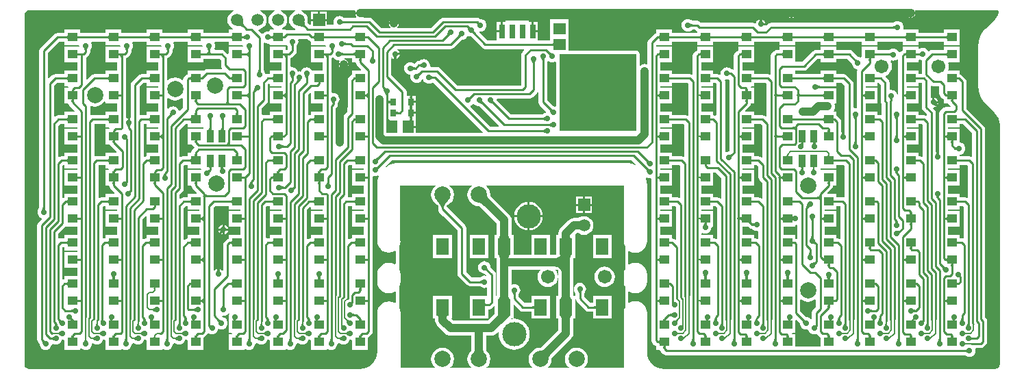
<source format=gtl>
G04*
G04 #@! TF.GenerationSoftware,Altium Limited,Altium Designer,18.1.9 (240)*
G04*
G04 Layer_Physical_Order=1*
G04 Layer_Color=255*
%FSLAX25Y25*%
%MOIN*%
G70*
G01*
G75*
%ADD10C,0.01000*%
%ADD13R,0.03150X0.07087*%
%ADD14R,0.02598X0.03543*%
%ADD15R,0.02598X0.03543*%
%ADD16R,0.05906X0.07874*%
%ADD17R,0.03543X0.05906*%
%ADD18R,0.04724X0.04331*%
%ADD19R,0.05512X0.05906*%
%ADD20R,0.05906X0.05512*%
%ADD38C,0.04000*%
%ADD39C,0.00700*%
%ADD40R,0.37352X0.37442*%
%ADD41R,0.15000X0.17000*%
%ADD42R,0.10500X0.09500*%
%ADD43C,0.07874*%
%ADD44R,0.05906X0.05906*%
%ADD45C,0.05906*%
%ADD46R,0.05906X0.05906*%
%ADD47C,0.02799*%
%ADD48C,0.02800*%
%ADD49C,0.02400*%
%ADD50C,0.11811*%
%ADD51C,0.06700*%
G36*
X343316Y297318D02*
X533556D01*
X533792Y296877D01*
X533739Y296798D01*
X533652Y296361D01*
X538348D01*
X538261Y296798D01*
X538208Y296877D01*
X538444Y297318D01*
X591797D01*
X592032Y296877D01*
X591928Y296720D01*
X591856Y296361D01*
X596144D01*
X596072Y296720D01*
X595968Y296877D01*
X596203Y297318D01*
X636496D01*
X636832Y296947D01*
X636768Y296301D01*
X636401Y295088D01*
X635803Y293970D01*
X635028Y293026D01*
X634990Y293001D01*
X632061Y290072D01*
X630301Y288311D01*
X630298Y288314D01*
X629107Y286920D01*
X628149Y285356D01*
X627447Y283662D01*
X627019Y281879D01*
X626875Y280051D01*
X626879D01*
Y270061D01*
Y260181D01*
X626875D01*
X627019Y258353D01*
X627447Y256570D01*
X628149Y254876D01*
X629107Y253312D01*
X630298Y251918D01*
X630301Y251921D01*
X631006Y251216D01*
X631006Y251216D01*
X634881Y247340D01*
X634946Y247297D01*
X635935Y246092D01*
X636705Y244650D01*
X637180Y243086D01*
X637333Y241534D01*
X637318Y241458D01*
Y125000D01*
X637331Y124931D01*
X637167Y124103D01*
X636658Y123342D01*
X635897Y122833D01*
X635069Y122669D01*
X635000Y122682D01*
X474000D01*
X473924Y122667D01*
X472373Y122820D01*
X470808Y123295D01*
X469367Y124065D01*
X468103Y125103D01*
X467065Y126366D01*
X466295Y127808D01*
X465820Y129373D01*
X465667Y130924D01*
X465682Y131000D01*
Y131439D01*
Y147000D01*
Y149938D01*
X465699D01*
X465504Y151421D01*
X464931Y152803D01*
X464021Y153990D01*
X462834Y154901D01*
X461452Y155473D01*
X459969Y155668D01*
Y155668D01*
X458502Y155475D01*
X457135Y154908D01*
X457080Y154866D01*
X456631Y155087D01*
Y160207D01*
X457080Y160428D01*
X457212Y160326D01*
X458579Y159760D01*
X460046Y159567D01*
X461513Y159760D01*
X462880Y160326D01*
X464054Y161227D01*
X464955Y162401D01*
X465521Y163768D01*
X465714Y165235D01*
X465714Y165235D01*
X465714D01*
X465694Y165726D01*
X465667Y168749D01*
X465683Y168765D01*
X465683D01*
X465491Y170224D01*
X464928Y171584D01*
X464032Y172751D01*
X462864Y173647D01*
X461505Y174210D01*
X460046Y174402D01*
X458587Y174210D01*
X457228Y173647D01*
X457080Y173533D01*
X456631Y173755D01*
Y179836D01*
X457080Y180058D01*
X457151Y180003D01*
X458525Y179434D01*
X460000Y179240D01*
X461475Y179434D01*
X462849Y180003D01*
X464030Y180909D01*
X464935Y182089D01*
X465505Y183464D01*
X465635Y184458D01*
X465699Y184938D01*
X465699Y184939D01*
X465682D01*
X465682Y211939D01*
X465683Y212439D01*
X465683D01*
X465552Y214100D01*
X465223Y215472D01*
X465257Y215526D01*
X465656Y215810D01*
X466217Y215577D01*
X467000Y215474D01*
X467359Y215521D01*
X467859Y215088D01*
Y136500D01*
X468022Y135681D01*
X468486Y134986D01*
X469120Y134352D01*
X469814Y133888D01*
X470038Y133844D01*
Y132101D01*
X471938D01*
X472022Y131681D01*
X472486Y130986D01*
X473486Y129986D01*
X474181Y129522D01*
X475000Y129359D01*
X620362D01*
X620987Y128879D01*
X621717Y128577D01*
X622500Y128474D01*
X623283Y128577D01*
X624013Y128879D01*
X624640Y129360D01*
X625120Y129987D01*
X625423Y130717D01*
X625526Y131500D01*
X625423Y132283D01*
X625356Y132443D01*
X625634Y132859D01*
X628000D01*
X628819Y133022D01*
X629514Y133486D01*
X630514Y134486D01*
X630978Y135181D01*
X631141Y136000D01*
Y146000D01*
X630978Y146819D01*
X630514Y147514D01*
X630141Y147887D01*
Y239500D01*
X629978Y240319D01*
X629514Y241014D01*
X621141Y249387D01*
Y262500D01*
X620978Y263319D01*
X620514Y264014D01*
X618880Y265648D01*
X618186Y266112D01*
X617962Y266156D01*
Y267899D01*
X612438D01*
X612160Y268315D01*
X612323Y268708D01*
X612493Y270000D01*
X612323Y271292D01*
X612160Y271685D01*
X612438Y272101D01*
X617962D01*
Y279631D01*
X610038D01*
Y278007D01*
X604366D01*
X603547Y277844D01*
X602989Y277472D01*
X602734Y277425D01*
X602338Y277573D01*
X602006Y278006D01*
X601379Y278487D01*
X600649Y278789D01*
X599866Y278892D01*
X599083Y278789D01*
X598462Y278532D01*
X597962Y278749D01*
Y279631D01*
X590038D01*
Y277838D01*
X589352Y277380D01*
X588783Y276811D01*
X588194Y276929D01*
X588071Y277223D01*
X587591Y277850D01*
X586964Y278331D01*
X586234Y278633D01*
X585451Y278736D01*
X584668Y278633D01*
X583938Y278331D01*
X583517Y278007D01*
X577962D01*
Y279631D01*
X570038D01*
Y274749D01*
X569538Y274435D01*
X569082Y274624D01*
X568302Y274726D01*
X565648Y277380D01*
X564953Y277844D01*
X564134Y278007D01*
X557962D01*
Y279631D01*
X550038D01*
Y278007D01*
X547866D01*
X547047Y277844D01*
X546352Y277380D01*
X541113Y272141D01*
X537962D01*
Y279631D01*
X530038D01*
Y278007D01*
X528866D01*
X528047Y277844D01*
X527352Y277380D01*
X526486Y276514D01*
X526022Y275819D01*
X525859Y275000D01*
Y266193D01*
X525418Y265957D01*
X525185Y266112D01*
X524366Y266275D01*
X517962D01*
Y267899D01*
X512141D01*
Y272101D01*
X517962D01*
Y279631D01*
X510038D01*
Y277838D01*
X509352Y277380D01*
X508486Y276514D01*
X508022Y275819D01*
X507859Y275000D01*
Y268648D01*
X507418Y268412D01*
X507319Y268478D01*
X506663Y268609D01*
X506640Y268640D01*
X506013Y269121D01*
X505283Y269423D01*
X504500Y269526D01*
X503717Y269423D01*
X502987Y269121D01*
X502360Y268640D01*
X501880Y268013D01*
X501577Y267283D01*
X501474Y266500D01*
X501519Y266156D01*
X501053Y265866D01*
X500686Y266112D01*
X499866Y266275D01*
X497962D01*
Y267899D01*
X492141D01*
Y272101D01*
X497962D01*
Y279631D01*
X490038D01*
Y277838D01*
X489352Y277380D01*
X488486Y276514D01*
X488022Y275819D01*
X487859Y275000D01*
Y266193D01*
X487418Y265957D01*
X487185Y266112D01*
X486366Y266275D01*
X477962D01*
Y267899D01*
X472141D01*
Y272101D01*
X477962D01*
Y279631D01*
X470141D01*
Y280368D01*
X477962D01*
Y281993D01*
X490038D01*
Y280368D01*
X497962D01*
Y281993D01*
X510038D01*
Y280368D01*
X517962D01*
Y281993D01*
X530038D01*
Y280368D01*
X537962D01*
Y281993D01*
X550038D01*
Y280368D01*
X557962D01*
Y281993D01*
X570038D01*
Y280368D01*
X577962D01*
Y281993D01*
X590038D01*
Y280368D01*
X597962D01*
Y281993D01*
X610038D01*
Y280368D01*
X617962D01*
Y287899D01*
X610038D01*
Y286275D01*
X597962D01*
Y287899D01*
X590773D01*
X590447Y288399D01*
X590526Y289000D01*
X590423Y289783D01*
X590121Y290513D01*
X589640Y291140D01*
X589013Y291620D01*
X588283Y291923D01*
X587500Y292026D01*
X586717Y291923D01*
X585987Y291620D01*
X585362Y291141D01*
X526000D01*
X525181Y290978D01*
X524486Y290514D01*
X523829Y289857D01*
X523561Y290000D01*
X521000D01*
Y290500D01*
X520500D01*
X520490Y291067D01*
X520457Y291500D01*
X520020D01*
X520111Y291596D01*
X520193Y291696D01*
X520265Y291801D01*
X520327Y291909D01*
X520380Y292022D01*
X520410Y292102D01*
X520342Y292549D01*
X520288Y292805D01*
X520064Y292761D01*
X519270Y292230D01*
X518739Y291436D01*
X518656Y291020D01*
X518101Y290790D01*
X517819Y290978D01*
X517000Y291141D01*
X491887D01*
X491514Y291514D01*
X490819Y291978D01*
X490000Y292141D01*
X487638D01*
X487013Y292620D01*
X486283Y292923D01*
X485500Y293026D01*
X484717Y292923D01*
X483987Y292620D01*
X483360Y292140D01*
X482879Y291513D01*
X482577Y290783D01*
X482474Y290000D01*
X482577Y289217D01*
X482879Y288487D01*
X483360Y287860D01*
X483987Y287380D01*
X484717Y287077D01*
X485500Y286974D01*
X486283Y287077D01*
X487013Y287380D01*
X487638Y287859D01*
X489113D01*
X489486Y287486D01*
X490038Y287117D01*
Y286275D01*
X477962D01*
Y287899D01*
X470038D01*
Y286156D01*
X469814Y286112D01*
X469120Y285648D01*
X466486Y283014D01*
X466022Y282319D01*
X465859Y281500D01*
Y271284D01*
X465635Y271134D01*
X465359Y271018D01*
X464500Y271131D01*
X463560Y271007D01*
X462684Y270645D01*
X462432Y270451D01*
X461984Y270672D01*
Y276000D01*
X461860Y276624D01*
X461506Y277153D01*
X460977Y277507D01*
X460352Y277631D01*
X427553D01*
Y284081D01*
Y292793D01*
X418447D01*
Y284081D01*
Y282704D01*
X412575D01*
Y286500D01*
X410000D01*
Y287000D01*
X409500D01*
Y291543D01*
X408175D01*
Y292143D01*
X396825D01*
Y291543D01*
X395500D01*
Y287000D01*
X395000D01*
Y286500D01*
X392425D01*
Y282704D01*
X387824D01*
X383991Y286537D01*
X384225Y287010D01*
X384500Y286974D01*
X385283Y287077D01*
X386013Y287380D01*
X386640Y287860D01*
X387121Y288487D01*
X387423Y289217D01*
X387526Y290000D01*
X387423Y290783D01*
X387121Y291513D01*
X386640Y292140D01*
X386013Y292620D01*
X385283Y292923D01*
X384500Y293026D01*
X384497Y293025D01*
X383819Y293478D01*
X383000Y293641D01*
X366500D01*
X365681Y293478D01*
X364986Y293014D01*
X360613Y288641D01*
X344190D01*
X344038Y289141D01*
X344230Y289270D01*
X344761Y290064D01*
X344848Y290500D01*
X340152D01*
X340239Y290064D01*
X340770Y289270D01*
X340962Y289141D01*
X340810Y288641D01*
X336387D01*
X332014Y293014D01*
X331319Y293478D01*
X330500Y293641D01*
X327858D01*
X327783Y293888D01*
X327737Y294141D01*
X328261Y294925D01*
X328348Y295361D01*
X323652D01*
X323739Y294925D01*
X324263Y294141D01*
X324217Y293888D01*
X324142Y293641D01*
X318138D01*
X317513Y294121D01*
X316783Y294423D01*
X316000Y294526D01*
X315217Y294423D01*
X314487Y294121D01*
X313860Y293640D01*
X313380Y293013D01*
X313077Y292283D01*
X312974Y291500D01*
X313077Y290717D01*
X313143Y290557D01*
X312866Y290141D01*
X309953D01*
Y292000D01*
X306000D01*
Y292500D01*
D01*
Y292000D01*
X302047D01*
Y290141D01*
X301387D01*
X300371Y291157D01*
X300436Y291312D01*
X300592Y292500D01*
X300436Y293689D01*
X299977Y294796D01*
X299247Y295747D01*
X298296Y296477D01*
X297473Y296818D01*
X297573Y297318D01*
X323556D01*
X323792Y296877D01*
X323739Y296798D01*
X323652Y296361D01*
X328348D01*
X328261Y296798D01*
X328208Y296877D01*
X328444Y297318D01*
X341684D01*
X342500Y297862D01*
X343316Y297318D01*
D02*
G37*
G36*
X317096Y292389D02*
X317196Y292307D01*
X317301Y292235D01*
X317409Y292173D01*
X317522Y292120D01*
X317639Y292077D01*
X317760Y292043D01*
X317885Y292019D01*
X318014Y292005D01*
X318148Y292000D01*
Y291000D01*
X318014Y290995D01*
X317885Y290981D01*
X317760Y290957D01*
X317639Y290923D01*
X317522Y290880D01*
X317409Y290827D01*
X317301Y290765D01*
X317196Y290693D01*
X317096Y290611D01*
X317000Y290520D01*
Y292480D01*
X317096Y292389D01*
D02*
G37*
G36*
X383458Y291754D02*
X383560Y291666D01*
X383661Y291590D01*
X383759Y291526D01*
X383855Y291473D01*
X383949Y291432D01*
X384041Y291403D01*
X384131Y291386D01*
X384218Y291380D01*
X384304Y291386D01*
X383114Y290196D01*
X383120Y290282D01*
X383114Y290370D01*
X383097Y290459D01*
X383068Y290551D01*
X383027Y290645D01*
X382974Y290741D01*
X382910Y290840D01*
X382834Y290940D01*
X382746Y291042D01*
X382646Y291146D01*
X383353Y291853D01*
X383458Y291754D01*
D02*
G37*
G36*
X486596Y290889D02*
X486696Y290807D01*
X486801Y290735D01*
X486909Y290673D01*
X487022Y290620D01*
X487139Y290577D01*
X487260Y290543D01*
X487385Y290519D01*
X487514Y290505D01*
X487648Y290500D01*
Y289500D01*
X487514Y289495D01*
X487385Y289481D01*
X487260Y289457D01*
X487139Y289423D01*
X487022Y289380D01*
X486909Y289327D01*
X486801Y289265D01*
X486696Y289193D01*
X486596Y289111D01*
X486500Y289020D01*
Y290980D01*
X486596Y290889D01*
D02*
G37*
G36*
X268981Y292253D02*
X269151Y291129D01*
X269230Y290818D01*
X269319Y290538D01*
X269420Y290289D01*
X269531Y290072D01*
X269653Y289886D01*
X269787Y289731D01*
X269133Y288971D01*
X268966Y289114D01*
X268772Y289239D01*
X268552Y289345D01*
X268304Y289433D01*
X268029Y289501D01*
X267727Y289550D01*
X267398Y289580D01*
X267042Y289592D01*
X266249Y289558D01*
X268947Y292690D01*
X268981Y292253D01*
D02*
G37*
G36*
X298956Y292046D02*
X299007Y291285D01*
X299056Y290949D01*
X299119Y290642D01*
X299198Y290364D01*
X299292Y290114D01*
X299401Y289895D01*
X299525Y289704D01*
X299664Y289543D01*
X298957Y288836D01*
X298796Y288975D01*
X298605Y289099D01*
X298386Y289208D01*
X298136Y289302D01*
X297858Y289381D01*
X297551Y289444D01*
X297215Y289493D01*
X296454Y289544D01*
X296029Y289547D01*
X298953Y292471D01*
X298956Y292046D01*
D02*
G37*
G36*
X586500Y288020D02*
X586404Y288111D01*
X586304Y288193D01*
X586199Y288265D01*
X586091Y288327D01*
X585978Y288380D01*
X585861Y288423D01*
X585740Y288457D01*
X585615Y288481D01*
X585486Y288495D01*
X585352Y288500D01*
Y289500D01*
X585486Y289505D01*
X585615Y289519D01*
X585740Y289543D01*
X585861Y289577D01*
X585978Y289620D01*
X586091Y289673D01*
X586199Y289735D01*
X586304Y289807D01*
X586404Y289889D01*
X586500Y289980D01*
Y288020D01*
D02*
G37*
G36*
X294527Y296818D02*
X293704Y296477D01*
X292753Y295747D01*
X292023Y294796D01*
X291564Y293689D01*
X291408Y292500D01*
X291564Y291312D01*
X292023Y290204D01*
X292753Y289253D01*
X293704Y288523D01*
X294626Y288141D01*
X294527Y287641D01*
X290366D01*
X290294Y287627D01*
X289962Y287899D01*
Y287899D01*
X288096D01*
X287997Y288399D01*
X288296Y288523D01*
X289247Y289253D01*
X289977Y290204D01*
X290436Y291312D01*
X290592Y292500D01*
X290436Y293689D01*
X289977Y294796D01*
X289247Y295747D01*
X288296Y296477D01*
X287473Y296818D01*
X287573Y297318D01*
X294427D01*
X294527Y296818D01*
D02*
G37*
G36*
X378933Y289281D02*
X379034Y289200D01*
X379140Y289128D01*
X379249Y289067D01*
X379362Y289015D01*
X379479Y288972D01*
X379600Y288940D01*
X379725Y288917D01*
X379854Y288903D01*
X379986Y288900D01*
X378600Y287514D01*
X378597Y287647D01*
X378583Y287775D01*
X378560Y287900D01*
X378528Y288021D01*
X378485Y288138D01*
X378433Y288251D01*
X378372Y288360D01*
X378300Y288466D01*
X378219Y288567D01*
X378128Y288665D01*
X378835Y289372D01*
X378933Y289281D01*
D02*
G37*
G36*
X284527Y296818D02*
X283704Y296477D01*
X282753Y295747D01*
X282023Y294796D01*
X281564Y293689D01*
X281408Y292500D01*
X281564Y291312D01*
X282023Y290204D01*
X282753Y289253D01*
X283704Y288523D01*
X284003Y288399D01*
X283904Y287899D01*
X282038D01*
Y287520D01*
X281538Y287107D01*
X281134Y287160D01*
X280351Y287057D01*
X279621Y286754D01*
X278994Y286274D01*
X278763Y285972D01*
X278108Y285920D01*
X276506Y287522D01*
X276666Y287996D01*
X277188Y288064D01*
X278296Y288523D01*
X279247Y289253D01*
X279977Y290204D01*
X280436Y291312D01*
X280592Y292500D01*
X280436Y293689D01*
X279977Y294796D01*
X279247Y295747D01*
X278296Y296477D01*
X277473Y296818D01*
X277573Y297318D01*
X284427D01*
X284527Y296818D01*
D02*
G37*
G36*
X400662Y287759D02*
X400628Y287720D01*
X400598Y287669D01*
X400572Y287607D01*
X400550Y287533D01*
X400532Y287449D01*
X400518Y287353D01*
X400502Y287129D01*
X400500Y287000D01*
X399500D01*
X399498Y287129D01*
X399482Y287353D01*
X399468Y287449D01*
X399450Y287533D01*
X399428Y287607D01*
X399402Y287669D01*
X399372Y287720D01*
X399338Y287759D01*
X399300Y287788D01*
X400701D01*
X400662Y287759D01*
D02*
G37*
G36*
X165000Y297318D02*
X264427D01*
X264527Y296818D01*
X263704Y296477D01*
X262753Y295747D01*
X262023Y294796D01*
X261564Y293689D01*
X261408Y292500D01*
X261564Y291312D01*
X262023Y290204D01*
X262753Y289253D01*
X263704Y288523D01*
X264003Y288399D01*
X263904Y287899D01*
X262038D01*
Y286275D01*
X249962D01*
Y287899D01*
X242038D01*
Y286275D01*
X229962D01*
Y287899D01*
X222038D01*
Y286275D01*
X209962D01*
Y287899D01*
X202038D01*
Y286275D01*
X189962D01*
Y287899D01*
X182038D01*
Y286275D01*
X178634D01*
X177814Y286112D01*
X177120Y285648D01*
X170486Y279014D01*
X170022Y278319D01*
X169859Y277500D01*
Y201138D01*
X169379Y200513D01*
X169077Y199783D01*
X168974Y199000D01*
X169077Y198217D01*
X169379Y197487D01*
X169860Y196860D01*
X170487Y196379D01*
X170952Y196187D01*
X171087Y195615D01*
X169486Y194014D01*
X169022Y193319D01*
X168859Y192500D01*
Y137000D01*
X169022Y136181D01*
X169486Y135486D01*
X169974Y134997D01*
X170077Y134217D01*
X170379Y133487D01*
X170860Y132860D01*
X171487Y132379D01*
X172217Y132077D01*
X173000Y131974D01*
X173783Y132077D01*
X174513Y132379D01*
X175140Y132860D01*
X175620Y133487D01*
X175923Y134217D01*
X175978Y134640D01*
X176481Y134877D01*
X176513Y134869D01*
X177217Y134577D01*
X178000Y134474D01*
X178783Y134577D01*
X179513Y134880D01*
X180140Y135360D01*
X180621Y135987D01*
X180923Y136717D01*
X180957Y136980D01*
X181000Y136974D01*
X181538Y137045D01*
X182038Y136691D01*
Y132101D01*
X189962D01*
Y132626D01*
X190462Y132782D01*
X190987Y132379D01*
X191717Y132077D01*
X192500Y131974D01*
X193283Y132077D01*
X194013Y132379D01*
X194640Y132860D01*
X195121Y133487D01*
X195423Y134217D01*
X195526Y135000D01*
X195523Y135020D01*
X195996Y135256D01*
X196487Y134880D01*
X197217Y134577D01*
X198000Y134474D01*
X198783Y134577D01*
X199513Y134880D01*
X200140Y135360D01*
X200621Y135987D01*
X200923Y136717D01*
X200957Y136980D01*
X201000Y136974D01*
X201538Y137045D01*
X202038Y136691D01*
Y132101D01*
X209962D01*
Y132217D01*
X210411Y132438D01*
X210487Y132379D01*
X211217Y132077D01*
X212000Y131974D01*
X212783Y132077D01*
X213513Y132379D01*
X214140Y132860D01*
X214620Y133487D01*
X214923Y134217D01*
X215026Y135000D01*
X215367Y135342D01*
X215860Y135360D01*
X216487Y134880D01*
X217217Y134577D01*
X218000Y134474D01*
X218783Y134577D01*
X219513Y134880D01*
X220140Y135360D01*
X220620Y135987D01*
X220923Y136717D01*
X220957Y136980D01*
X221000Y136974D01*
X221538Y137045D01*
X222038Y136691D01*
Y132101D01*
X229962D01*
Y132217D01*
X230411Y132438D01*
X230487Y132379D01*
X231217Y132077D01*
X232000Y131974D01*
X232783Y132077D01*
X233513Y132379D01*
X234140Y132860D01*
X234620Y133487D01*
X234923Y134217D01*
X235026Y135000D01*
X235367Y135342D01*
X235860Y135360D01*
X236487Y134880D01*
X237217Y134577D01*
X238000Y134474D01*
X238783Y134577D01*
X239513Y134880D01*
X240140Y135360D01*
X240620Y135987D01*
X240923Y136717D01*
X240957Y136980D01*
X241000Y136974D01*
X241538Y137045D01*
X242038Y136691D01*
Y132101D01*
X249962D01*
Y138117D01*
X250514Y138486D01*
X251514Y139486D01*
X251739Y139823D01*
X252402Y139945D01*
X252487Y139880D01*
X253217Y139577D01*
X254000Y139474D01*
X254783Y139577D01*
X255513Y139880D01*
X256140Y140360D01*
X256621Y140987D01*
X256923Y141717D01*
X256955Y141963D01*
X257388Y142213D01*
X257717Y142077D01*
X258500Y141974D01*
X259283Y142077D01*
X260013Y142379D01*
X260640Y142860D01*
X261121Y143487D01*
X261423Y144217D01*
X261526Y145000D01*
X261423Y145783D01*
X261121Y146513D01*
X260640Y147140D01*
X260013Y147620D01*
X259283Y147923D01*
X258795Y147987D01*
X258758Y148067D01*
X259094Y148528D01*
X259500Y148474D01*
X260283Y148577D01*
X261013Y148880D01*
X261640Y149360D01*
X261979Y149802D01*
X262380Y149513D01*
X262077Y148783D01*
X261974Y148000D01*
X262038Y147516D01*
Y140368D01*
X263550D01*
X263849Y139868D01*
X263727Y139631D01*
X262038D01*
Y132101D01*
X269962D01*
Y132217D01*
X270411Y132438D01*
X270487Y132379D01*
X271217Y132077D01*
X272000Y131974D01*
X272783Y132077D01*
X273513Y132379D01*
X274140Y132860D01*
X274621Y133487D01*
X274923Y134217D01*
X275026Y135000D01*
X275367Y135342D01*
X275860Y135360D01*
X276487Y134880D01*
X277217Y134577D01*
X278000Y134474D01*
X278783Y134577D01*
X279513Y134880D01*
X280140Y135360D01*
X280621Y135987D01*
X280923Y136717D01*
X280957Y136980D01*
X281000Y136974D01*
X281538Y137045D01*
X282038Y136691D01*
Y132101D01*
X289962D01*
Y132217D01*
X290411Y132438D01*
X290487Y132379D01*
X291217Y132077D01*
X292000Y131974D01*
X292783Y132077D01*
X293513Y132379D01*
X294140Y132860D01*
X294620Y133487D01*
X294923Y134217D01*
X295026Y135000D01*
X295367Y135342D01*
X295860Y135360D01*
X296487Y134880D01*
X297217Y134577D01*
X298000Y134474D01*
X298783Y134577D01*
X299513Y134880D01*
X300140Y135360D01*
X300621Y135987D01*
X300923Y136717D01*
X300957Y136980D01*
X301000Y136974D01*
X301538Y137045D01*
X302038Y136691D01*
Y132101D01*
X309962D01*
Y132217D01*
X310411Y132438D01*
X310487Y132379D01*
X311217Y132077D01*
X312000Y131974D01*
X312783Y132077D01*
X313513Y132379D01*
X314140Y132860D01*
X314620Y133487D01*
X314923Y134217D01*
X315026Y135000D01*
X315367Y135342D01*
X315860Y135360D01*
X316487Y134880D01*
X317217Y134577D01*
X318000Y134474D01*
X318783Y134577D01*
X319513Y134880D01*
X320140Y135360D01*
X320620Y135987D01*
X320923Y136717D01*
X320957Y136980D01*
X321000Y136974D01*
X321538Y137045D01*
X322038Y136691D01*
Y132101D01*
X329962D01*
Y138117D01*
X330514Y138486D01*
X331514Y139486D01*
X331978Y140181D01*
X332141Y141000D01*
Y216366D01*
X332557Y216644D01*
X332717Y216577D01*
X333500Y216474D01*
X334283Y216577D01*
X334801Y216792D01*
X335184Y216409D01*
X334899Y215721D01*
X334509Y214100D01*
X334379Y212439D01*
X334379D01*
Y184939D01*
X334363D01*
X334555Y183480D01*
X335118Y182120D01*
X336014Y180953D01*
X337182Y180057D01*
X338541Y179494D01*
X340000Y179302D01*
X341459Y179494D01*
X342818Y180057D01*
X342920Y180135D01*
X343369Y179914D01*
Y173825D01*
X342920Y173604D01*
X342864Y173647D01*
X341505Y174210D01*
X340046Y174402D01*
X338587Y174210D01*
X337228Y173647D01*
X336060Y172751D01*
X335165Y171584D01*
X334601Y170224D01*
X334409Y168765D01*
X334409D01*
X334425Y168749D01*
X334395Y165249D01*
X334378Y165235D01*
X334378D01*
X334378Y165235D01*
X334441Y164761D01*
X334572Y163768D01*
X335138Y162401D01*
X336038Y161227D01*
X337212Y160326D01*
X338579Y159760D01*
X340046Y159567D01*
X341513Y159760D01*
X342880Y160326D01*
X342920Y160357D01*
X343369Y160136D01*
Y155041D01*
X342920Y154819D01*
X342849Y154874D01*
X341475Y155443D01*
X340000Y155637D01*
X338525Y155443D01*
X337151Y154874D01*
X335970Y153968D01*
X335065Y152788D01*
X334495Y151414D01*
X334301Y149938D01*
X334318D01*
Y134000D01*
Y131000D01*
X334333Y130924D01*
X334180Y129373D01*
X333705Y127808D01*
X332935Y126366D01*
X331897Y125103D01*
X330633Y124065D01*
X329192Y123295D01*
X327627Y122820D01*
X326076Y122667D01*
X326000Y122682D01*
X165000D01*
X164931Y122669D01*
X164103Y122833D01*
X163342Y123342D01*
X162833Y124103D01*
X162669Y124931D01*
X162682Y125000D01*
Y295000D01*
X162669Y295069D01*
X162833Y295897D01*
X163342Y296658D01*
X164103Y297167D01*
X164931Y297331D01*
X165000Y297318D01*
D02*
G37*
G36*
X283662Y283134D02*
X283652Y283229D01*
X283621Y283314D01*
X283571Y283389D01*
X283500Y283454D01*
X283409Y283509D01*
X283297Y283554D01*
X283166Y283589D01*
X283014Y283614D01*
X282894Y283591D01*
X282773Y283557D01*
X282656Y283514D01*
X282543Y283461D01*
X282435Y283399D01*
X282330Y283327D01*
X282230Y283245D01*
X282134Y283154D01*
Y285114D01*
X282230Y285023D01*
X282330Y284941D01*
X282435Y284869D01*
X282543Y284807D01*
X282656Y284754D01*
X282773Y284711D01*
X282894Y284677D01*
X283014Y284654D01*
X283166Y284679D01*
X283297Y284714D01*
X283409Y284759D01*
X283500Y284814D01*
X283571Y284879D01*
X283621Y284954D01*
X283652Y285039D01*
X283662Y285134D01*
Y283134D01*
D02*
G37*
G36*
X369986Y285100D02*
X369853Y285097D01*
X369725Y285083D01*
X369600Y285060D01*
X369479Y285028D01*
X369362Y284985D01*
X369249Y284933D01*
X369140Y284872D01*
X369034Y284800D01*
X368933Y284719D01*
X368835Y284628D01*
X368128Y285335D01*
X368219Y285433D01*
X368300Y285534D01*
X368372Y285640D01*
X368433Y285749D01*
X368485Y285862D01*
X368528Y285979D01*
X368560Y286100D01*
X368583Y286225D01*
X368597Y286353D01*
X368600Y286486D01*
X369986Y285100D01*
D02*
G37*
G36*
X375486Y284600D02*
X375354Y284597D01*
X375225Y284583D01*
X375100Y284560D01*
X374979Y284528D01*
X374862Y284485D01*
X374749Y284433D01*
X374640Y284371D01*
X374534Y284300D01*
X374433Y284219D01*
X374335Y284128D01*
X373628Y284835D01*
X373719Y284933D01*
X373800Y285034D01*
X373871Y285140D01*
X373933Y285249D01*
X373985Y285362D01*
X374028Y285479D01*
X374060Y285600D01*
X374083Y285725D01*
X374097Y285854D01*
X374100Y285986D01*
X375486Y284600D01*
D02*
G37*
G36*
X288345Y284755D02*
X288365Y284730D01*
X288398Y284707D01*
X288444Y284688D01*
X288504Y284671D01*
X288577Y284658D01*
X288663Y284647D01*
X288874Y284635D01*
X289000Y284634D01*
Y283634D01*
X288874Y283632D01*
X288577Y283610D01*
X288504Y283596D01*
X288444Y283580D01*
X288398Y283560D01*
X288365Y283538D01*
X288345Y283512D01*
X288338Y283484D01*
Y284784D01*
X288345Y284755D01*
D02*
G37*
G36*
X571662Y283484D02*
X571655Y283512D01*
X571635Y283538D01*
X571602Y283560D01*
X571556Y283580D01*
X571496Y283596D01*
X571424Y283610D01*
X571338Y283620D01*
X571126Y283632D01*
X571000Y283634D01*
Y284634D01*
X571126Y284635D01*
X571424Y284658D01*
X571496Y284671D01*
X571556Y284688D01*
X571602Y284707D01*
X571635Y284730D01*
X571655Y284755D01*
X571662Y284784D01*
Y283484D01*
D02*
G37*
G36*
X268348Y285039D02*
X268379Y284954D01*
X268429Y284879D01*
X268500Y284814D01*
X268591Y284759D01*
X268703Y284714D01*
X268834Y284679D01*
X268986Y284654D01*
X269062Y284647D01*
X269115Y284653D01*
X269240Y284677D01*
X269361Y284711D01*
X269478Y284754D01*
X269591Y284807D01*
X269699Y284869D01*
X269804Y284941D01*
X269904Y285023D01*
X270000Y285114D01*
Y283154D01*
X269904Y283245D01*
X269804Y283327D01*
X269699Y283399D01*
X269591Y283461D01*
X269478Y283514D01*
X269361Y283557D01*
X269240Y283591D01*
X269115Y283615D01*
X269062Y283621D01*
X268986Y283614D01*
X268834Y283589D01*
X268703Y283554D01*
X268591Y283509D01*
X268500Y283454D01*
X268429Y283389D01*
X268379Y283314D01*
X268348Y283229D01*
X268338Y283134D01*
Y285134D01*
X268348Y285039D01*
D02*
G37*
G36*
X611662Y283134D02*
X611652Y283229D01*
X611621Y283314D01*
X611571Y283389D01*
X611500Y283454D01*
X611409Y283509D01*
X611298Y283554D01*
X611166Y283589D01*
X611014Y283614D01*
X610842Y283629D01*
X610650Y283634D01*
Y284634D01*
X610842Y284639D01*
X611014Y284654D01*
X611166Y284679D01*
X611298Y284714D01*
X611409Y284759D01*
X611500Y284814D01*
X611571Y284879D01*
X611621Y284954D01*
X611652Y285039D01*
X611662Y285134D01*
Y283134D01*
D02*
G37*
G36*
X596348Y285039D02*
X596379Y284954D01*
X596429Y284879D01*
X596500Y284814D01*
X596591Y284759D01*
X596702Y284714D01*
X596834Y284679D01*
X596986Y284654D01*
X597158Y284639D01*
X597350Y284634D01*
Y283634D01*
X597158Y283629D01*
X596986Y283614D01*
X596834Y283589D01*
X596702Y283554D01*
X596591Y283509D01*
X596500Y283454D01*
X596429Y283389D01*
X596379Y283314D01*
X596348Y283229D01*
X596338Y283134D01*
Y285134D01*
X596348Y285039D01*
D02*
G37*
G36*
X591662Y283134D02*
X591652Y283229D01*
X591621Y283314D01*
X591571Y283389D01*
X591500Y283454D01*
X591409Y283509D01*
X591297Y283554D01*
X591166Y283589D01*
X591014Y283614D01*
X590842Y283629D01*
X590650Y283634D01*
Y284634D01*
X590842Y284639D01*
X591014Y284654D01*
X591166Y284679D01*
X591297Y284714D01*
X591409Y284759D01*
X591500Y284814D01*
X591571Y284879D01*
X591621Y284954D01*
X591652Y285039D01*
X591662Y285134D01*
Y283134D01*
D02*
G37*
G36*
X576348Y285039D02*
X576379Y284954D01*
X576429Y284879D01*
X576500Y284814D01*
X576591Y284759D01*
X576702Y284714D01*
X576834Y284679D01*
X576986Y284654D01*
X577158Y284639D01*
X577350Y284634D01*
Y283634D01*
X577158Y283629D01*
X576986Y283614D01*
X576834Y283589D01*
X576702Y283554D01*
X576591Y283509D01*
X576500Y283454D01*
X576429Y283389D01*
X576379Y283314D01*
X576348Y283229D01*
X576338Y283134D01*
Y285134D01*
X576348Y285039D01*
D02*
G37*
G36*
X556348D02*
X556379Y284954D01*
X556429Y284879D01*
X556500Y284814D01*
X556591Y284759D01*
X556703Y284714D01*
X556834Y284679D01*
X556986Y284654D01*
X557158Y284639D01*
X557350Y284634D01*
Y283634D01*
X557158Y283629D01*
X556986Y283614D01*
X556834Y283589D01*
X556703Y283554D01*
X556591Y283509D01*
X556500Y283454D01*
X556429Y283389D01*
X556379Y283314D01*
X556348Y283229D01*
X556338Y283134D01*
Y285134D01*
X556348Y285039D01*
D02*
G37*
G36*
X551662Y283134D02*
X551652Y283229D01*
X551621Y283314D01*
X551571Y283389D01*
X551500Y283454D01*
X551409Y283509D01*
X551298Y283554D01*
X551166Y283589D01*
X551014Y283614D01*
X550842Y283629D01*
X550650Y283634D01*
Y284634D01*
X550842Y284639D01*
X551014Y284654D01*
X551166Y284679D01*
X551298Y284714D01*
X551409Y284759D01*
X551500Y284814D01*
X551571Y284879D01*
X551621Y284954D01*
X551652Y285039D01*
X551662Y285134D01*
Y283134D01*
D02*
G37*
G36*
X536348Y285039D02*
X536379Y284954D01*
X536429Y284879D01*
X536500Y284814D01*
X536591Y284759D01*
X536702Y284714D01*
X536834Y284679D01*
X536986Y284654D01*
X537158Y284639D01*
X537350Y284634D01*
Y283634D01*
X537158Y283629D01*
X536986Y283614D01*
X536834Y283589D01*
X536702Y283554D01*
X536591Y283509D01*
X536500Y283454D01*
X536429Y283389D01*
X536379Y283314D01*
X536348Y283229D01*
X536338Y283134D01*
Y285134D01*
X536348Y285039D01*
D02*
G37*
G36*
X531662Y283134D02*
X531652Y283229D01*
X531621Y283314D01*
X531571Y283389D01*
X531500Y283454D01*
X531409Y283509D01*
X531297Y283554D01*
X531166Y283589D01*
X531014Y283614D01*
X530842Y283629D01*
X530650Y283634D01*
Y284634D01*
X530842Y284639D01*
X531014Y284654D01*
X531166Y284679D01*
X531297Y284714D01*
X531409Y284759D01*
X531500Y284814D01*
X531571Y284879D01*
X531621Y284954D01*
X531652Y285039D01*
X531662Y285134D01*
Y283134D01*
D02*
G37*
G36*
X516348Y285039D02*
X516379Y284954D01*
X516429Y284879D01*
X516500Y284814D01*
X516591Y284759D01*
X516703Y284714D01*
X516834Y284679D01*
X516986Y284654D01*
X517158Y284639D01*
X517350Y284634D01*
Y283634D01*
X517158Y283629D01*
X516986Y283614D01*
X516834Y283589D01*
X516703Y283554D01*
X516591Y283509D01*
X516500Y283454D01*
X516429Y283389D01*
X516379Y283314D01*
X516348Y283229D01*
X516338Y283134D01*
Y285134D01*
X516348Y285039D01*
D02*
G37*
G36*
X511662Y283134D02*
X511652Y283229D01*
X511621Y283314D01*
X511571Y283389D01*
X511500Y283454D01*
X511409Y283509D01*
X511298Y283554D01*
X511166Y283589D01*
X511014Y283614D01*
X510842Y283629D01*
X510650Y283634D01*
Y284634D01*
X510842Y284639D01*
X511014Y284654D01*
X511166Y284679D01*
X511298Y284714D01*
X511409Y284759D01*
X511500Y284814D01*
X511571Y284879D01*
X511621Y284954D01*
X511652Y285039D01*
X511662Y285134D01*
Y283134D01*
D02*
G37*
G36*
X496348Y285039D02*
X496379Y284954D01*
X496429Y284879D01*
X496500Y284814D01*
X496591Y284759D01*
X496702Y284714D01*
X496834Y284679D01*
X496986Y284654D01*
X497158Y284639D01*
X497350Y284634D01*
Y283634D01*
X497158Y283629D01*
X496986Y283614D01*
X496834Y283589D01*
X496702Y283554D01*
X496591Y283509D01*
X496500Y283454D01*
X496429Y283389D01*
X496379Y283314D01*
X496348Y283229D01*
X496338Y283134D01*
Y285134D01*
X496348Y285039D01*
D02*
G37*
G36*
X491662Y283134D02*
X491652Y283229D01*
X491621Y283314D01*
X491571Y283389D01*
X491500Y283454D01*
X491409Y283509D01*
X491297Y283554D01*
X491166Y283589D01*
X491014Y283614D01*
X490842Y283629D01*
X490650Y283634D01*
Y284634D01*
X490842Y284639D01*
X491014Y284654D01*
X491166Y284679D01*
X491297Y284714D01*
X491409Y284759D01*
X491500Y284814D01*
X491571Y284879D01*
X491621Y284954D01*
X491652Y285039D01*
X491662Y285134D01*
Y283134D01*
D02*
G37*
G36*
X476348Y285039D02*
X476379Y284954D01*
X476429Y284879D01*
X476500Y284814D01*
X476591Y284759D01*
X476702Y284714D01*
X476834Y284679D01*
X476986Y284654D01*
X477158Y284639D01*
X477350Y284634D01*
Y283634D01*
X477158Y283629D01*
X476986Y283614D01*
X476834Y283589D01*
X476702Y283554D01*
X476591Y283509D01*
X476500Y283454D01*
X476429Y283389D01*
X476379Y283314D01*
X476348Y283229D01*
X476338Y283134D01*
Y285134D01*
X476348Y285039D01*
D02*
G37*
G36*
X471662Y283134D02*
X471652Y283229D01*
X471621Y283314D01*
X471571Y283389D01*
X471500Y283454D01*
X471409Y283509D01*
X471298Y283554D01*
X471166Y283589D01*
X471014Y283614D01*
X470842Y283629D01*
X470650Y283634D01*
Y284634D01*
X470842Y284639D01*
X471014Y284654D01*
X471166Y284679D01*
X471298Y284714D01*
X471409Y284759D01*
X471500Y284814D01*
X471571Y284879D01*
X471621Y284954D01*
X471652Y285039D01*
X471662Y285134D01*
Y283134D01*
D02*
G37*
G36*
X328348Y285039D02*
X328379Y284954D01*
X328429Y284879D01*
X328500Y284814D01*
X328591Y284759D01*
X328702Y284714D01*
X328834Y284679D01*
X328986Y284654D01*
X329158Y284639D01*
X329350Y284634D01*
Y283634D01*
X329158Y283629D01*
X328986Y283614D01*
X328834Y283589D01*
X328702Y283554D01*
X328591Y283509D01*
X328500Y283454D01*
X328429Y283389D01*
X328379Y283314D01*
X328348Y283229D01*
X328338Y283134D01*
Y285134D01*
X328348Y285039D01*
D02*
G37*
G36*
X323662Y283134D02*
X323652Y283229D01*
X323621Y283314D01*
X323571Y283389D01*
X323500Y283454D01*
X323409Y283509D01*
X323298Y283554D01*
X323166Y283589D01*
X323014Y283614D01*
X322842Y283629D01*
X322650Y283634D01*
Y284634D01*
X322842Y284639D01*
X323014Y284654D01*
X323166Y284679D01*
X323298Y284714D01*
X323409Y284759D01*
X323500Y284814D01*
X323571Y284879D01*
X323621Y284954D01*
X323652Y285039D01*
X323662Y285134D01*
Y283134D01*
D02*
G37*
G36*
X308348Y285039D02*
X308379Y284954D01*
X308429Y284879D01*
X308500Y284814D01*
X308591Y284759D01*
X308702Y284714D01*
X308834Y284679D01*
X308986Y284654D01*
X309158Y284639D01*
X309350Y284634D01*
Y283634D01*
X309158Y283629D01*
X308986Y283614D01*
X308834Y283589D01*
X308702Y283554D01*
X308591Y283509D01*
X308500Y283454D01*
X308429Y283389D01*
X308379Y283314D01*
X308348Y283229D01*
X308338Y283134D01*
Y285134D01*
X308348Y285039D01*
D02*
G37*
G36*
X303662Y283134D02*
X303652Y283229D01*
X303621Y283314D01*
X303571Y283389D01*
X303500Y283454D01*
X303409Y283509D01*
X303297Y283554D01*
X303166Y283589D01*
X303014Y283614D01*
X302842Y283629D01*
X302650Y283634D01*
Y284634D01*
X302842Y284639D01*
X303014Y284654D01*
X303166Y284679D01*
X303297Y284714D01*
X303409Y284759D01*
X303500Y284814D01*
X303571Y284879D01*
X303621Y284954D01*
X303652Y285039D01*
X303662Y285134D01*
Y283134D01*
D02*
G37*
G36*
X263662D02*
X263652Y283229D01*
X263621Y283314D01*
X263571Y283389D01*
X263500Y283454D01*
X263409Y283509D01*
X263298Y283554D01*
X263166Y283589D01*
X263014Y283614D01*
X262842Y283629D01*
X262650Y283634D01*
Y284634D01*
X262842Y284639D01*
X263014Y284654D01*
X263166Y284679D01*
X263298Y284714D01*
X263409Y284759D01*
X263500Y284814D01*
X263571Y284879D01*
X263621Y284954D01*
X263652Y285039D01*
X263662Y285134D01*
Y283134D01*
D02*
G37*
G36*
X248348Y285039D02*
X248379Y284954D01*
X248429Y284879D01*
X248500Y284814D01*
X248591Y284759D01*
X248703Y284714D01*
X248834Y284679D01*
X248986Y284654D01*
X249158Y284639D01*
X249350Y284634D01*
Y283634D01*
X249158Y283629D01*
X248986Y283614D01*
X248834Y283589D01*
X248703Y283554D01*
X248591Y283509D01*
X248500Y283454D01*
X248429Y283389D01*
X248379Y283314D01*
X248348Y283229D01*
X248338Y283134D01*
Y285134D01*
X248348Y285039D01*
D02*
G37*
G36*
X243662Y283134D02*
X243652Y283229D01*
X243621Y283314D01*
X243571Y283389D01*
X243500Y283454D01*
X243409Y283509D01*
X243298Y283554D01*
X243166Y283589D01*
X243014Y283614D01*
X242842Y283629D01*
X242650Y283634D01*
Y284634D01*
X242842Y284639D01*
X243014Y284654D01*
X243166Y284679D01*
X243298Y284714D01*
X243409Y284759D01*
X243500Y284814D01*
X243571Y284879D01*
X243621Y284954D01*
X243652Y285039D01*
X243662Y285134D01*
Y283134D01*
D02*
G37*
G36*
X228348Y285039D02*
X228379Y284954D01*
X228429Y284879D01*
X228500Y284814D01*
X228591Y284759D01*
X228702Y284714D01*
X228834Y284679D01*
X228986Y284654D01*
X229158Y284639D01*
X229350Y284634D01*
Y283634D01*
X229158Y283629D01*
X228986Y283614D01*
X228834Y283589D01*
X228702Y283554D01*
X228591Y283509D01*
X228500Y283454D01*
X228429Y283389D01*
X228379Y283314D01*
X228348Y283229D01*
X228338Y283134D01*
Y285134D01*
X228348Y285039D01*
D02*
G37*
G36*
X223662Y283134D02*
X223652Y283229D01*
X223621Y283314D01*
X223571Y283389D01*
X223500Y283454D01*
X223409Y283509D01*
X223298Y283554D01*
X223166Y283589D01*
X223014Y283614D01*
X222842Y283629D01*
X222650Y283634D01*
Y284634D01*
X222842Y284639D01*
X223014Y284654D01*
X223166Y284679D01*
X223298Y284714D01*
X223409Y284759D01*
X223500Y284814D01*
X223571Y284879D01*
X223621Y284954D01*
X223652Y285039D01*
X223662Y285134D01*
Y283134D01*
D02*
G37*
G36*
X208348Y285039D02*
X208379Y284954D01*
X208429Y284879D01*
X208500Y284814D01*
X208591Y284759D01*
X208702Y284714D01*
X208834Y284679D01*
X208986Y284654D01*
X209158Y284639D01*
X209350Y284634D01*
Y283634D01*
X209158Y283629D01*
X208986Y283614D01*
X208834Y283589D01*
X208702Y283554D01*
X208591Y283509D01*
X208500Y283454D01*
X208429Y283389D01*
X208379Y283314D01*
X208348Y283229D01*
X208338Y283134D01*
Y285134D01*
X208348Y285039D01*
D02*
G37*
G36*
X203662Y283134D02*
X203652Y283229D01*
X203621Y283314D01*
X203571Y283389D01*
X203500Y283454D01*
X203409Y283509D01*
X203297Y283554D01*
X203166Y283589D01*
X203014Y283614D01*
X202842Y283629D01*
X202650Y283634D01*
Y284634D01*
X202842Y284639D01*
X203014Y284654D01*
X203166Y284679D01*
X203297Y284714D01*
X203409Y284759D01*
X203500Y284814D01*
X203571Y284879D01*
X203621Y284954D01*
X203652Y285039D01*
X203662Y285134D01*
Y283134D01*
D02*
G37*
G36*
X188348Y285039D02*
X188379Y284954D01*
X188429Y284879D01*
X188500Y284814D01*
X188591Y284759D01*
X188702Y284714D01*
X188834Y284679D01*
X188986Y284654D01*
X189158Y284639D01*
X189350Y284634D01*
Y283634D01*
X189158Y283629D01*
X188986Y283614D01*
X188834Y283589D01*
X188702Y283554D01*
X188591Y283509D01*
X188500Y283454D01*
X188429Y283389D01*
X188379Y283314D01*
X188348Y283229D01*
X188338Y283134D01*
Y285134D01*
X188348Y285039D01*
D02*
G37*
G36*
X183662Y283134D02*
X183652Y283229D01*
X183621Y283314D01*
X183571Y283389D01*
X183500Y283454D01*
X183409Y283509D01*
X183298Y283554D01*
X183166Y283589D01*
X183014Y283614D01*
X182842Y283629D01*
X182650Y283634D01*
Y284634D01*
X182842Y284639D01*
X183014Y284654D01*
X183166Y284679D01*
X183298Y284714D01*
X183409Y284759D01*
X183500Y284814D01*
X183571Y284879D01*
X183621Y284954D01*
X183652Y285039D01*
X183662Y285134D01*
Y283134D01*
D02*
G37*
G36*
X318096Y281889D02*
X318196Y281807D01*
X318301Y281735D01*
X318409Y281673D01*
X318522Y281620D01*
X318639Y281577D01*
X318760Y281543D01*
X318885Y281519D01*
X319014Y281505D01*
X319148Y281500D01*
Y280500D01*
X319014Y280495D01*
X318885Y280481D01*
X318760Y280457D01*
X318639Y280423D01*
X318522Y280380D01*
X318409Y280327D01*
X318301Y280265D01*
X318196Y280193D01*
X318096Y280111D01*
X318000Y280020D01*
Y281980D01*
X318096Y281889D01*
D02*
G37*
G36*
X293889Y280904D02*
X293807Y280804D01*
X293735Y280699D01*
X293673Y280591D01*
X293620Y280478D01*
X293577Y280361D01*
X293543Y280240D01*
X293519Y280115D01*
X293505Y279986D01*
X293500Y279852D01*
X292500D01*
X292495Y279986D01*
X292481Y280115D01*
X292457Y280240D01*
X292423Y280361D01*
X292380Y280478D01*
X292327Y280591D01*
X292265Y280699D01*
X292193Y280804D01*
X292111Y280904D01*
X292020Y281000D01*
X293980D01*
X293889Y280904D01*
D02*
G37*
G36*
X420071Y279563D02*
X420061Y279658D01*
X420031Y279743D01*
X419980Y279818D01*
X419909Y279883D01*
X419818Y279938D01*
X419707Y279983D01*
X419575Y280018D01*
X419424Y280043D01*
X419251Y280058D01*
X419059Y280063D01*
Y281063D01*
X419251Y281068D01*
X419424Y281083D01*
X419575Y281108D01*
X419707Y281143D01*
X419818Y281188D01*
X419909Y281243D01*
X419980Y281308D01*
X420031Y281383D01*
X420061Y281468D01*
X420071Y281563D01*
Y279563D01*
D02*
G37*
G36*
X279621Y281513D02*
X280351Y281211D01*
X281134Y281108D01*
X281538Y281161D01*
X282038Y280747D01*
Y280368D01*
X289962D01*
X289962Y280368D01*
X290462Y280379D01*
X290859Y279862D01*
Y278387D01*
X290479Y278007D01*
X289962D01*
Y279631D01*
X282038D01*
Y272101D01*
X287859D01*
Y267899D01*
X282038D01*
Y266275D01*
X281134D01*
X280510Y266151D01*
X280039Y266399D01*
X279963Y266478D01*
X279923Y266783D01*
X279621Y267513D01*
X279141Y268138D01*
Y281316D01*
X279590Y281537D01*
X279621Y281513D01*
D02*
G37*
G36*
X313389Y278904D02*
X313307Y278804D01*
X313235Y278699D01*
X313173Y278591D01*
X313120Y278478D01*
X313077Y278361D01*
X313043Y278240D01*
X313019Y278115D01*
X313005Y277986D01*
X313000Y277852D01*
X312000D01*
X311995Y277986D01*
X311981Y278115D01*
X311957Y278240D01*
X311923Y278361D01*
X311880Y278478D01*
X311827Y278591D01*
X311765Y278699D01*
X311693Y278804D01*
X311611Y278904D01*
X311520Y279000D01*
X313480D01*
X313389Y278904D01*
D02*
G37*
G36*
X272889D02*
X272807Y278804D01*
X272735Y278699D01*
X272673Y278591D01*
X272620Y278478D01*
X272577Y278361D01*
X272543Y278240D01*
X272519Y278115D01*
X272505Y277986D01*
X272500Y277852D01*
X271500D01*
X271495Y277986D01*
X271481Y278115D01*
X271457Y278240D01*
X271423Y278361D01*
X271380Y278478D01*
X271327Y278591D01*
X271265Y278699D01*
X271193Y278804D01*
X271111Y278904D01*
X271020Y279000D01*
X272980D01*
X272889Y278904D01*
D02*
G37*
G36*
X253389D02*
X253307Y278804D01*
X253235Y278699D01*
X253173Y278591D01*
X253120Y278478D01*
X253077Y278361D01*
X253043Y278240D01*
X253019Y278115D01*
X253005Y277986D01*
X253000Y277852D01*
X252000D01*
X251995Y277986D01*
X251981Y278115D01*
X251957Y278240D01*
X251923Y278361D01*
X251880Y278478D01*
X251827Y278591D01*
X251765Y278699D01*
X251693Y278804D01*
X251611Y278904D01*
X251520Y279000D01*
X253480D01*
X253389Y278904D01*
D02*
G37*
G36*
X233389D02*
X233307Y278804D01*
X233235Y278699D01*
X233173Y278591D01*
X233120Y278478D01*
X233077Y278361D01*
X233043Y278240D01*
X233019Y278115D01*
X233005Y277986D01*
X233000Y277852D01*
X232000D01*
X231995Y277986D01*
X231981Y278115D01*
X231957Y278240D01*
X231923Y278361D01*
X231880Y278478D01*
X231827Y278591D01*
X231765Y278699D01*
X231693Y278804D01*
X231611Y278904D01*
X231520Y279000D01*
X233480D01*
X233389Y278904D01*
D02*
G37*
G36*
X213389D02*
X213307Y278804D01*
X213235Y278699D01*
X213173Y278591D01*
X213120Y278478D01*
X213077Y278361D01*
X213043Y278240D01*
X213019Y278115D01*
X213005Y277986D01*
X213000Y277852D01*
X212000D01*
X211995Y277986D01*
X211981Y278115D01*
X211957Y278240D01*
X211923Y278361D01*
X211880Y278478D01*
X211827Y278591D01*
X211765Y278699D01*
X211693Y278804D01*
X211611Y278904D01*
X211520Y279000D01*
X213480D01*
X213389Y278904D01*
D02*
G37*
G36*
X193389D02*
X193307Y278804D01*
X193235Y278699D01*
X193173Y278591D01*
X193120Y278478D01*
X193077Y278361D01*
X193043Y278240D01*
X193019Y278115D01*
X193005Y277986D01*
X193000Y277852D01*
X192000D01*
X191995Y277986D01*
X191981Y278115D01*
X191957Y278240D01*
X191923Y278361D01*
X191880Y278478D01*
X191827Y278591D01*
X191765Y278699D01*
X191693Y278804D01*
X191611Y278904D01*
X191520Y279000D01*
X193480D01*
X193389Y278904D01*
D02*
G37*
G36*
X262038Y280368D02*
X268651D01*
X268974Y280000D01*
X268651Y279631D01*
X262038D01*
Y276197D01*
X261538Y275990D01*
X260148Y277380D01*
X259453Y277844D01*
X258634Y278007D01*
X255318D01*
X255097Y278456D01*
X255120Y278487D01*
X255423Y279217D01*
X255526Y280000D01*
X255423Y280783D01*
X255120Y281513D01*
X255097Y281544D01*
X255318Y281993D01*
X262038D01*
Y280368D01*
D02*
G37*
G36*
X253010Y277176D02*
X253040Y277006D01*
X253090Y276856D01*
X253160Y276726D01*
X253250Y276616D01*
X253360Y276526D01*
X253490Y276456D01*
X253640Y276406D01*
X253810Y276376D01*
X254000Y276366D01*
X252500Y275366D01*
X251000Y276366D01*
X251190Y276376D01*
X251360Y276406D01*
X251510Y276456D01*
X251640Y276526D01*
X251750Y276616D01*
X251840Y276726D01*
X251910Y276856D01*
X251960Y277006D01*
X251990Y277176D01*
X252000Y277366D01*
X253000D01*
X253010Y277176D01*
D02*
G37*
G36*
X591662Y275082D02*
X591654Y275136D01*
X591630Y275185D01*
X591590Y275227D01*
X591535Y275264D01*
X591463Y275295D01*
X591375Y275321D01*
X591272Y275341D01*
X591153Y275355D01*
X591017Y275363D01*
X590866Y275366D01*
Y276366D01*
X591017Y276369D01*
X591272Y276392D01*
X591375Y276412D01*
X591463Y276437D01*
X591535Y276468D01*
X591590Y276505D01*
X591630Y276548D01*
X591654Y276596D01*
X591662Y276650D01*
Y275082D01*
D02*
G37*
G36*
X511662D02*
X511654Y275136D01*
X511630Y275185D01*
X511590Y275227D01*
X511535Y275264D01*
X511463Y275295D01*
X511375Y275321D01*
X511272Y275341D01*
X511153Y275355D01*
X511017Y275363D01*
X510866Y275366D01*
Y276366D01*
X511017Y276369D01*
X511272Y276392D01*
X511375Y276412D01*
X511463Y276437D01*
X511535Y276468D01*
X511590Y276505D01*
X511630Y276548D01*
X511654Y276596D01*
X511662Y276650D01*
Y275082D01*
D02*
G37*
G36*
X491662D02*
X491654Y275136D01*
X491630Y275185D01*
X491590Y275227D01*
X491535Y275264D01*
X491463Y275295D01*
X491375Y275321D01*
X491272Y275341D01*
X491153Y275355D01*
X491017Y275363D01*
X490866Y275366D01*
Y276366D01*
X491017Y276369D01*
X491272Y276392D01*
X491375Y276412D01*
X491463Y276437D01*
X491535Y276468D01*
X491590Y276505D01*
X491630Y276548D01*
X491654Y276596D01*
X491662Y276650D01*
Y275082D01*
D02*
G37*
G36*
X471662D02*
X471654Y275136D01*
X471630Y275185D01*
X471590Y275227D01*
X471534Y275264D01*
X471463Y275295D01*
X471375Y275321D01*
X471272Y275341D01*
X471153Y275355D01*
X471017Y275363D01*
X470866Y275366D01*
Y276366D01*
X471017Y276369D01*
X471272Y276392D01*
X471375Y276412D01*
X471463Y276437D01*
X471534Y276468D01*
X471590Y276505D01*
X471630Y276548D01*
X471654Y276596D01*
X471662Y276650D01*
Y275082D01*
D02*
G37*
G36*
X316596Y276889D02*
X316696Y276807D01*
X316801Y276735D01*
X316909Y276673D01*
X317022Y276620D01*
X317139Y276577D01*
X317260Y276543D01*
X317385Y276519D01*
X317514Y276505D01*
X317648Y276500D01*
Y275500D01*
X317514Y275495D01*
X317385Y275481D01*
X317260Y275457D01*
X317139Y275423D01*
X317022Y275380D01*
X316909Y275327D01*
X316801Y275265D01*
X316696Y275193D01*
X316596Y275111D01*
X316500Y275020D01*
Y276980D01*
X316596Y276889D01*
D02*
G37*
G36*
X418433Y276781D02*
X418534Y276700D01*
X418640Y276628D01*
X418749Y276567D01*
X418862Y276515D01*
X418979Y276472D01*
X419100Y276440D01*
X419225Y276417D01*
X419353Y276403D01*
X419486Y276400D01*
X418100Y275014D01*
X418097Y275147D01*
X418083Y275275D01*
X418060Y275400D01*
X418028Y275521D01*
X417985Y275638D01*
X417933Y275751D01*
X417872Y275860D01*
X417800Y275966D01*
X417719Y276067D01*
X417628Y276165D01*
X418335Y276872D01*
X418433Y276781D01*
D02*
G37*
G36*
X323662Y275000D02*
X323652Y275095D01*
X323621Y275180D01*
X323571Y275255D01*
X323500Y275320D01*
X323409Y275375D01*
X323298Y275420D01*
X323166Y275455D01*
X323014Y275480D01*
X322842Y275495D01*
X322650Y275500D01*
Y276500D01*
X322842Y276505D01*
X323014Y276520D01*
X323166Y276545D01*
X323298Y276580D01*
X323409Y276625D01*
X323500Y276680D01*
X323571Y276745D01*
X323621Y276820D01*
X323652Y276905D01*
X323662Y277000D01*
Y275000D01*
D02*
G37*
G36*
X598866Y274886D02*
X598770Y274977D01*
X598670Y275059D01*
X598565Y275131D01*
X598457Y275193D01*
X598344Y275246D01*
X598227Y275289D01*
X598106Y275323D01*
X597981Y275347D01*
X597852Y275361D01*
X597718Y275366D01*
Y276366D01*
X597852Y276371D01*
X597981Y276385D01*
X598106Y276409D01*
X598227Y276443D01*
X598344Y276486D01*
X598457Y276539D01*
X598565Y276601D01*
X598670Y276673D01*
X598770Y276755D01*
X598866Y276846D01*
Y274886D01*
D02*
G37*
G36*
X611662Y274866D02*
X611652Y274961D01*
X611621Y275046D01*
X611571Y275121D01*
X611500Y275186D01*
X611409Y275241D01*
X611298Y275286D01*
X611166Y275321D01*
X611014Y275346D01*
X610842Y275361D01*
X610650Y275366D01*
Y276366D01*
X610842Y276371D01*
X611014Y276386D01*
X611166Y276411D01*
X611298Y276446D01*
X611409Y276491D01*
X611500Y276546D01*
X611571Y276611D01*
X611621Y276686D01*
X611652Y276771D01*
X611662Y276866D01*
Y274866D01*
D02*
G37*
G36*
X596348Y276771D02*
X596379Y276686D01*
X596429Y276611D01*
X596500Y276546D01*
X596591Y276491D01*
X596702Y276446D01*
X596834Y276411D01*
X596986Y276386D01*
X597158Y276371D01*
X597350Y276366D01*
Y275366D01*
X597158Y275361D01*
X596986Y275346D01*
X596834Y275321D01*
X596702Y275286D01*
X596591Y275241D01*
X596500Y275186D01*
X596429Y275121D01*
X596379Y275046D01*
X596348Y274961D01*
X596338Y274866D01*
Y276866D01*
X596348Y276771D01*
D02*
G37*
G36*
X576348D02*
X576379Y276686D01*
X576429Y276611D01*
X576500Y276546D01*
X576591Y276491D01*
X576702Y276446D01*
X576834Y276411D01*
X576986Y276386D01*
X577158Y276371D01*
X577350Y276366D01*
Y275366D01*
X577158Y275361D01*
X576986Y275346D01*
X576834Y275321D01*
X576702Y275286D01*
X576591Y275241D01*
X576500Y275186D01*
X576429Y275121D01*
X576379Y275046D01*
X576348Y274961D01*
X576338Y274866D01*
Y276866D01*
X576348Y276771D01*
D02*
G37*
G36*
X556348D02*
X556379Y276686D01*
X556429Y276611D01*
X556500Y276546D01*
X556591Y276491D01*
X556703Y276446D01*
X556834Y276411D01*
X556986Y276386D01*
X557158Y276371D01*
X557350Y276366D01*
Y275366D01*
X557158Y275361D01*
X556986Y275346D01*
X556834Y275321D01*
X556703Y275286D01*
X556591Y275241D01*
X556500Y275186D01*
X556429Y275121D01*
X556379Y275046D01*
X556348Y274961D01*
X556338Y274866D01*
Y276866D01*
X556348Y276771D01*
D02*
G37*
G36*
X551662Y274866D02*
X551652Y274961D01*
X551621Y275046D01*
X551571Y275121D01*
X551500Y275186D01*
X551409Y275241D01*
X551298Y275286D01*
X551166Y275321D01*
X551014Y275346D01*
X550842Y275361D01*
X550650Y275366D01*
Y276366D01*
X550842Y276371D01*
X551014Y276386D01*
X551166Y276411D01*
X551298Y276446D01*
X551409Y276491D01*
X551500Y276546D01*
X551571Y276611D01*
X551621Y276686D01*
X551652Y276771D01*
X551662Y276866D01*
Y274866D01*
D02*
G37*
G36*
X531662D02*
X531652Y274961D01*
X531621Y275046D01*
X531571Y275121D01*
X531500Y275186D01*
X531409Y275241D01*
X531297Y275286D01*
X531166Y275321D01*
X531014Y275346D01*
X530842Y275361D01*
X530650Y275366D01*
Y276366D01*
X530842Y276371D01*
X531014Y276386D01*
X531166Y276411D01*
X531297Y276446D01*
X531409Y276491D01*
X531500Y276546D01*
X531571Y276611D01*
X531621Y276686D01*
X531652Y276771D01*
X531662Y276866D01*
Y274866D01*
D02*
G37*
G36*
X268348Y276771D02*
X268379Y276686D01*
X268429Y276611D01*
X268500Y276546D01*
X268591Y276491D01*
X268703Y276446D01*
X268834Y276411D01*
X268986Y276386D01*
X269158Y276371D01*
X269350Y276366D01*
Y275366D01*
X269158Y275361D01*
X268986Y275346D01*
X268834Y275321D01*
X268703Y275286D01*
X268591Y275241D01*
X268500Y275186D01*
X268429Y275121D01*
X268379Y275046D01*
X268348Y274961D01*
X268338Y274866D01*
Y276866D01*
X268348Y276771D01*
D02*
G37*
G36*
X248348D02*
X248379Y276686D01*
X248429Y276611D01*
X248500Y276546D01*
X248591Y276491D01*
X248703Y276446D01*
X248834Y276411D01*
X248986Y276386D01*
X249158Y276371D01*
X249350Y276366D01*
Y275366D01*
X249158Y275361D01*
X248986Y275346D01*
X248834Y275321D01*
X248703Y275286D01*
X248591Y275241D01*
X248500Y275186D01*
X248429Y275121D01*
X248379Y275046D01*
X248348Y274961D01*
X248338Y274866D01*
Y276866D01*
X248348Y276771D01*
D02*
G37*
G36*
X188348D02*
X188379Y276686D01*
X188429Y276611D01*
X188500Y276546D01*
X188591Y276491D01*
X188702Y276446D01*
X188834Y276411D01*
X188986Y276386D01*
X189158Y276371D01*
X189350Y276366D01*
Y275366D01*
X189158Y275361D01*
X188986Y275346D01*
X188834Y275321D01*
X188702Y275286D01*
X188591Y275241D01*
X188500Y275186D01*
X188429Y275121D01*
X188379Y275046D01*
X188348Y274961D01*
X188338Y274866D01*
Y276866D01*
X188348Y276771D01*
D02*
G37*
G36*
X584348Y274848D02*
X584264Y274946D01*
X584175Y275034D01*
X584080Y275112D01*
X583979Y275180D01*
X583872Y275237D01*
X583760Y275283D01*
X583642Y275320D01*
X583518Y275345D01*
X583389Y275361D01*
X583254Y275366D01*
X583374Y276366D01*
X583506Y276370D01*
X583635Y276383D01*
X583761Y276405D01*
X583884Y276435D01*
X584005Y276473D01*
X584123Y276521D01*
X584238Y276576D01*
X584350Y276641D01*
X584460Y276714D01*
X584566Y276796D01*
X584348Y274848D01*
D02*
G37*
G36*
X308348Y276771D02*
X308379Y276686D01*
X308429Y276611D01*
X308500Y276546D01*
X308591Y276491D01*
X308702Y276446D01*
X308834Y276411D01*
X308986Y276386D01*
X309158Y276371D01*
X309350Y276366D01*
Y275933D01*
X310000Y276366D01*
X311366Y275366D01*
X311202Y275356D01*
X311054Y275326D01*
X310924Y275276D01*
X310812Y275206D01*
X310717Y275116D01*
X310639Y275006D01*
X310578Y274876D01*
X310535Y274726D01*
X310509Y274556D01*
X310500Y274366D01*
X309500D01*
X309490Y274556D01*
X309460Y274726D01*
X309410Y274876D01*
X309340Y275006D01*
X309250Y275116D01*
X309140Y275206D01*
X309010Y275276D01*
X308861Y275326D01*
X308834Y275321D01*
X308702Y275286D01*
X308591Y275241D01*
X308500Y275186D01*
X308429Y275121D01*
X308379Y275046D01*
X308348Y274961D01*
X308338Y274866D01*
Y276866D01*
X308348Y276771D01*
D02*
G37*
G36*
X288348D02*
X288379Y276686D01*
X288429Y276611D01*
X288500Y276546D01*
X288591Y276491D01*
X288703Y276446D01*
X288834Y276411D01*
X288986Y276386D01*
X289158Y276371D01*
X289350Y276366D01*
Y275933D01*
X290000Y276366D01*
X291366Y275366D01*
X291202Y275356D01*
X291054Y275326D01*
X290924Y275276D01*
X290812Y275206D01*
X290717Y275116D01*
X290639Y275006D01*
X290578Y274876D01*
X290535Y274726D01*
X290509Y274556D01*
X290500Y274366D01*
X289500D01*
X289490Y274556D01*
X289460Y274726D01*
X289410Y274876D01*
X289340Y275006D01*
X289250Y275116D01*
X289140Y275206D01*
X289010Y275276D01*
X288861Y275326D01*
X288834Y275321D01*
X288703Y275286D01*
X288591Y275241D01*
X288500Y275186D01*
X288429Y275121D01*
X288379Y275046D01*
X288348Y274961D01*
X288338Y274866D01*
Y276866D01*
X288348Y276771D01*
D02*
G37*
G36*
X272500Y275866D02*
X271500Y274366D01*
X271490Y274556D01*
X271460Y274726D01*
X271410Y274876D01*
X271340Y275006D01*
X271250Y275116D01*
X271140Y275206D01*
X271010Y275276D01*
X270860Y275326D01*
X270690Y275356D01*
X270500Y275366D01*
Y276366D01*
X270690Y276376D01*
X270860Y276406D01*
X271010Y276456D01*
X271140Y276526D01*
X271250Y276616D01*
X271340Y276726D01*
X271410Y276856D01*
X271460Y277006D01*
X271490Y277176D01*
X271500Y277366D01*
X272500Y275866D01*
D02*
G37*
G36*
X228348Y276771D02*
X228379Y276686D01*
X228429Y276611D01*
X228500Y276546D01*
X228591Y276491D01*
X228702Y276446D01*
X228834Y276411D01*
X228986Y276386D01*
X229158Y276371D01*
X229350Y276366D01*
Y275933D01*
X230000Y276366D01*
X231366Y275366D01*
X231202Y275356D01*
X231054Y275326D01*
X230924Y275276D01*
X230812Y275206D01*
X230716Y275116D01*
X230639Y275006D01*
X230578Y274876D01*
X230535Y274726D01*
X230509Y274556D01*
X230500Y274366D01*
X229500D01*
X229490Y274556D01*
X229460Y274726D01*
X229410Y274876D01*
X229340Y275006D01*
X229250Y275116D01*
X229140Y275206D01*
X229010Y275276D01*
X228861Y275326D01*
X228834Y275321D01*
X228702Y275286D01*
X228591Y275241D01*
X228500Y275186D01*
X228429Y275121D01*
X228379Y275046D01*
X228348Y274961D01*
X228338Y274866D01*
Y276866D01*
X228348Y276771D01*
D02*
G37*
G36*
X208348D02*
X208379Y276686D01*
X208429Y276611D01*
X208500Y276546D01*
X208591Y276491D01*
X208702Y276446D01*
X208834Y276411D01*
X208986Y276386D01*
X209158Y276371D01*
X209350Y276366D01*
Y275933D01*
X210000Y276366D01*
X211366Y275366D01*
X211202Y275356D01*
X211054Y275326D01*
X210924Y275276D01*
X210812Y275206D01*
X210717Y275116D01*
X210639Y275006D01*
X210578Y274876D01*
X210535Y274726D01*
X210509Y274556D01*
X210500Y274366D01*
X209500D01*
X209490Y274556D01*
X209460Y274726D01*
X209410Y274876D01*
X209340Y275006D01*
X209250Y275116D01*
X209140Y275206D01*
X209010Y275276D01*
X208861Y275326D01*
X208834Y275321D01*
X208702Y275286D01*
X208591Y275241D01*
X208500Y275186D01*
X208429Y275121D01*
X208379Y275046D01*
X208348Y274961D01*
X208338Y274866D01*
Y276866D01*
X208348Y276771D01*
D02*
G37*
G36*
X379217Y284577D02*
X379998Y284474D01*
X385423Y279049D01*
X386118Y278585D01*
X386937Y278422D01*
X405740D01*
X405932Y277960D01*
X404986Y277014D01*
X404522Y276319D01*
X404359Y275500D01*
Y260887D01*
X404113Y260641D01*
X373387D01*
X373130Y260898D01*
X365014Y269014D01*
X364319Y269478D01*
X363948Y269552D01*
X363500Y269641D01*
X360413D01*
X359979Y270141D01*
X360026Y270500D01*
X359923Y271283D01*
X359620Y272013D01*
X359140Y272640D01*
X358513Y273120D01*
X357783Y273423D01*
X357000Y273526D01*
X356217Y273423D01*
X355487Y273120D01*
X354862Y272641D01*
X354500D01*
X353681Y272478D01*
X352986Y272014D01*
X352341Y271369D01*
X352013Y271620D01*
X351283Y271923D01*
X350500Y272026D01*
X349717Y271923D01*
X348987Y271620D01*
X348360Y271140D01*
X347880Y270513D01*
X347577Y269783D01*
X347474Y269000D01*
X347577Y268217D01*
X347880Y267487D01*
X348360Y266860D01*
X348987Y266379D01*
X349717Y266077D01*
X350135Y266022D01*
X350512Y265818D01*
X350538Y265486D01*
X350474Y265000D01*
X350577Y264217D01*
X350880Y263487D01*
X351360Y262860D01*
X351987Y262380D01*
X352717Y262077D01*
X353500Y261974D01*
X354283Y262077D01*
X355013Y262380D01*
X355640Y262860D01*
X356120Y263487D01*
X356126Y263500D01*
X356667D01*
X356879Y262987D01*
X357360Y262360D01*
X357987Y261879D01*
X358717Y261577D01*
X359500Y261474D01*
X360283Y261577D01*
X361013Y261879D01*
X361624Y262348D01*
X385879Y238093D01*
X385688Y237631D01*
X353193D01*
Y240000D01*
X349437D01*
Y241000D01*
X353193D01*
Y244453D01*
X353193Y244453D01*
X353193D01*
X353099Y244914D01*
Y246800D01*
X350800D01*
Y247800D01*
X353099D01*
Y249928D01*
Y252200D01*
X350800D01*
Y252700D01*
X350300D01*
Y254460D01*
X349800D01*
X349895Y254470D01*
X349980Y254500D01*
X350055Y254550D01*
X350120Y254620D01*
X350175Y254710D01*
X350220Y254820D01*
X350255Y254950D01*
X350280Y255100D01*
X350295Y255270D01*
X350300Y255460D01*
Y255472D01*
X348641D01*
Y257500D01*
X348478Y258319D01*
X348014Y259014D01*
X341141Y265887D01*
Y273754D01*
X341321Y273850D01*
X341304Y273867D01*
X341141Y274261D01*
Y274462D01*
X341270Y274270D01*
X341769Y273936D01*
X342064Y273739D01*
X342500Y273652D01*
Y273852D01*
X342495Y273986D01*
X342481Y274115D01*
X342457Y274240D01*
X342423Y274361D01*
X342380Y274478D01*
X342327Y274591D01*
X342265Y274699D01*
X342193Y274804D01*
X342111Y274904D01*
X342020Y275000D01*
X342500D01*
Y276000D01*
X343000D01*
Y276500D01*
X345348D01*
X345261Y276936D01*
X344730Y277730D01*
X343936Y278261D01*
X343443Y278359D01*
X370000D01*
X370819Y278522D01*
X371514Y278986D01*
X375502Y282974D01*
X376283Y283077D01*
X377013Y283380D01*
X377640Y283860D01*
X378120Y284487D01*
X378151Y284562D01*
X378775Y284760D01*
X379217Y284577D01*
D02*
G37*
G36*
X332505Y274514D02*
X332519Y274385D01*
X332543Y274260D01*
X332577Y274139D01*
X332620Y274022D01*
X332673Y273909D01*
X332735Y273801D01*
X332807Y273696D01*
X332889Y273596D01*
X332980Y273500D01*
X331020D01*
X331111Y273596D01*
X331193Y273696D01*
X331265Y273801D01*
X331327Y273909D01*
X331380Y274022D01*
X331423Y274139D01*
X331457Y274260D01*
X331481Y274385D01*
X331495Y274514D01*
X331500Y274648D01*
X332500D01*
X332505Y274514D01*
D02*
G37*
G36*
X415889Y273904D02*
X415807Y273804D01*
X415735Y273699D01*
X415673Y273591D01*
X415620Y273478D01*
X415577Y273361D01*
X415543Y273240D01*
X415519Y273115D01*
X415505Y272986D01*
X415500Y272852D01*
X414500D01*
X414495Y272986D01*
X414481Y273115D01*
X414457Y273240D01*
X414423Y273361D01*
X414380Y273478D01*
X414327Y273591D01*
X414265Y273699D01*
X414193Y273804D01*
X414111Y273904D01*
X414020Y274000D01*
X415980D01*
X415889Y273904D01*
D02*
G37*
G36*
X574905Y273703D02*
X574820Y273673D01*
X574745Y273623D01*
X574680Y273553D01*
X574625Y273463D01*
X574580Y273353D01*
X574545Y273223D01*
X574520Y273073D01*
X574505Y272903D01*
X574500Y272713D01*
X573500D01*
X573495Y272903D01*
X573480Y273073D01*
X573455Y273223D01*
X573420Y273353D01*
X573375Y273463D01*
X573320Y273553D01*
X573255Y273623D01*
X573180Y273673D01*
X573095Y273703D01*
X573000Y273713D01*
X575000D01*
X574905Y273703D01*
D02*
G37*
G36*
X326905D02*
X326820Y273673D01*
X326745Y273623D01*
X326680Y273553D01*
X326625Y273463D01*
X326580Y273353D01*
X326545Y273223D01*
X326520Y273073D01*
X326505Y272903D01*
X326500Y272713D01*
X325500D01*
X325495Y272903D01*
X325480Y273073D01*
X325455Y273223D01*
X325420Y273353D01*
X325375Y273463D01*
X325320Y273553D01*
X325255Y273623D01*
X325180Y273673D01*
X325095Y273703D01*
X325000Y273713D01*
X327000D01*
X326905Y273703D01*
D02*
G37*
G36*
X587859Y273146D02*
Y256537D01*
X587359Y256437D01*
X587120Y257013D01*
X586640Y257640D01*
X586013Y258120D01*
X585283Y258423D01*
X584500Y258526D01*
X584141Y258479D01*
X583641Y258912D01*
Y262000D01*
X583478Y262819D01*
X583014Y263514D01*
X581622Y264906D01*
X581720Y265396D01*
X582396Y265676D01*
X583430Y266470D01*
X584224Y267504D01*
X584723Y268708D01*
X584893Y270000D01*
X584723Y271292D01*
X584257Y272417D01*
X584394Y272633D01*
X584613Y272810D01*
X584668Y272787D01*
X585451Y272684D01*
X586234Y272787D01*
X586964Y273090D01*
X587359Y273393D01*
X587859Y273146D01*
D02*
G37*
G36*
X565274Y271698D02*
X565376Y270918D01*
X565679Y270188D01*
X566160Y269561D01*
X566786Y269080D01*
X567516Y268778D01*
X567783Y268743D01*
X568000Y268210D01*
X567859Y267500D01*
Y249913D01*
X567359Y249479D01*
X567000Y249526D01*
X566641Y249479D01*
X566141Y249913D01*
Y261500D01*
X565978Y262319D01*
X565514Y263014D01*
X562880Y265648D01*
X562185Y266112D01*
X561366Y266275D01*
X557962D01*
Y267899D01*
X550038D01*
Y266275D01*
X537962D01*
Y267859D01*
X542000D01*
X542819Y268022D01*
X543514Y268486D01*
X548753Y273725D01*
X550038D01*
Y272101D01*
X557962D01*
Y273725D01*
X563247D01*
X565274Y271698D01*
D02*
G37*
G36*
X567232Y273482D02*
X567333Y273401D01*
X567439Y273329D01*
X567548Y273268D01*
X567661Y273215D01*
X567778Y273173D01*
X567899Y273140D01*
X568024Y273117D01*
X568153Y273104D01*
X568285Y273101D01*
X566899Y271715D01*
X566896Y271847D01*
X566883Y271976D01*
X566860Y272101D01*
X566827Y272222D01*
X566785Y272339D01*
X566733Y272452D01*
X566671Y272561D01*
X566599Y272667D01*
X566518Y272768D01*
X566427Y272866D01*
X567134Y273573D01*
X567232Y273482D01*
D02*
G37*
G36*
X411389Y272404D02*
X411307Y272304D01*
X411235Y272199D01*
X411173Y272091D01*
X411120Y271978D01*
X411077Y271861D01*
X411043Y271740D01*
X411019Y271615D01*
X411005Y271486D01*
X411000Y271352D01*
X410000D01*
X409995Y271486D01*
X409981Y271615D01*
X409957Y271740D01*
X409923Y271861D01*
X409880Y271978D01*
X409827Y272091D01*
X409765Y272199D01*
X409693Y272304D01*
X409611Y272404D01*
X409520Y272500D01*
X411480D01*
X411389Y272404D01*
D02*
G37*
G36*
X356000Y269520D02*
X355904Y269611D01*
X355804Y269693D01*
X355699Y269765D01*
X355591Y269827D01*
X355478Y269880D01*
X355361Y269923D01*
X355240Y269957D01*
X355115Y269981D01*
X354986Y269995D01*
X354852Y270000D01*
Y271000D01*
X354986Y271005D01*
X355115Y271019D01*
X355240Y271043D01*
X355361Y271077D01*
X355478Y271120D01*
X355591Y271173D01*
X355699Y271235D01*
X355804Y271307D01*
X355904Y271389D01*
X356000Y271480D01*
Y269520D01*
D02*
G37*
G36*
X351596Y269889D02*
X351696Y269807D01*
X351801Y269735D01*
X351909Y269673D01*
X352022Y269620D01*
X352139Y269577D01*
X352260Y269543D01*
X352385Y269519D01*
X352514Y269505D01*
X352648Y269500D01*
Y268500D01*
X352514Y268495D01*
X352385Y268481D01*
X352260Y268457D01*
X352139Y268423D01*
X352022Y268380D01*
X351909Y268327D01*
X351801Y268265D01*
X351696Y268193D01*
X351596Y268111D01*
X351500Y268020D01*
Y269980D01*
X351596Y269889D01*
D02*
G37*
G36*
X300986Y282620D02*
X301681Y282156D01*
X302038Y282085D01*
Y280368D01*
X309151D01*
X309474Y280000D01*
X309151Y279631D01*
X302038D01*
Y272101D01*
X307859D01*
Y267899D01*
X302668D01*
X302621Y268013D01*
X302140Y268640D01*
X301513Y269121D01*
X300783Y269423D01*
X300000Y269526D01*
X299217Y269423D01*
X298487Y269121D01*
X297860Y268640D01*
X297379Y268013D01*
X297143Y267441D01*
X296500Y267526D01*
X295857Y267441D01*
X295620Y268013D01*
X295140Y268640D01*
X294513Y269121D01*
X293783Y269423D01*
X293000Y269526D01*
X292641Y269479D01*
X292141Y269913D01*
Y273879D01*
X292185Y273888D01*
X292880Y274352D01*
X294514Y275986D01*
X294978Y276681D01*
X295141Y277500D01*
Y279862D01*
X295620Y280487D01*
X295923Y281217D01*
X296026Y282000D01*
X295923Y282783D01*
X295856Y282943D01*
X296134Y283359D01*
X300247D01*
X300986Y282620D01*
D02*
G37*
G36*
X277505Y268014D02*
X277519Y267885D01*
X277543Y267760D01*
X277577Y267639D01*
X277620Y267522D01*
X277673Y267409D01*
X277735Y267301D01*
X277807Y267196D01*
X277889Y267096D01*
X277980Y267000D01*
X276020D01*
X276111Y267096D01*
X276193Y267196D01*
X276265Y267301D01*
X276327Y267409D01*
X276380Y267522D01*
X276423Y267639D01*
X276457Y267760D01*
X276481Y267885D01*
X276495Y268014D01*
X276500Y268148D01*
X277500D01*
X277505Y268014D01*
D02*
G37*
G36*
X599083Y272943D02*
X599359Y272907D01*
Y266275D01*
X597962D01*
Y267899D01*
X592141D01*
Y272101D01*
X597962D01*
Y272983D01*
X598462Y273200D01*
X599083Y272943D01*
D02*
G37*
G36*
X505741Y267162D02*
X505781Y267128D01*
X505832Y267098D01*
X505894Y267072D01*
X505967Y267050D01*
X506051Y267032D01*
X506147Y267018D01*
X506371Y267002D01*
X506500Y267000D01*
Y266000D01*
X506371Y265998D01*
X506147Y265982D01*
X506051Y265968D01*
X505967Y265950D01*
X505894Y265928D01*
X505832Y265902D01*
X505781Y265872D01*
X505741Y265838D01*
X505712Y265800D01*
Y267200D01*
X505741Y267162D01*
D02*
G37*
G36*
X355372Y266165D02*
X355281Y266067D01*
X355200Y265966D01*
X355129Y265860D01*
X355067Y265751D01*
X355015Y265638D01*
X354972Y265521D01*
X354940Y265400D01*
X354917Y265275D01*
X354903Y265146D01*
X354900Y265014D01*
X353514Y266400D01*
X353646Y266403D01*
X353775Y266417D01*
X353900Y266440D01*
X354021Y266472D01*
X354138Y266515D01*
X354251Y266567D01*
X354360Y266629D01*
X354466Y266700D01*
X354567Y266781D01*
X354665Y266872D01*
X355372Y266165D01*
D02*
G37*
G36*
X300889Y265404D02*
X300807Y265304D01*
X300735Y265199D01*
X300673Y265091D01*
X300620Y264978D01*
X300577Y264861D01*
X300543Y264740D01*
X300519Y264615D01*
X300505Y264486D01*
X300500Y264352D01*
X299500D01*
X299495Y264486D01*
X299481Y264615D01*
X299457Y264740D01*
X299423Y264861D01*
X299380Y264978D01*
X299327Y265091D01*
X299265Y265199D01*
X299193Y265304D01*
X299111Y265404D01*
X299020Y265500D01*
X300980D01*
X300889Y265404D01*
D02*
G37*
G36*
X293889D02*
X293807Y265304D01*
X293735Y265199D01*
X293673Y265091D01*
X293620Y264978D01*
X293577Y264861D01*
X293543Y264740D01*
X293519Y264615D01*
X293505Y264486D01*
X293500Y264352D01*
X292500D01*
X292495Y264486D01*
X292481Y264615D01*
X292457Y264740D01*
X292423Y264861D01*
X292380Y264978D01*
X292327Y265091D01*
X292265Y265199D01*
X292193Y265304D01*
X292111Y265404D01*
X292020Y265500D01*
X293980D01*
X293889Y265404D01*
D02*
G37*
G36*
X182038Y280368D02*
X189151D01*
X189474Y280000D01*
X189151Y279631D01*
X182038D01*
Y272101D01*
X188359D01*
Y267899D01*
X182038D01*
Y266275D01*
X177634D01*
X176814Y266112D01*
X176120Y265648D01*
X174603Y264131D01*
X174141Y264322D01*
Y276613D01*
X179521Y281993D01*
X182038D01*
Y280368D01*
D02*
G37*
G36*
X202038D02*
X209151D01*
X209474Y280000D01*
X209151Y279631D01*
X202038D01*
Y272101D01*
X207859D01*
Y267899D01*
X202038D01*
Y266275D01*
X196634D01*
X195815Y266112D01*
X195120Y265648D01*
X193103Y263631D01*
X192641Y263822D01*
Y274192D01*
X192880Y274352D01*
X194014Y275486D01*
X194478Y276181D01*
X194641Y277000D01*
Y277862D01*
X195121Y278487D01*
X195423Y279217D01*
X195526Y280000D01*
X195423Y280783D01*
X195121Y281513D01*
X195097Y281544D01*
X195318Y281993D01*
X202038D01*
Y280368D01*
D02*
G37*
G36*
X323662Y263618D02*
X323657Y263621D01*
X323641Y263624D01*
X323614Y263626D01*
X323472Y263631D01*
X323134Y263634D01*
Y264634D01*
X323662Y264650D01*
Y263618D01*
D02*
G37*
G36*
X360596Y265389D02*
X360696Y265307D01*
X360801Y265235D01*
X360909Y265173D01*
X361022Y265120D01*
X361139Y265077D01*
X361260Y265043D01*
X361385Y265019D01*
X361514Y265005D01*
X361648Y265000D01*
Y264000D01*
X361514Y263995D01*
X361385Y263981D01*
X361260Y263957D01*
X361139Y263923D01*
X361022Y263880D01*
X360909Y263827D01*
X360801Y263765D01*
X360696Y263693D01*
X360596Y263611D01*
X360500Y263520D01*
Y265480D01*
X360596Y265389D01*
D02*
G37*
G36*
X505859Y263366D02*
Y228887D01*
X505498Y228526D01*
X504717Y228423D01*
X504141Y228184D01*
X503641Y228428D01*
Y262500D01*
X503518Y263118D01*
X503563Y263221D01*
X503840Y263518D01*
X503903Y263553D01*
X504500Y263474D01*
X505283Y263577D01*
X505443Y263644D01*
X505859Y263366D01*
D02*
G37*
G36*
X242038Y280368D02*
X249151D01*
X249474Y280000D01*
X249151Y279631D01*
X242038D01*
Y272101D01*
X249962D01*
Y273725D01*
X257747D01*
X258359Y273113D01*
Y270500D01*
X258522Y269681D01*
X258882Y269141D01*
X258671Y268641D01*
X251500D01*
X250681Y268478D01*
X249986Y268014D01*
X249871Y267899D01*
X242038D01*
Y266156D01*
X241814Y266112D01*
X241120Y265648D01*
X240486Y265014D01*
X240022Y264319D01*
X239884Y263629D01*
X239416Y263358D01*
X238792Y263837D01*
X237445Y264394D01*
X236000Y264585D01*
X234555Y264394D01*
X233208Y263837D01*
X232590Y263362D01*
X232141Y263583D01*
Y273879D01*
X232186Y273888D01*
X232880Y274352D01*
X234014Y275486D01*
X234478Y276181D01*
X234641Y277000D01*
Y277862D01*
X235121Y278487D01*
X235423Y279217D01*
X235526Y280000D01*
X235423Y280783D01*
X235121Y281513D01*
X235097Y281544D01*
X235318Y281993D01*
X242038D01*
Y280368D01*
D02*
G37*
G36*
X248346Y264864D02*
X248370Y264815D01*
X248410Y264773D01*
X248465Y264736D01*
X248537Y264705D01*
X248625Y264679D01*
X248728Y264659D01*
X248847Y264645D01*
X248983Y264637D01*
X249134Y264634D01*
Y263634D01*
X248983Y263631D01*
X248728Y263608D01*
X248625Y263589D01*
X248537Y263563D01*
X248465Y263532D01*
X248410Y263495D01*
X248370Y263452D01*
X248346Y263404D01*
X248338Y263350D01*
Y264917D01*
X248346Y264864D01*
D02*
G37*
G36*
X616348Y265039D02*
X616379Y264954D01*
X616429Y264879D01*
X616500Y264814D01*
X616591Y264759D01*
X616703Y264714D01*
X616834Y264679D01*
X616986Y264654D01*
X617158Y264639D01*
X617350Y264634D01*
Y263634D01*
X617158Y263629D01*
X616986Y263614D01*
X616834Y263589D01*
X616703Y263554D01*
X616591Y263509D01*
X616500Y263454D01*
X616429Y263389D01*
X616379Y263314D01*
X616348Y263229D01*
X616338Y263134D01*
Y265134D01*
X616348Y265039D01*
D02*
G37*
G36*
X596348D02*
X596379Y264954D01*
X596429Y264879D01*
X596500Y264814D01*
X596591Y264759D01*
X596702Y264714D01*
X596834Y264679D01*
X596986Y264654D01*
X597158Y264639D01*
X597350Y264634D01*
Y263634D01*
X597158Y263629D01*
X596986Y263614D01*
X596834Y263589D01*
X596702Y263554D01*
X596591Y263509D01*
X596500Y263454D01*
X596429Y263389D01*
X596379Y263314D01*
X596348Y263229D01*
X596338Y263134D01*
Y265134D01*
X596348Y265039D01*
D02*
G37*
G36*
X576348D02*
X576379Y264954D01*
X576429Y264879D01*
X576500Y264814D01*
X576591Y264759D01*
X576702Y264714D01*
X576834Y264679D01*
X576986Y264654D01*
X577158Y264639D01*
X577350Y264634D01*
Y263634D01*
X577158Y263629D01*
X576986Y263614D01*
X576834Y263589D01*
X576702Y263554D01*
X576591Y263509D01*
X576500Y263454D01*
X576429Y263389D01*
X576379Y263314D01*
X576348Y263229D01*
X576338Y263134D01*
Y265134D01*
X576348Y265039D01*
D02*
G37*
G36*
X556348D02*
X556379Y264954D01*
X556429Y264879D01*
X556500Y264814D01*
X556591Y264759D01*
X556703Y264714D01*
X556834Y264679D01*
X556986Y264654D01*
X557158Y264639D01*
X557350Y264634D01*
Y263634D01*
X557158Y263629D01*
X556986Y263614D01*
X556834Y263589D01*
X556703Y263554D01*
X556591Y263509D01*
X556500Y263454D01*
X556429Y263389D01*
X556379Y263314D01*
X556348Y263229D01*
X556338Y263134D01*
Y265134D01*
X556348Y265039D01*
D02*
G37*
G36*
X551662Y263134D02*
X551652Y263229D01*
X551621Y263314D01*
X551571Y263389D01*
X551500Y263454D01*
X551409Y263509D01*
X551298Y263554D01*
X551166Y263589D01*
X551014Y263614D01*
X550842Y263629D01*
X550650Y263634D01*
Y264634D01*
X550842Y264639D01*
X551014Y264654D01*
X551166Y264679D01*
X551298Y264714D01*
X551409Y264759D01*
X551500Y264814D01*
X551571Y264879D01*
X551621Y264954D01*
X551652Y265039D01*
X551662Y265134D01*
Y263134D01*
D02*
G37*
G36*
X536348Y265039D02*
X536379Y264954D01*
X536429Y264879D01*
X536500Y264814D01*
X536591Y264759D01*
X536702Y264714D01*
X536834Y264679D01*
X536986Y264654D01*
X537158Y264639D01*
X537350Y264634D01*
Y263634D01*
X537158Y263629D01*
X536986Y263614D01*
X536834Y263589D01*
X536702Y263554D01*
X536591Y263509D01*
X536500Y263454D01*
X536429Y263389D01*
X536379Y263314D01*
X536348Y263229D01*
X536338Y263134D01*
Y265134D01*
X536348Y265039D01*
D02*
G37*
G36*
X516348D02*
X516379Y264954D01*
X516429Y264879D01*
X516500Y264814D01*
X516591Y264759D01*
X516703Y264714D01*
X516834Y264679D01*
X516986Y264654D01*
X517158Y264639D01*
X517350Y264634D01*
Y263634D01*
X517158Y263629D01*
X516986Y263614D01*
X516834Y263589D01*
X516703Y263554D01*
X516591Y263509D01*
X516500Y263454D01*
X516429Y263389D01*
X516379Y263314D01*
X516348Y263229D01*
X516338Y263134D01*
Y265134D01*
X516348Y265039D01*
D02*
G37*
G36*
X496348D02*
X496379Y264954D01*
X496429Y264879D01*
X496500Y264814D01*
X496591Y264759D01*
X496702Y264714D01*
X496834Y264679D01*
X496986Y264654D01*
X497158Y264639D01*
X497350Y264634D01*
Y263634D01*
X497158Y263629D01*
X496986Y263614D01*
X496834Y263589D01*
X496702Y263554D01*
X496591Y263509D01*
X496500Y263454D01*
X496429Y263389D01*
X496379Y263314D01*
X496348Y263229D01*
X496338Y263134D01*
Y265134D01*
X496348Y265039D01*
D02*
G37*
G36*
X476348D02*
X476379Y264954D01*
X476429Y264879D01*
X476500Y264814D01*
X476591Y264759D01*
X476702Y264714D01*
X476834Y264679D01*
X476986Y264654D01*
X477158Y264639D01*
X477350Y264634D01*
Y263634D01*
X477158Y263629D01*
X476986Y263614D01*
X476834Y263589D01*
X476702Y263554D01*
X476591Y263509D01*
X476500Y263454D01*
X476429Y263389D01*
X476379Y263314D01*
X476348Y263229D01*
X476338Y263134D01*
Y265134D01*
X476348Y265039D01*
D02*
G37*
G36*
X283662Y263134D02*
X283652Y263229D01*
X283621Y263314D01*
X283571Y263389D01*
X283500Y263454D01*
X283409Y263509D01*
X283297Y263554D01*
X283166Y263589D01*
X283014Y263614D01*
X282842Y263629D01*
X282650Y263634D01*
Y264634D01*
X282842Y264639D01*
X283014Y264654D01*
X283166Y264679D01*
X283297Y264714D01*
X283409Y264759D01*
X283500Y264814D01*
X283571Y264879D01*
X283621Y264954D01*
X283652Y265039D01*
X283662Y265134D01*
Y263134D01*
D02*
G37*
G36*
X263662D02*
X263652Y263229D01*
X263621Y263314D01*
X263571Y263389D01*
X263500Y263454D01*
X263409Y263509D01*
X263298Y263554D01*
X263166Y263589D01*
X263014Y263614D01*
X262842Y263629D01*
X262650Y263634D01*
Y264634D01*
X262842Y264639D01*
X263014Y264654D01*
X263166Y264679D01*
X263298Y264714D01*
X263409Y264759D01*
X263500Y264814D01*
X263571Y264879D01*
X263621Y264954D01*
X263652Y265039D01*
X263662Y265134D01*
Y263134D01*
D02*
G37*
G36*
X243662D02*
X243652Y263229D01*
X243621Y263314D01*
X243571Y263389D01*
X243500Y263454D01*
X243409Y263509D01*
X243298Y263554D01*
X243166Y263589D01*
X243014Y263614D01*
X242842Y263629D01*
X242650Y263634D01*
Y264634D01*
X242842Y264639D01*
X243014Y264654D01*
X243166Y264679D01*
X243298Y264714D01*
X243409Y264759D01*
X243500Y264814D01*
X243571Y264879D01*
X243621Y264954D01*
X243652Y265039D01*
X243662Y265134D01*
Y263134D01*
D02*
G37*
G36*
X223662D02*
X223652Y263229D01*
X223621Y263314D01*
X223571Y263389D01*
X223500Y263454D01*
X223409Y263509D01*
X223298Y263554D01*
X223166Y263589D01*
X223014Y263614D01*
X222842Y263629D01*
X222650Y263634D01*
Y264634D01*
X222842Y264639D01*
X223014Y264654D01*
X223166Y264679D01*
X223298Y264714D01*
X223409Y264759D01*
X223500Y264814D01*
X223571Y264879D01*
X223621Y264954D01*
X223652Y265039D01*
X223662Y265134D01*
Y263134D01*
D02*
G37*
G36*
X203662D02*
X203652Y263229D01*
X203621Y263314D01*
X203571Y263389D01*
X203500Y263454D01*
X203409Y263509D01*
X203297Y263554D01*
X203166Y263589D01*
X203014Y263614D01*
X202842Y263629D01*
X202650Y263634D01*
Y264634D01*
X202842Y264639D01*
X203014Y264654D01*
X203166Y264679D01*
X203297Y264714D01*
X203409Y264759D01*
X203500Y264814D01*
X203571Y264879D01*
X203621Y264954D01*
X203652Y265039D01*
X203662Y265134D01*
Y263134D01*
D02*
G37*
G36*
X183662D02*
X183652Y263229D01*
X183621Y263314D01*
X183571Y263389D01*
X183500Y263454D01*
X183409Y263509D01*
X183298Y263554D01*
X183166Y263589D01*
X183014Y263614D01*
X182842Y263629D01*
X182650Y263634D01*
Y264634D01*
X182842Y264639D01*
X183014Y264654D01*
X183166Y264679D01*
X183298Y264714D01*
X183409Y264759D01*
X183500Y264814D01*
X183571Y264879D01*
X183621Y264954D01*
X183652Y265039D01*
X183662Y265134D01*
Y263134D01*
D02*
G37*
G36*
X297137Y263253D02*
X297063Y263213D01*
X296906Y263113D01*
X296823Y263052D01*
X296555Y262832D01*
X296360Y262651D01*
X296258Y262551D01*
X295073Y262780D01*
X295168Y262883D01*
X295247Y262985D01*
X295310Y263087D01*
X295357Y263188D01*
X295388Y263288D01*
X295402Y263388D01*
X295400Y263487D01*
X295383Y263586D01*
X295349Y263684D01*
X295299Y263781D01*
X297137Y263253D01*
D02*
G37*
G36*
X548596Y260889D02*
X548696Y260807D01*
X548801Y260735D01*
X548909Y260673D01*
X549022Y260620D01*
X549139Y260577D01*
X549260Y260543D01*
X549385Y260519D01*
X549514Y260505D01*
X549648Y260500D01*
Y259500D01*
X549514Y259495D01*
X549385Y259481D01*
X549260Y259457D01*
X549139Y259423D01*
X549022Y259380D01*
X548909Y259327D01*
X548801Y259265D01*
X548696Y259193D01*
X548596Y259111D01*
X548500Y259020D01*
Y260980D01*
X548596Y260889D01*
D02*
G37*
G36*
X337933Y259781D02*
X338034Y259700D01*
X338140Y259629D01*
X338249Y259567D01*
X338362Y259515D01*
X338479Y259472D01*
X338600Y259440D01*
X338725Y259417D01*
X338854Y259403D01*
X338986Y259400D01*
X337600Y258014D01*
X337597Y258147D01*
X337583Y258275D01*
X337560Y258400D01*
X337528Y258521D01*
X337485Y258638D01*
X337433Y258751D01*
X337371Y258860D01*
X337300Y258966D01*
X337219Y259067D01*
X337128Y259165D01*
X337835Y259872D01*
X337933Y259781D01*
D02*
G37*
G36*
X514505Y258811D02*
X514519Y258643D01*
X514543Y258494D01*
X514577Y258365D01*
X514620Y258256D01*
X514673Y258166D01*
X514736Y258097D01*
X514808Y258047D01*
X514889Y258017D01*
X514981Y258008D01*
X513020D01*
X513111Y258017D01*
X513193Y258047D01*
X513265Y258097D01*
X513327Y258166D01*
X513380Y258256D01*
X513423Y258365D01*
X513457Y258494D01*
X513481Y258643D01*
X513495Y258811D01*
X513500Y259000D01*
X514500D01*
X514505Y258811D01*
D02*
G37*
G36*
X275986Y258100D02*
X275853Y258097D01*
X275725Y258083D01*
X275600Y258060D01*
X275479Y258028D01*
X275362Y257985D01*
X275249Y257933D01*
X275140Y257872D01*
X275034Y257800D01*
X274933Y257719D01*
X274835Y257628D01*
X274128Y258335D01*
X274219Y258433D01*
X274300Y258534D01*
X274372Y258640D01*
X274433Y258749D01*
X274485Y258862D01*
X274528Y258979D01*
X274560Y259100D01*
X274583Y259225D01*
X274597Y259353D01*
X274600Y259486D01*
X275986Y258100D01*
D02*
G37*
G36*
X330500Y255866D02*
X329500Y254366D01*
X329490Y254556D01*
X329460Y254726D01*
X329410Y254876D01*
X329340Y255006D01*
X329250Y255116D01*
X329140Y255206D01*
X329010Y255276D01*
X328861Y255326D01*
X328834Y255321D01*
X328702Y255286D01*
X328591Y255241D01*
X328500Y255186D01*
X328429Y255121D01*
X328379Y255046D01*
X328348Y254961D01*
X328338Y254866D01*
Y256866D01*
X328348Y256771D01*
X328379Y256686D01*
X328429Y256611D01*
X328500Y256546D01*
X328591Y256491D01*
X328702Y256446D01*
X328834Y256411D01*
X328861Y256407D01*
X329010Y256456D01*
X329140Y256526D01*
X329250Y256616D01*
X329340Y256726D01*
X329410Y256856D01*
X329460Y257006D01*
X329490Y257176D01*
X329500Y257366D01*
X330500Y255866D01*
D02*
G37*
G36*
X290500D02*
X289500Y254366D01*
X289490Y254556D01*
X289460Y254726D01*
X289410Y254876D01*
X289340Y255006D01*
X289250Y255116D01*
X289140Y255206D01*
X289010Y255276D01*
X288861Y255326D01*
X288834Y255321D01*
X288703Y255286D01*
X288591Y255241D01*
X288500Y255186D01*
X288429Y255121D01*
X288379Y255046D01*
X288348Y254961D01*
X288338Y254866D01*
Y256866D01*
X288348Y256771D01*
X288379Y256686D01*
X288429Y256611D01*
X288500Y256546D01*
X288591Y256491D01*
X288703Y256446D01*
X288834Y256411D01*
X288861Y256407D01*
X289010Y256456D01*
X289140Y256526D01*
X289250Y256616D01*
X289340Y256726D01*
X289410Y256856D01*
X289460Y257006D01*
X289490Y257176D01*
X289500Y257366D01*
X290500Y255866D01*
D02*
G37*
G36*
X339889Y256904D02*
X339807Y256804D01*
X339735Y256699D01*
X339673Y256591D01*
X339620Y256478D01*
X339577Y256361D01*
X339543Y256240D01*
X339519Y256115D01*
X339505Y255986D01*
X339500Y255852D01*
X338500D01*
X338495Y255986D01*
X338481Y256115D01*
X338457Y256240D01*
X338423Y256361D01*
X338380Y256478D01*
X338327Y256591D01*
X338265Y256699D01*
X338193Y256804D01*
X338111Y256904D01*
X338020Y257000D01*
X339980D01*
X339889Y256904D01*
D02*
G37*
G36*
X611662Y255216D02*
X611655Y255245D01*
X611635Y255270D01*
X611602Y255293D01*
X611556Y255312D01*
X611496Y255329D01*
X611424Y255342D01*
X611338Y255353D01*
X611126Y255365D01*
X611000Y255366D01*
Y256366D01*
X611126Y256368D01*
X611424Y256390D01*
X611496Y256404D01*
X611556Y256420D01*
X611602Y256440D01*
X611635Y256462D01*
X611655Y256487D01*
X611662Y256516D01*
Y255216D01*
D02*
G37*
G36*
X491662Y255166D02*
X491655Y255233D01*
X491633Y255292D01*
X491598Y255345D01*
X491548Y255390D01*
X491484Y255429D01*
X491405Y255460D01*
X491313Y255485D01*
X491206Y255502D01*
X491085Y255513D01*
X490950Y255516D01*
Y256216D01*
X491085Y256220D01*
X491206Y256230D01*
X491313Y256248D01*
X491405Y256272D01*
X491484Y256304D01*
X491548Y256342D01*
X491598Y256388D01*
X491633Y256440D01*
X491655Y256500D01*
X491662Y256566D01*
Y255166D01*
D02*
G37*
G36*
X591662Y254866D02*
X591652Y254961D01*
X591621Y255046D01*
X591571Y255121D01*
X591500Y255186D01*
X591409Y255241D01*
X591297Y255286D01*
X591166Y255321D01*
X591014Y255346D01*
X590842Y255361D01*
X590650Y255366D01*
Y256366D01*
X590842Y256371D01*
X591014Y256386D01*
X591166Y256411D01*
X591297Y256446D01*
X591409Y256491D01*
X591500Y256546D01*
X591571Y256611D01*
X591621Y256686D01*
X591652Y256771D01*
X591662Y256866D01*
Y254866D01*
D02*
G37*
G36*
X571662D02*
X571652Y254961D01*
X571621Y255046D01*
X571571Y255121D01*
X571500Y255186D01*
X571409Y255241D01*
X571298Y255286D01*
X571166Y255321D01*
X571014Y255346D01*
X570842Y255361D01*
X570650Y255366D01*
Y256366D01*
X570842Y256371D01*
X571014Y256386D01*
X571166Y256411D01*
X571298Y256446D01*
X571409Y256491D01*
X571500Y256546D01*
X571571Y256611D01*
X571621Y256686D01*
X571652Y256771D01*
X571662Y256866D01*
Y254866D01*
D02*
G37*
G36*
X551662D02*
X551652Y254961D01*
X551621Y255046D01*
X551571Y255121D01*
X551500Y255186D01*
X551409Y255241D01*
X551298Y255286D01*
X551166Y255321D01*
X551014Y255346D01*
X550842Y255361D01*
X550650Y255366D01*
Y256366D01*
X550842Y256371D01*
X551014Y256386D01*
X551166Y256411D01*
X551298Y256446D01*
X551409Y256491D01*
X551500Y256546D01*
X551571Y256611D01*
X551621Y256686D01*
X551652Y256771D01*
X551662Y256866D01*
Y254866D01*
D02*
G37*
G36*
X531662D02*
X531652Y254961D01*
X531621Y255046D01*
X531571Y255121D01*
X531500Y255186D01*
X531409Y255241D01*
X531297Y255286D01*
X531166Y255321D01*
X531014Y255346D01*
X530842Y255361D01*
X530650Y255366D01*
Y256366D01*
X530842Y256371D01*
X531014Y256386D01*
X531166Y256411D01*
X531297Y256446D01*
X531409Y256491D01*
X531500Y256546D01*
X531571Y256611D01*
X531621Y256686D01*
X531652Y256771D01*
X531662Y256866D01*
Y254866D01*
D02*
G37*
G36*
X471662D02*
X471652Y254961D01*
X471621Y255046D01*
X471571Y255121D01*
X471500Y255186D01*
X471409Y255241D01*
X471298Y255286D01*
X471166Y255321D01*
X471014Y255346D01*
X470842Y255361D01*
X470650Y255366D01*
Y256366D01*
X470842Y256371D01*
X471014Y256386D01*
X471166Y256411D01*
X471298Y256446D01*
X471409Y256491D01*
X471500Y256546D01*
X471571Y256611D01*
X471621Y256686D01*
X471652Y256771D01*
X471662Y256866D01*
Y254866D01*
D02*
G37*
G36*
X308348Y256771D02*
X308379Y256686D01*
X308429Y256611D01*
X308500Y256546D01*
X308591Y256491D01*
X308702Y256446D01*
X308834Y256411D01*
X308986Y256386D01*
X309158Y256371D01*
X309350Y256366D01*
Y255366D01*
X309158Y255361D01*
X308986Y255346D01*
X308834Y255321D01*
X308702Y255286D01*
X308591Y255241D01*
X308500Y255186D01*
X308429Y255121D01*
X308379Y255046D01*
X308348Y254961D01*
X308338Y254866D01*
Y256866D01*
X308348Y256771D01*
D02*
G37*
G36*
X268348D02*
X268379Y256686D01*
X268429Y256611D01*
X268500Y256546D01*
X268591Y256491D01*
X268703Y256446D01*
X268834Y256411D01*
X268986Y256386D01*
X269158Y256371D01*
X269350Y256366D01*
Y255366D01*
X269158Y255361D01*
X268986Y255346D01*
X268834Y255321D01*
X268703Y255286D01*
X268591Y255241D01*
X268500Y255186D01*
X268429Y255121D01*
X268379Y255046D01*
X268348Y254961D01*
X268338Y254866D01*
Y256866D01*
X268348Y256771D01*
D02*
G37*
G36*
X228348D02*
X228379Y256686D01*
X228429Y256611D01*
X228500Y256546D01*
X228591Y256491D01*
X228702Y256446D01*
X228834Y256411D01*
X228986Y256386D01*
X229158Y256371D01*
X229350Y256366D01*
Y255366D01*
X229158Y255361D01*
X228986Y255346D01*
X228834Y255321D01*
X228702Y255286D01*
X228591Y255241D01*
X228500Y255186D01*
X228429Y255121D01*
X228379Y255046D01*
X228348Y254961D01*
X228338Y254866D01*
Y256866D01*
X228348Y256771D01*
D02*
G37*
G36*
X208348D02*
X208379Y256686D01*
X208429Y256611D01*
X208500Y256546D01*
X208591Y256491D01*
X208702Y256446D01*
X208834Y256411D01*
X208986Y256386D01*
X209158Y256371D01*
X209350Y256366D01*
Y255366D01*
X209158Y255361D01*
X208986Y255346D01*
X208834Y255321D01*
X208702Y255286D01*
X208591Y255241D01*
X208500Y255186D01*
X208429Y255121D01*
X208379Y255046D01*
X208348Y254961D01*
X208338Y254866D01*
Y256866D01*
X208348Y256771D01*
D02*
G37*
G36*
X539510Y257176D02*
X539540Y257006D01*
X539590Y256856D01*
X539660Y256726D01*
X539750Y256616D01*
X539860Y256526D01*
X539990Y256456D01*
X540140Y256406D01*
X540310Y256376D01*
X540500Y256366D01*
Y255366D01*
X540310Y255356D01*
X540140Y255326D01*
X539990Y255276D01*
X539860Y255206D01*
X539750Y255116D01*
X539660Y255006D01*
X539590Y254876D01*
X539540Y254726D01*
X539510Y254556D01*
X539500Y254366D01*
X538500Y255866D01*
X539500Y257366D01*
X539510Y257176D01*
D02*
G37*
G36*
X528510D02*
X528540Y257006D01*
X528590Y256856D01*
X528660Y256726D01*
X528750Y256616D01*
X528860Y256526D01*
X528990Y256456D01*
X529140Y256406D01*
X529310Y256376D01*
X529500Y256366D01*
Y255366D01*
X529310Y255356D01*
X529140Y255326D01*
X528990Y255276D01*
X528860Y255206D01*
X528750Y255116D01*
X528660Y255006D01*
X528590Y254876D01*
X528540Y254726D01*
X528510Y254556D01*
X528500Y254366D01*
X527500Y255866D01*
X528500Y257366D01*
X528510Y257176D01*
D02*
G37*
G36*
X272500Y255866D02*
X271500Y254366D01*
X271490Y254556D01*
X271460Y254726D01*
X271410Y254876D01*
X271340Y255006D01*
X271250Y255116D01*
X271140Y255206D01*
X271010Y255276D01*
X270860Y255326D01*
X270690Y255356D01*
X270500Y255366D01*
Y256366D01*
X270690Y256376D01*
X270860Y256406D01*
X271010Y256456D01*
X271140Y256526D01*
X271250Y256616D01*
X271340Y256726D01*
X271410Y256856D01*
X271460Y257006D01*
X271490Y257176D01*
X271500Y257366D01*
X272500Y255866D01*
D02*
G37*
G36*
X380372Y254665D02*
X380281Y254567D01*
X380200Y254466D01*
X380129Y254360D01*
X380067Y254251D01*
X380015Y254138D01*
X379972Y254021D01*
X379940Y253900D01*
X379917Y253775D01*
X379903Y253646D01*
X379900Y253514D01*
X378514Y254900D01*
X378646Y254903D01*
X378775Y254917D01*
X378900Y254940D01*
X379021Y254972D01*
X379138Y255015D01*
X379251Y255067D01*
X379360Y255129D01*
X379466Y255200D01*
X379567Y255281D01*
X379665Y255372D01*
X380372Y254665D01*
D02*
G37*
G36*
X585162Y254259D02*
X585128Y254219D01*
X585098Y254168D01*
X585072Y254106D01*
X585050Y254033D01*
X585032Y253949D01*
X585018Y253853D01*
X585002Y253629D01*
X585000Y253500D01*
X584000D01*
X583998Y253629D01*
X583982Y253853D01*
X583968Y253949D01*
X583950Y254033D01*
X583928Y254106D01*
X583902Y254168D01*
X583872Y254219D01*
X583838Y254259D01*
X583800Y254288D01*
X585200D01*
X585162Y254259D01*
D02*
G37*
G36*
X614672Y253706D02*
X614636Y253684D01*
X614604Y253649D01*
X614577Y253599D01*
X614553Y253535D01*
X614534Y253456D01*
X614519Y253363D01*
X614508Y253257D01*
X614500Y253000D01*
X613500D01*
X613498Y253135D01*
X613481Y253363D01*
X613466Y253456D01*
X613447Y253535D01*
X613423Y253599D01*
X613396Y253649D01*
X613364Y253684D01*
X613328Y253706D01*
X613287Y253713D01*
X614713D01*
X614672Y253706D01*
D02*
G37*
G36*
X514905Y253703D02*
X514820Y253673D01*
X514745Y253623D01*
X514680Y253553D01*
X514625Y253463D01*
X514580Y253353D01*
X514545Y253223D01*
X514520Y253073D01*
X514505Y252903D01*
X514500Y252713D01*
X513500D01*
X513495Y252903D01*
X513480Y253073D01*
X513455Y253223D01*
X513420Y253353D01*
X513375Y253463D01*
X513320Y253553D01*
X513255Y253623D01*
X513180Y253673D01*
X513095Y253703D01*
X513000Y253713D01*
X515000D01*
X514905Y253703D01*
D02*
G37*
G36*
X246905D02*
X246820Y253673D01*
X246745Y253623D01*
X246680Y253553D01*
X246625Y253463D01*
X246580Y253353D01*
X246545Y253223D01*
X246520Y253073D01*
X246505Y252903D01*
X246500Y252713D01*
X245500D01*
X245495Y252903D01*
X245480Y253073D01*
X245455Y253223D01*
X245420Y253353D01*
X245375Y253463D01*
X245320Y253553D01*
X245255Y253623D01*
X245180Y253673D01*
X245095Y253703D01*
X245000Y253713D01*
X247000D01*
X246905Y253703D01*
D02*
G37*
G36*
X186905D02*
X186820Y253673D01*
X186745Y253623D01*
X186680Y253553D01*
X186625Y253463D01*
X186580Y253353D01*
X186545Y253223D01*
X186520Y253073D01*
X186505Y252903D01*
X186500Y252713D01*
X185500D01*
X185495Y252903D01*
X185480Y253073D01*
X185455Y253223D01*
X185420Y253353D01*
X185375Y253463D01*
X185320Y253553D01*
X185255Y253623D01*
X185180Y253673D01*
X185095Y253703D01*
X185000Y253713D01*
X187000D01*
X186905Y253703D01*
D02*
G37*
G36*
X313889Y252904D02*
X313807Y252804D01*
X313735Y252699D01*
X313673Y252591D01*
X313620Y252478D01*
X313577Y252361D01*
X313543Y252240D01*
X313519Y252115D01*
X313505Y251986D01*
X313500Y251852D01*
X312500D01*
X312495Y251986D01*
X312481Y252115D01*
X312457Y252240D01*
X312423Y252361D01*
X312380Y252478D01*
X312327Y252591D01*
X312265Y252699D01*
X312193Y252804D01*
X312111Y252904D01*
X312020Y253000D01*
X313980D01*
X313889Y252904D01*
D02*
G37*
G36*
X340925Y251700D02*
X340915Y251795D01*
X340884Y251880D01*
X340834Y251955D01*
X340763Y252020D01*
X340672Y252075D01*
X340561Y252120D01*
X340429Y252155D01*
X340277Y252180D01*
X340105Y252195D01*
X339913Y252200D01*
Y253200D01*
X340105Y253205D01*
X340277Y253220D01*
X340429Y253245D01*
X340561Y253280D01*
X340672Y253325D01*
X340763Y253380D01*
X340834Y253445D01*
X340884Y253520D01*
X340915Y253605D01*
X340925Y253700D01*
Y251700D01*
D02*
G37*
G36*
X390903Y253354D02*
X390917Y253225D01*
X390940Y253100D01*
X390972Y252979D01*
X391015Y252862D01*
X391067Y252749D01*
X391128Y252640D01*
X391200Y252534D01*
X391281Y252433D01*
X391372Y252335D01*
X390665Y251628D01*
X390567Y251719D01*
X390466Y251800D01*
X390360Y251871D01*
X390251Y251933D01*
X390138Y251985D01*
X390021Y252028D01*
X389900Y252060D01*
X389775Y252083D01*
X389647Y252097D01*
X389514Y252100D01*
X390900Y253486D01*
X390903Y253354D01*
D02*
G37*
G36*
X385403D02*
X385417Y253225D01*
X385440Y253100D01*
X385472Y252979D01*
X385515Y252862D01*
X385567Y252749D01*
X385629Y252640D01*
X385700Y252534D01*
X385781Y252433D01*
X385872Y252335D01*
X385165Y251628D01*
X385067Y251719D01*
X384966Y251800D01*
X384860Y251871D01*
X384751Y251933D01*
X384638Y251985D01*
X384521Y252028D01*
X384400Y252060D01*
X384275Y252083D01*
X384146Y252097D01*
X384014Y252100D01*
X385400Y253486D01*
X385403Y253354D01*
D02*
G37*
G36*
X262010Y252810D02*
X262040Y252640D01*
X262090Y252490D01*
X262160Y252360D01*
X262250Y252250D01*
X262360Y252160D01*
X262490Y252090D01*
X262640Y252040D01*
X262810Y252010D01*
X263000Y252000D01*
X261500Y251000D01*
X260000Y252000D01*
X260190Y252010D01*
X260360Y252040D01*
X260510Y252090D01*
X260640Y252160D01*
X260750Y252250D01*
X260840Y252360D01*
X260910Y252490D01*
X260960Y252640D01*
X260990Y252810D01*
X261000Y253000D01*
X262000D01*
X262010Y252810D01*
D02*
G37*
G36*
X202038Y252648D02*
Y252101D01*
X207859D01*
Y247899D01*
X202038D01*
Y246275D01*
X195634D01*
X195141Y246177D01*
X194641Y246552D01*
Y250443D01*
X194892Y250714D01*
X195026Y250824D01*
X195554Y250606D01*
X197000Y250415D01*
X198445Y250606D01*
X199792Y251163D01*
X200949Y252051D01*
X201538Y252818D01*
X202038Y252648D01*
D02*
G37*
G36*
X417987Y272379D02*
X418717Y272077D01*
X419500Y271974D01*
X420283Y272077D01*
X420869Y272320D01*
X421369Y272082D01*
Y250630D01*
X420953Y250353D01*
X420783Y250423D01*
X420003Y250526D01*
X417141Y253387D01*
Y272398D01*
X417641Y272645D01*
X417987Y272379D01*
D02*
G37*
G36*
X351705Y250942D02*
X351620Y250912D01*
X351545Y250861D01*
X351480Y250790D01*
X351425Y250699D01*
X351380Y250588D01*
X351345Y250457D01*
X351320Y250305D01*
X351305Y250133D01*
X351302Y250000D01*
X351305Y249870D01*
X351320Y249700D01*
X351345Y249550D01*
X351380Y249420D01*
X351425Y249310D01*
X351480Y249220D01*
X351545Y249150D01*
X351620Y249100D01*
X351705Y249070D01*
X351800Y249060D01*
X349800D01*
X349895Y249070D01*
X349980Y249100D01*
X350055Y249150D01*
X350120Y249220D01*
X350175Y249310D01*
X350220Y249420D01*
X350255Y249550D01*
X350280Y249700D01*
X350295Y249870D01*
X350298Y250000D01*
X350295Y250133D01*
X350280Y250305D01*
X350255Y250457D01*
X350220Y250588D01*
X350175Y250699D01*
X350120Y250790D01*
X350055Y250861D01*
X349980Y250912D01*
X349895Y250942D01*
X349800Y250952D01*
X351800D01*
X351705Y250942D01*
D02*
G37*
G36*
X233208Y254163D02*
X234555Y253606D01*
X236000Y253415D01*
X237445Y253606D01*
X238792Y254163D01*
X239410Y254638D01*
X239859Y254416D01*
Y249887D01*
X238385Y248413D01*
X237813Y248548D01*
X237620Y249013D01*
X237140Y249640D01*
X236513Y250120D01*
X235783Y250423D01*
X235000Y250526D01*
X234217Y250423D01*
X233487Y250120D01*
X232860Y249640D01*
X232641Y249354D01*
X232141Y249524D01*
Y254416D01*
X232590Y254638D01*
X233208Y254163D01*
D02*
G37*
G36*
X418933Y249281D02*
X419034Y249200D01*
X419140Y249129D01*
X419249Y249067D01*
X419362Y249015D01*
X419479Y248972D01*
X419600Y248940D01*
X419725Y248917D01*
X419853Y248903D01*
X419986Y248900D01*
X418600Y247514D01*
X418597Y247646D01*
X418583Y247775D01*
X418560Y247900D01*
X418528Y248021D01*
X418485Y248138D01*
X418433Y248251D01*
X418371Y248360D01*
X418300Y248466D01*
X418219Y248567D01*
X418128Y248665D01*
X418835Y249372D01*
X418933Y249281D01*
D02*
G37*
G36*
X412859Y257350D02*
Y252500D01*
X413022Y251681D01*
X413486Y250986D01*
X416553Y247919D01*
X416392Y247446D01*
X416217Y247423D01*
X415487Y247120D01*
X414862Y246641D01*
X399387D01*
X392526Y253502D01*
X392479Y253859D01*
X392913Y254359D01*
X408500D01*
X409319Y254522D01*
X410014Y254986D01*
X412014Y256986D01*
X412359Y257502D01*
X412859Y257350D01*
D02*
G37*
G36*
X343485Y248205D02*
X343516Y248120D01*
X343566Y248045D01*
X343637Y247980D01*
X343728Y247925D01*
X343840Y247880D01*
X343971Y247845D01*
X344123Y247820D01*
X344295Y247805D01*
X344487Y247800D01*
Y246800D01*
X344295Y246795D01*
X344123Y246780D01*
X343971Y246755D01*
X343840Y246720D01*
X343728Y246675D01*
X343637Y246620D01*
X343566Y246555D01*
X343516Y246480D01*
X343485Y246395D01*
X343475Y246300D01*
Y248300D01*
X343485Y248205D01*
D02*
G37*
G36*
X266505Y247095D02*
X266520Y246923D01*
X266545Y246771D01*
X266580Y246639D01*
X266625Y246528D01*
X266680Y246437D01*
X266745Y246366D01*
X266820Y246316D01*
X266905Y246285D01*
X267000Y246275D01*
X265000D01*
X265095Y246285D01*
X265180Y246316D01*
X265255Y246366D01*
X265320Y246437D01*
X265375Y246528D01*
X265420Y246639D01*
X265455Y246771D01*
X265480Y246923D01*
X265495Y247095D01*
X265500Y247287D01*
X266500D01*
X266505Y247095D01*
D02*
G37*
G36*
X246505D02*
X246520Y246923D01*
X246545Y246771D01*
X246580Y246639D01*
X246625Y246528D01*
X246680Y246437D01*
X246745Y246366D01*
X246820Y246316D01*
X246905Y246285D01*
X247000Y246275D01*
X245000D01*
X245095Y246285D01*
X245180Y246316D01*
X245255Y246366D01*
X245320Y246437D01*
X245375Y246528D01*
X245420Y246639D01*
X245455Y246771D01*
X245480Y246923D01*
X245495Y247095D01*
X245500Y247287D01*
X246500D01*
X246505Y247095D01*
D02*
G37*
G36*
X222038Y260368D02*
X227859D01*
Y259631D01*
X222038D01*
Y252101D01*
X227859D01*
Y247899D01*
X222038D01*
Y246275D01*
X219334D01*
X219028Y246214D01*
X218641Y246531D01*
Y260113D01*
X220521Y261993D01*
X222038D01*
Y260368D01*
D02*
G37*
G36*
X302038Y256856D02*
Y252101D01*
X307859D01*
Y247899D01*
X302038D01*
Y246275D01*
X301634D01*
X301141Y246177D01*
X300641Y246552D01*
Y256113D01*
X301576Y257048D01*
X302038Y256856D01*
D02*
G37*
G36*
X282038Y261303D02*
Y260368D01*
X287859D01*
Y259631D01*
X282038D01*
Y252101D01*
X287859D01*
Y247899D01*
X282038D01*
Y246275D01*
X279134D01*
X278641Y246177D01*
X278141Y246552D01*
Y249613D01*
X280514Y251986D01*
X280978Y252681D01*
X281141Y253500D01*
Y261113D01*
X281538Y261510D01*
X282038Y261303D01*
D02*
G37*
G36*
X579359Y261113D02*
Y253000D01*
X579522Y252181D01*
X579859Y251676D01*
Y246552D01*
X579359Y246177D01*
X578866Y246275D01*
X577962D01*
Y247899D01*
X572141D01*
Y252101D01*
X577962D01*
Y259631D01*
X572141D01*
Y260368D01*
X577962D01*
Y261993D01*
X578479D01*
X579359Y261113D01*
D02*
G37*
G36*
X599359Y250000D02*
X599522Y249181D01*
X599986Y248486D01*
X601819Y246653D01*
X601783Y246241D01*
X601333Y246013D01*
X601186Y246112D01*
X600366Y246275D01*
X597962D01*
Y247899D01*
X592141D01*
Y252101D01*
X597962D01*
Y259631D01*
X592141D01*
Y260368D01*
X597962D01*
Y261993D01*
X599359D01*
Y250000D01*
D02*
G37*
G36*
X499359Y261613D02*
Y246193D01*
X498918Y245957D01*
X498686Y246112D01*
X497962Y246256D01*
Y247899D01*
X492141D01*
Y252101D01*
X497962D01*
Y259631D01*
X492141D01*
Y260368D01*
X497962D01*
Y261993D01*
X498979D01*
X499359Y261613D01*
D02*
G37*
G36*
X485859D02*
Y246193D01*
X485418Y245957D01*
X485185Y246112D01*
X484366Y246275D01*
X477962D01*
Y247899D01*
X472141D01*
Y252101D01*
X477962D01*
Y259631D01*
X472141D01*
Y260368D01*
X477962D01*
Y261993D01*
X485479D01*
X485859Y261613D01*
D02*
G37*
G36*
X182038Y260368D02*
X183866D01*
X184133Y259869D01*
X183974Y259631D01*
X182038D01*
Y252101D01*
X183938D01*
X184022Y251681D01*
X184486Y250986D01*
X187111Y248361D01*
X186919Y247899D01*
X182038D01*
Y246275D01*
X179134D01*
X178314Y246112D01*
X177641Y245662D01*
X177421Y245706D01*
X177141Y245823D01*
Y260613D01*
X178521Y261993D01*
X182038D01*
Y260368D01*
D02*
G37*
G36*
X523859Y261613D02*
Y245822D01*
X523579Y245706D01*
X523359Y245662D01*
X522685Y246112D01*
X521866Y246275D01*
X517962D01*
Y247899D01*
X513581D01*
X513389Y248361D01*
X515514Y250486D01*
X515978Y251181D01*
X516141Y252000D01*
Y252101D01*
X517962D01*
Y259631D01*
X516273D01*
X516151Y259869D01*
X516450Y260368D01*
X517962D01*
Y261993D01*
X523479D01*
X523859Y261613D01*
D02*
G37*
G36*
X234986Y246100D02*
X234854Y246097D01*
X234725Y246083D01*
X234600Y246060D01*
X234479Y246028D01*
X234362Y245985D01*
X234249Y245933D01*
X234140Y245871D01*
X234034Y245800D01*
X233933Y245719D01*
X233835Y245628D01*
X233128Y246335D01*
X233219Y246433D01*
X233300Y246534D01*
X233371Y246640D01*
X233433Y246749D01*
X233485Y246862D01*
X233528Y246979D01*
X233560Y247100D01*
X233583Y247225D01*
X233597Y247354D01*
X233600Y247486D01*
X234986Y246100D01*
D02*
G37*
G36*
X351705Y245542D02*
X351620Y245512D01*
X351545Y245461D01*
X351480Y245390D01*
X351425Y245299D01*
X351380Y245188D01*
X351345Y245057D01*
X351320Y244905D01*
X351305Y244733D01*
X351300Y244540D01*
X350300D01*
X350295Y244733D01*
X350280Y244905D01*
X350255Y245057D01*
X350220Y245188D01*
X350175Y245299D01*
X350120Y245390D01*
X350055Y245461D01*
X349980Y245512D01*
X349895Y245542D01*
X349800Y245552D01*
X351800D01*
X351705Y245542D01*
D02*
G37*
G36*
X587889Y245404D02*
X587807Y245304D01*
X587735Y245199D01*
X587673Y245091D01*
X587620Y244978D01*
X587577Y244861D01*
X587543Y244740D01*
X587519Y244615D01*
X587505Y244486D01*
X587500Y244352D01*
X586500D01*
X586495Y244486D01*
X586481Y244615D01*
X586457Y244740D01*
X586423Y244861D01*
X586380Y244978D01*
X586327Y245091D01*
X586265Y245199D01*
X586193Y245304D01*
X586111Y245404D01*
X586020Y245500D01*
X587980D01*
X587889Y245404D01*
D02*
G37*
G36*
X567889D02*
X567807Y245304D01*
X567735Y245199D01*
X567673Y245091D01*
X567620Y244978D01*
X567577Y244861D01*
X567543Y244740D01*
X567519Y244615D01*
X567505Y244486D01*
X567500Y244352D01*
X566500D01*
X566495Y244486D01*
X566481Y244615D01*
X566457Y244740D01*
X566423Y244861D01*
X566380Y244978D01*
X566327Y245091D01*
X566265Y245199D01*
X566193Y245304D01*
X566111Y245404D01*
X566020Y245500D01*
X567980D01*
X567889Y245404D01*
D02*
G37*
G36*
X259889Y244904D02*
X259807Y244804D01*
X259735Y244699D01*
X259673Y244591D01*
X259620Y244478D01*
X259577Y244361D01*
X259543Y244240D01*
X259519Y244115D01*
X259505Y243986D01*
X259500Y243852D01*
X258500D01*
X258495Y243986D01*
X258481Y244115D01*
X258457Y244240D01*
X258423Y244361D01*
X258380Y244478D01*
X258327Y244591D01*
X258265Y244699D01*
X258193Y244804D01*
X258111Y244904D01*
X258020Y245000D01*
X259980D01*
X259889Y244904D01*
D02*
G37*
G36*
X253889D02*
X253807Y244804D01*
X253735Y244699D01*
X253673Y244591D01*
X253620Y244478D01*
X253577Y244361D01*
X253543Y244240D01*
X253519Y244115D01*
X253505Y243986D01*
X253500Y243852D01*
X252500D01*
X252495Y243986D01*
X252481Y244115D01*
X252457Y244240D01*
X252423Y244361D01*
X252380Y244478D01*
X252327Y244591D01*
X252265Y244699D01*
X252193Y244804D01*
X252111Y244904D01*
X252020Y245000D01*
X253980D01*
X253889Y244904D01*
D02*
G37*
G36*
X556344Y244647D02*
X556359Y244644D01*
X556386Y244642D01*
X556528Y244636D01*
X556866Y244634D01*
Y243634D01*
X556338Y243618D01*
Y244650D01*
X556344Y244647D01*
D02*
G37*
G36*
X323662Y243618D02*
X323657Y243621D01*
X323641Y243624D01*
X323614Y243626D01*
X323472Y243631D01*
X323134Y243634D01*
Y244634D01*
X323662Y244650D01*
Y243618D01*
D02*
G37*
G36*
X416000Y243520D02*
X415904Y243611D01*
X415804Y243693D01*
X415699Y243765D01*
X415591Y243827D01*
X415478Y243880D01*
X415361Y243923D01*
X415240Y243957D01*
X415115Y243981D01*
X414986Y243995D01*
X414852Y244000D01*
Y245000D01*
X414986Y245005D01*
X415115Y245019D01*
X415240Y245043D01*
X415361Y245077D01*
X415478Y245120D01*
X415591Y245173D01*
X415699Y245235D01*
X415804Y245307D01*
X415904Y245389D01*
X416000Y245480D01*
Y243520D01*
D02*
G37*
G36*
X351305Y244249D02*
X351320Y244076D01*
X351345Y243925D01*
X351380Y243793D01*
X351425Y243682D01*
X351480Y243591D01*
X351545Y243520D01*
X351620Y243469D01*
X351705Y243439D01*
X351800Y243429D01*
X349800D01*
X349895Y243439D01*
X349980Y243469D01*
X350055Y243520D01*
X350120Y243591D01*
X350175Y243682D01*
X350220Y243793D01*
X350255Y243925D01*
X350280Y244076D01*
X350295Y244249D01*
X350300Y244441D01*
X351300D01*
X351305Y244249D01*
D02*
G37*
G36*
X340202Y244012D02*
X340345Y243890D01*
X340487Y243782D01*
X340629Y243689D01*
X340771Y243610D01*
X340912Y243545D01*
X341053Y243495D01*
X341193Y243459D01*
X341334Y243437D01*
X341474Y243429D01*
X338819Y243441D01*
X338913Y243448D01*
X338983Y243469D01*
X339027Y243504D01*
X339047Y243554D01*
X339042Y243617D01*
X339013Y243695D01*
X338958Y243787D01*
X338879Y243892D01*
X338775Y244012D01*
X338647Y244146D01*
X340059Y244148D01*
X340202Y244012D01*
D02*
G37*
G36*
X616348Y245039D02*
X616379Y244954D01*
X616429Y244879D01*
X616500Y244814D01*
X616591Y244759D01*
X616703Y244714D01*
X616834Y244679D01*
X616986Y244654D01*
X617158Y244639D01*
X617350Y244634D01*
Y243634D01*
X617158Y243629D01*
X616986Y243614D01*
X616834Y243589D01*
X616703Y243554D01*
X616591Y243509D01*
X616500Y243454D01*
X616429Y243389D01*
X616379Y243314D01*
X616348Y243229D01*
X616338Y243134D01*
Y245134D01*
X616348Y245039D01*
D02*
G37*
G36*
X596348D02*
X596379Y244954D01*
X596429Y244879D01*
X596500Y244814D01*
X596591Y244759D01*
X596702Y244714D01*
X596834Y244679D01*
X596986Y244654D01*
X597158Y244639D01*
X597350Y244634D01*
Y243634D01*
X597158Y243629D01*
X596986Y243614D01*
X596834Y243589D01*
X596702Y243554D01*
X596591Y243509D01*
X596500Y243454D01*
X596429Y243389D01*
X596379Y243314D01*
X596348Y243229D01*
X596338Y243134D01*
Y245134D01*
X596348Y245039D01*
D02*
G37*
G36*
X576348D02*
X576379Y244954D01*
X576429Y244879D01*
X576500Y244814D01*
X576591Y244759D01*
X576702Y244714D01*
X576834Y244679D01*
X576986Y244654D01*
X577158Y244639D01*
X577350Y244634D01*
Y243634D01*
X577158Y243629D01*
X576986Y243614D01*
X576834Y243589D01*
X576702Y243554D01*
X576591Y243509D01*
X576500Y243454D01*
X576429Y243389D01*
X576379Y243314D01*
X576348Y243229D01*
X576338Y243134D01*
Y245134D01*
X576348Y245039D01*
D02*
G37*
G36*
X551662Y243134D02*
X551652Y243229D01*
X551621Y243314D01*
X551571Y243389D01*
X551500Y243454D01*
X551409Y243509D01*
X551298Y243554D01*
X551166Y243589D01*
X551014Y243614D01*
X550842Y243629D01*
X550650Y243634D01*
Y244634D01*
X550842Y244639D01*
X551014Y244654D01*
X551166Y244679D01*
X551298Y244714D01*
X551409Y244759D01*
X551500Y244814D01*
X551571Y244879D01*
X551621Y244954D01*
X551652Y245039D01*
X551662Y245134D01*
Y243134D01*
D02*
G37*
G36*
X536348Y245039D02*
X536379Y244954D01*
X536429Y244879D01*
X536500Y244814D01*
X536591Y244759D01*
X536702Y244714D01*
X536834Y244679D01*
X536986Y244654D01*
X537158Y244639D01*
X537350Y244634D01*
Y243634D01*
X537158Y243629D01*
X536986Y243614D01*
X536834Y243589D01*
X536702Y243554D01*
X536591Y243509D01*
X536500Y243454D01*
X536429Y243389D01*
X536379Y243314D01*
X536348Y243229D01*
X536338Y243134D01*
Y245134D01*
X536348Y245039D01*
D02*
G37*
G36*
X516348D02*
X516379Y244954D01*
X516429Y244879D01*
X516500Y244814D01*
X516591Y244759D01*
X516703Y244714D01*
X516834Y244679D01*
X516986Y244654D01*
X517158Y244639D01*
X517350Y244634D01*
Y243634D01*
X517158Y243629D01*
X516986Y243614D01*
X516834Y243589D01*
X516703Y243554D01*
X516591Y243509D01*
X516500Y243454D01*
X516429Y243389D01*
X516379Y243314D01*
X516348Y243229D01*
X516338Y243134D01*
Y245134D01*
X516348Y245039D01*
D02*
G37*
G36*
X496348D02*
X496379Y244954D01*
X496429Y244879D01*
X496500Y244814D01*
X496591Y244759D01*
X496702Y244714D01*
X496834Y244679D01*
X496986Y244654D01*
X497158Y244639D01*
X497350Y244634D01*
Y243634D01*
X497158Y243629D01*
X496986Y243614D01*
X496834Y243589D01*
X496702Y243554D01*
X496591Y243509D01*
X496500Y243454D01*
X496429Y243389D01*
X496379Y243314D01*
X496348Y243229D01*
X496338Y243134D01*
Y245134D01*
X496348Y245039D01*
D02*
G37*
G36*
X476348D02*
X476379Y244954D01*
X476429Y244879D01*
X476500Y244814D01*
X476591Y244759D01*
X476702Y244714D01*
X476834Y244679D01*
X476986Y244654D01*
X477158Y244639D01*
X477350Y244634D01*
Y243634D01*
X477158Y243629D01*
X476986Y243614D01*
X476834Y243589D01*
X476702Y243554D01*
X476591Y243509D01*
X476500Y243454D01*
X476429Y243389D01*
X476379Y243314D01*
X476348Y243229D01*
X476338Y243134D01*
Y245134D01*
X476348Y245039D01*
D02*
G37*
G36*
X303662Y243134D02*
X303652Y243229D01*
X303621Y243314D01*
X303571Y243389D01*
X303500Y243454D01*
X303409Y243509D01*
X303297Y243554D01*
X303166Y243589D01*
X303014Y243614D01*
X302842Y243629D01*
X302650Y243634D01*
Y244634D01*
X302842Y244639D01*
X303014Y244654D01*
X303166Y244679D01*
X303297Y244714D01*
X303409Y244759D01*
X303500Y244814D01*
X303571Y244879D01*
X303621Y244954D01*
X303652Y245039D01*
X303662Y245134D01*
Y243134D01*
D02*
G37*
G36*
X283662D02*
X283652Y243229D01*
X283621Y243314D01*
X283571Y243389D01*
X283500Y243454D01*
X283409Y243509D01*
X283297Y243554D01*
X283166Y243589D01*
X283014Y243614D01*
X282842Y243629D01*
X282650Y243634D01*
Y244634D01*
X282842Y244639D01*
X283014Y244654D01*
X283166Y244679D01*
X283297Y244714D01*
X283409Y244759D01*
X283500Y244814D01*
X283571Y244879D01*
X283621Y244954D01*
X283652Y245039D01*
X283662Y245134D01*
Y243134D01*
D02*
G37*
G36*
X243662D02*
X243652Y243229D01*
X243621Y243314D01*
X243571Y243389D01*
X243500Y243454D01*
X243409Y243509D01*
X243298Y243554D01*
X243166Y243589D01*
X243014Y243614D01*
X242842Y243629D01*
X242650Y243634D01*
Y244634D01*
X242842Y244639D01*
X243014Y244654D01*
X243166Y244679D01*
X243298Y244714D01*
X243409Y244759D01*
X243500Y244814D01*
X243571Y244879D01*
X243621Y244954D01*
X243652Y245039D01*
X243662Y245134D01*
Y243134D01*
D02*
G37*
G36*
X223662D02*
X223652Y243229D01*
X223621Y243314D01*
X223571Y243389D01*
X223500Y243454D01*
X223409Y243509D01*
X223298Y243554D01*
X223166Y243589D01*
X223014Y243614D01*
X222842Y243629D01*
X222650Y243634D01*
Y244634D01*
X222842Y244639D01*
X223014Y244654D01*
X223166Y244679D01*
X223298Y244714D01*
X223409Y244759D01*
X223500Y244814D01*
X223571Y244879D01*
X223621Y244954D01*
X223652Y245039D01*
X223662Y245134D01*
Y243134D01*
D02*
G37*
G36*
X203662D02*
X203652Y243229D01*
X203621Y243314D01*
X203571Y243389D01*
X203500Y243454D01*
X203409Y243509D01*
X203297Y243554D01*
X203166Y243589D01*
X203014Y243614D01*
X202842Y243629D01*
X202650Y243634D01*
Y244634D01*
X202842Y244639D01*
X203014Y244654D01*
X203166Y244679D01*
X203297Y244714D01*
X203409Y244759D01*
X203500Y244814D01*
X203571Y244879D01*
X203621Y244954D01*
X203652Y245039D01*
X203662Y245134D01*
Y243134D01*
D02*
G37*
G36*
X183662D02*
X183652Y243229D01*
X183621Y243314D01*
X183571Y243389D01*
X183500Y243454D01*
X183409Y243509D01*
X183298Y243554D01*
X183166Y243589D01*
X183014Y243614D01*
X182842Y243629D01*
X182650Y243634D01*
Y244634D01*
X182842Y244639D01*
X183014Y244654D01*
X183166Y244679D01*
X183298Y244714D01*
X183409Y244759D01*
X183500Y244814D01*
X183571Y244879D01*
X183621Y244954D01*
X183652Y245039D01*
X183662Y245134D01*
Y243134D01*
D02*
G37*
G36*
X222038Y280368D02*
X229151D01*
X229474Y280000D01*
X229151Y279631D01*
X222038D01*
Y272101D01*
X227859D01*
Y267899D01*
X222038D01*
Y266275D01*
X219634D01*
X218814Y266112D01*
X218120Y265648D01*
X214986Y262514D01*
X214522Y261819D01*
X214359Y261000D01*
Y245170D01*
X214000Y244876D01*
Y242500D01*
X213000D01*
Y244848D01*
X212641Y244776D01*
X212141Y245005D01*
Y255732D01*
X212128Y255799D01*
X212141Y255866D01*
Y273879D01*
X212186Y273888D01*
X212880Y274352D01*
X214014Y275486D01*
X214478Y276181D01*
X214641Y277000D01*
Y277862D01*
X215121Y278487D01*
X215423Y279217D01*
X215526Y280000D01*
X215423Y280783D01*
X215121Y281513D01*
X215096Y281544D01*
X215318Y281993D01*
X222038D01*
Y280368D01*
D02*
G37*
G36*
X381551Y251764D02*
X381860Y251360D01*
X382487Y250880D01*
X383217Y250577D01*
X383998Y250474D01*
X393369Y241103D01*
X393178Y240641D01*
X389387D01*
X379720Y250308D01*
X379818Y250799D01*
X380013Y250880D01*
X380640Y251360D01*
X380949Y251764D01*
X380971Y251775D01*
X381529D01*
X381551Y251764D01*
D02*
G37*
G36*
X419000Y240520D02*
X418904Y240611D01*
X418804Y240693D01*
X418699Y240765D01*
X418591Y240827D01*
X418478Y240880D01*
X418361Y240923D01*
X418240Y240957D01*
X418115Y240981D01*
X417986Y240995D01*
X417852Y241000D01*
Y242000D01*
X417986Y242005D01*
X418115Y242019D01*
X418240Y242043D01*
X418361Y242077D01*
X418478Y242120D01*
X418591Y242173D01*
X418699Y242235D01*
X418804Y242307D01*
X418904Y242389D01*
X419000Y242480D01*
Y240520D01*
D02*
G37*
G36*
X214389Y241404D02*
X214307Y241304D01*
X214235Y241199D01*
X214173Y241091D01*
X214120Y240978D01*
X214077Y240861D01*
X214043Y240740D01*
X214019Y240615D01*
X214005Y240486D01*
X214000Y240352D01*
X213000D01*
X212995Y240486D01*
X212981Y240615D01*
X212957Y240740D01*
X212923Y240861D01*
X212880Y240978D01*
X212827Y241091D01*
X212765Y241199D01*
X212693Y241304D01*
X212611Y241404D01*
X212520Y241500D01*
X214480D01*
X214389Y241404D01*
D02*
G37*
G36*
X259505Y239851D02*
X259520Y239679D01*
X259545Y239527D01*
X259580Y239395D01*
X259625Y239284D01*
X259680Y239193D01*
X259745Y239122D01*
X259820Y239072D01*
X259905Y239041D01*
X260000Y239031D01*
X258000D01*
X258095Y239041D01*
X258180Y239072D01*
X258255Y239122D01*
X258320Y239193D01*
X258375Y239284D01*
X258420Y239395D01*
X258455Y239527D01*
X258480Y239679D01*
X258495Y239851D01*
X258500Y240043D01*
X259500D01*
X259505Y239851D01*
D02*
G37*
G36*
X253505D02*
X253520Y239679D01*
X253545Y239527D01*
X253580Y239395D01*
X253625Y239284D01*
X253680Y239193D01*
X253745Y239122D01*
X253820Y239072D01*
X253905Y239041D01*
X254000Y239031D01*
X252000D01*
X252095Y239041D01*
X252180Y239072D01*
X252255Y239122D01*
X252320Y239193D01*
X252375Y239284D01*
X252420Y239395D01*
X252455Y239527D01*
X252480Y239679D01*
X252495Y239851D01*
X252500Y240043D01*
X253500D01*
X253505Y239851D01*
D02*
G37*
G36*
X538500Y240000D02*
X537500Y238500D01*
X537490Y238690D01*
X537460Y238860D01*
X537410Y239010D01*
X537340Y239140D01*
X537250Y239250D01*
X537140Y239340D01*
X537010Y239410D01*
X536860Y239460D01*
X536690Y239490D01*
X536500Y239500D01*
Y240500D01*
X536690Y240505D01*
X536860Y240520D01*
X537010Y240545D01*
X537140Y240580D01*
X537250Y240625D01*
X537340Y240680D01*
X537410Y240745D01*
X537460Y240820D01*
X537490Y240905D01*
X537500Y241000D01*
X538500Y240000D01*
D02*
G37*
G36*
X554505Y238827D02*
X554520Y238655D01*
X554545Y238503D01*
X554580Y238372D01*
X554625Y238261D01*
X554680Y238169D01*
X554745Y238099D01*
X554820Y238048D01*
X554905Y238018D01*
X555000Y238007D01*
X553000D01*
X553095Y238018D01*
X553180Y238048D01*
X553255Y238099D01*
X553320Y238169D01*
X553375Y238261D01*
X553420Y238372D01*
X553455Y238503D01*
X553480Y238655D01*
X553495Y238827D01*
X553500Y239019D01*
X554500D01*
X554505Y238827D01*
D02*
G37*
G36*
X416000Y237520D02*
X415904Y237611D01*
X415804Y237693D01*
X415699Y237765D01*
X415591Y237827D01*
X415478Y237880D01*
X415361Y237923D01*
X415240Y237957D01*
X415115Y237981D01*
X414986Y237995D01*
X414852Y238000D01*
Y239000D01*
X414986Y239005D01*
X415115Y239019D01*
X415240Y239043D01*
X415361Y239077D01*
X415478Y239120D01*
X415591Y239173D01*
X415699Y239235D01*
X415804Y239307D01*
X415904Y239389D01*
X416000Y239480D01*
Y237520D01*
D02*
G37*
G36*
X230500Y235866D02*
X229500Y234366D01*
X229490Y234556D01*
X229460Y234726D01*
X229410Y234876D01*
X229340Y235006D01*
X229250Y235116D01*
X229140Y235206D01*
X229010Y235276D01*
X228861Y235326D01*
X228834Y235321D01*
X228702Y235286D01*
X228591Y235241D01*
X228500Y235186D01*
X228429Y235121D01*
X228379Y235046D01*
X228348Y234961D01*
X228338Y234866D01*
Y236866D01*
X228348Y236771D01*
X228379Y236686D01*
X228429Y236611D01*
X228500Y236546D01*
X228591Y236491D01*
X228702Y236446D01*
X228834Y236411D01*
X228861Y236407D01*
X229010Y236456D01*
X229140Y236526D01*
X229250Y236616D01*
X229340Y236726D01*
X229410Y236856D01*
X229460Y237006D01*
X229490Y237176D01*
X229500Y237366D01*
X230500Y235866D01*
D02*
G37*
G36*
X561859Y260613D02*
Y238170D01*
X561500Y237876D01*
Y237648D01*
X561505Y237514D01*
X561519Y237385D01*
X561543Y237260D01*
X561577Y237139D01*
X561620Y237022D01*
X561673Y236909D01*
X561735Y236801D01*
X561807Y236696D01*
X561889Y236596D01*
X561980Y236500D01*
X561500D01*
Y235500D01*
X560500D01*
Y236500D01*
X560020D01*
X560111Y236596D01*
X560193Y236696D01*
X560265Y236801D01*
X560327Y236909D01*
X560380Y237022D01*
X560423Y237139D01*
X560457Y237260D01*
X560481Y237385D01*
X560495Y237514D01*
X560500Y237648D01*
Y237876D01*
X560141Y238170D01*
Y243000D01*
X559978Y243819D01*
X559514Y244514D01*
X558380Y245648D01*
X557962Y245927D01*
Y247899D01*
X556672D01*
X556426Y248399D01*
X556645Y248685D01*
X557007Y249560D01*
X557131Y250500D01*
X557007Y251440D01*
X556906Y251685D01*
X557184Y252101D01*
X557962D01*
Y259631D01*
X550384D01*
X550335Y259673D01*
Y259889D01*
X550817Y260368D01*
X557962D01*
Y261993D01*
X560479D01*
X561859Y260613D01*
D02*
G37*
G36*
X288344Y236379D02*
X288359Y236376D01*
X288386Y236374D01*
X288528Y236369D01*
X288866Y236366D01*
Y235366D01*
X288338Y235350D01*
Y236382D01*
X288344Y236379D01*
D02*
G37*
G36*
X491662Y235166D02*
X491655Y235233D01*
X491633Y235292D01*
X491598Y235345D01*
X491548Y235390D01*
X491484Y235429D01*
X491405Y235460D01*
X491313Y235485D01*
X491206Y235502D01*
X491085Y235513D01*
X490950Y235516D01*
Y236216D01*
X491085Y236220D01*
X491206Y236230D01*
X491313Y236248D01*
X491405Y236272D01*
X491484Y236304D01*
X491548Y236342D01*
X491598Y236388D01*
X491633Y236440D01*
X491655Y236500D01*
X491662Y236566D01*
Y235166D01*
D02*
G37*
G36*
X283662Y235083D02*
X283654Y235136D01*
X283630Y235185D01*
X283590Y235227D01*
X283535Y235264D01*
X283463Y235295D01*
X283375Y235321D01*
X283272Y235341D01*
X283153Y235355D01*
X283017Y235363D01*
X282866Y235366D01*
Y236366D01*
X283017Y236369D01*
X283272Y236392D01*
X283375Y236411D01*
X283463Y236437D01*
X283535Y236468D01*
X283590Y236505D01*
X283630Y236548D01*
X283654Y236596D01*
X283662Y236650D01*
Y235083D01*
D02*
G37*
G36*
X587505Y236014D02*
X587519Y235885D01*
X587543Y235760D01*
X587577Y235639D01*
X587620Y235522D01*
X587673Y235409D01*
X587735Y235301D01*
X587807Y235196D01*
X587889Y235096D01*
X587980Y235000D01*
X586020D01*
X586111Y235096D01*
X586193Y235196D01*
X586265Y235301D01*
X586327Y235409D01*
X586380Y235522D01*
X586423Y235639D01*
X586457Y235760D01*
X586481Y235885D01*
X586495Y236014D01*
X586500Y236148D01*
X587500D01*
X587505Y236014D01*
D02*
G37*
G36*
X312988Y274345D02*
X313360Y273860D01*
X313987Y273379D01*
X314717Y273077D01*
X315500Y272974D01*
X315878Y273024D01*
X316153Y272556D01*
X315739Y271936D01*
X315652Y271500D01*
X320348D01*
X320261Y271936D01*
X319730Y272730D01*
X318936Y273261D01*
X318443Y273359D01*
X318493Y273859D01*
X322038D01*
Y272101D01*
X323859D01*
Y272000D01*
X324022Y271181D01*
X324486Y270486D01*
X326611Y268361D01*
X326419Y267899D01*
X322038D01*
Y265927D01*
X321620Y265648D01*
X320486Y264514D01*
X320022Y263819D01*
X319859Y263000D01*
Y247887D01*
X318486Y246514D01*
X318022Y245819D01*
X317859Y245000D01*
Y235246D01*
X317359Y234979D01*
X316936Y235261D01*
X316500Y235348D01*
Y233000D01*
X315500D01*
Y235348D01*
X315064Y235261D01*
X314641Y234979D01*
X314141Y235246D01*
Y249613D01*
X314514Y249986D01*
X314978Y250681D01*
X315141Y251500D01*
Y251862D01*
X315620Y252487D01*
X315923Y253217D01*
X316026Y254000D01*
X315923Y254783D01*
X315620Y255513D01*
X315140Y256140D01*
X314513Y256621D01*
X313783Y256923D01*
X313000Y257026D01*
X312641Y256979D01*
X312141Y257413D01*
Y273879D01*
X312186Y273888D01*
X312880Y274352D01*
X312988Y274345D01*
D02*
G37*
G36*
X611662Y234866D02*
X611652Y234961D01*
X611621Y235046D01*
X611571Y235121D01*
X611500Y235186D01*
X611409Y235241D01*
X611298Y235286D01*
X611166Y235321D01*
X611014Y235346D01*
X610842Y235361D01*
X610650Y235366D01*
Y236366D01*
X610842Y236371D01*
X611014Y236386D01*
X611166Y236411D01*
X611298Y236446D01*
X611409Y236491D01*
X611500Y236546D01*
X611571Y236611D01*
X611621Y236686D01*
X611652Y236771D01*
X611662Y236866D01*
Y234866D01*
D02*
G37*
G36*
X591662D02*
X591652Y234961D01*
X591621Y235046D01*
X591571Y235121D01*
X591500Y235186D01*
X591409Y235241D01*
X591297Y235286D01*
X591166Y235321D01*
X591014Y235346D01*
X590842Y235361D01*
X590650Y235366D01*
Y236366D01*
X590842Y236371D01*
X591014Y236386D01*
X591166Y236411D01*
X591297Y236446D01*
X591409Y236491D01*
X591500Y236546D01*
X591571Y236611D01*
X591621Y236686D01*
X591652Y236771D01*
X591662Y236866D01*
Y234866D01*
D02*
G37*
G36*
X571662D02*
X571652Y234961D01*
X571621Y235046D01*
X571571Y235121D01*
X571500Y235186D01*
X571409Y235241D01*
X571298Y235286D01*
X571166Y235321D01*
X571014Y235346D01*
X570842Y235361D01*
X570650Y235366D01*
Y236366D01*
X570842Y236371D01*
X571014Y236386D01*
X571166Y236411D01*
X571298Y236446D01*
X571409Y236491D01*
X571500Y236546D01*
X571571Y236611D01*
X571621Y236686D01*
X571652Y236771D01*
X571662Y236866D01*
Y234866D01*
D02*
G37*
G36*
X531662D02*
X531652Y234961D01*
X531621Y235046D01*
X531571Y235121D01*
X531500Y235186D01*
X531409Y235241D01*
X531297Y235286D01*
X531166Y235321D01*
X531014Y235346D01*
X530842Y235361D01*
X530650Y235366D01*
Y236366D01*
X530842Y236371D01*
X531014Y236386D01*
X531166Y236411D01*
X531297Y236446D01*
X531409Y236491D01*
X531500Y236546D01*
X531571Y236611D01*
X531621Y236686D01*
X531652Y236771D01*
X531662Y236866D01*
Y234866D01*
D02*
G37*
G36*
X511662D02*
X511652Y234961D01*
X511621Y235046D01*
X511571Y235121D01*
X511500Y235186D01*
X511409Y235241D01*
X511298Y235286D01*
X511166Y235321D01*
X511014Y235346D01*
X510842Y235361D01*
X510650Y235366D01*
Y236366D01*
X510842Y236371D01*
X511014Y236386D01*
X511166Y236411D01*
X511298Y236446D01*
X511409Y236491D01*
X511500Y236546D01*
X511571Y236611D01*
X511621Y236686D01*
X511652Y236771D01*
X511662Y236866D01*
Y234866D01*
D02*
G37*
G36*
X471662D02*
X471652Y234961D01*
X471621Y235046D01*
X471571Y235121D01*
X471500Y235186D01*
X471409Y235241D01*
X471298Y235286D01*
X471166Y235321D01*
X471014Y235346D01*
X470842Y235361D01*
X470650Y235366D01*
Y236366D01*
X470842Y236371D01*
X471014Y236386D01*
X471166Y236411D01*
X471298Y236446D01*
X471409Y236491D01*
X471500Y236546D01*
X471571Y236611D01*
X471621Y236686D01*
X471652Y236771D01*
X471662Y236866D01*
Y234866D01*
D02*
G37*
G36*
X328348Y236771D02*
X328379Y236686D01*
X328429Y236611D01*
X328500Y236546D01*
X328591Y236491D01*
X328702Y236446D01*
X328834Y236411D01*
X328986Y236386D01*
X329158Y236371D01*
X329350Y236366D01*
Y235366D01*
X329158Y235361D01*
X328986Y235346D01*
X328834Y235321D01*
X328702Y235286D01*
X328591Y235241D01*
X328500Y235186D01*
X328429Y235121D01*
X328379Y235046D01*
X328348Y234961D01*
X328338Y234866D01*
Y236866D01*
X328348Y236771D01*
D02*
G37*
G36*
X308348D02*
X308379Y236686D01*
X308429Y236611D01*
X308500Y236546D01*
X308591Y236491D01*
X308702Y236446D01*
X308834Y236411D01*
X308986Y236386D01*
X309158Y236371D01*
X309350Y236366D01*
Y235366D01*
X309158Y235361D01*
X308986Y235346D01*
X308834Y235321D01*
X308702Y235286D01*
X308591Y235241D01*
X308500Y235186D01*
X308429Y235121D01*
X308379Y235046D01*
X308348Y234961D01*
X308338Y234866D01*
Y236866D01*
X308348Y236771D01*
D02*
G37*
G36*
X268348D02*
X268379Y236686D01*
X268429Y236611D01*
X268500Y236546D01*
X268591Y236491D01*
X268703Y236446D01*
X268834Y236411D01*
X268986Y236386D01*
X269158Y236371D01*
X269350Y236366D01*
Y235366D01*
X269158Y235361D01*
X268986Y235346D01*
X268834Y235321D01*
X268703Y235286D01*
X268591Y235241D01*
X268500Y235186D01*
X268429Y235121D01*
X268379Y235046D01*
X268348Y234961D01*
X268338Y234866D01*
Y236866D01*
X268348Y236771D01*
D02*
G37*
G36*
X188348D02*
X188379Y236686D01*
X188429Y236611D01*
X188500Y236546D01*
X188591Y236491D01*
X188702Y236446D01*
X188834Y236411D01*
X188986Y236386D01*
X189158Y236371D01*
X189350Y236366D01*
Y235366D01*
X189158Y235361D01*
X188986Y235346D01*
X188834Y235321D01*
X188702Y235286D01*
X188591Y235241D01*
X188500Y235186D01*
X188429Y235121D01*
X188379Y235046D01*
X188348Y234961D01*
X188338Y234866D01*
Y236866D01*
X188348Y236771D01*
D02*
G37*
G36*
X528510Y237176D02*
X528540Y237006D01*
X528590Y236856D01*
X528660Y236726D01*
X528750Y236616D01*
X528860Y236526D01*
X528990Y236456D01*
X529140Y236406D01*
X529310Y236376D01*
X529500Y236366D01*
Y235366D01*
X529310Y235356D01*
X529140Y235326D01*
X528990Y235276D01*
X528860Y235206D01*
X528750Y235116D01*
X528660Y235006D01*
X528590Y234876D01*
X528540Y234726D01*
X528510Y234556D01*
X528500Y234366D01*
X527500Y235866D01*
X528500Y237366D01*
X528510Y237176D01*
D02*
G37*
G36*
X246672Y233706D02*
X246636Y233684D01*
X246604Y233649D01*
X246577Y233599D01*
X246553Y233535D01*
X246534Y233456D01*
X246519Y233364D01*
X246509Y233257D01*
X246500Y233000D01*
X245500D01*
X245498Y233135D01*
X245481Y233364D01*
X245466Y233456D01*
X245447Y233535D01*
X245423Y233599D01*
X245396Y233649D01*
X245364Y233684D01*
X245328Y233706D01*
X245287Y233713D01*
X246713D01*
X246672Y233706D01*
D02*
G37*
G36*
X206672D02*
X206636Y233684D01*
X206604Y233649D01*
X206577Y233599D01*
X206553Y233535D01*
X206534Y233456D01*
X206519Y233364D01*
X206508Y233257D01*
X206500Y233000D01*
X205500D01*
X205498Y233135D01*
X205481Y233364D01*
X205466Y233456D01*
X205447Y233535D01*
X205423Y233599D01*
X205396Y233649D01*
X205364Y233684D01*
X205328Y233706D01*
X205287Y233713D01*
X206713D01*
X206672Y233706D01*
D02*
G37*
G36*
X614905Y233703D02*
X614820Y233673D01*
X614745Y233623D01*
X614680Y233553D01*
X614625Y233463D01*
X614580Y233353D01*
X614545Y233223D01*
X614520Y233073D01*
X614505Y232903D01*
X614500Y232713D01*
X613500D01*
X613495Y232903D01*
X613480Y233073D01*
X613455Y233223D01*
X613420Y233353D01*
X613375Y233463D01*
X613320Y233553D01*
X613255Y233623D01*
X613180Y233673D01*
X613095Y233703D01*
X613000Y233713D01*
X615000D01*
X614905Y233703D01*
D02*
G37*
G36*
X567505Y233014D02*
X567519Y232885D01*
X567543Y232760D01*
X567577Y232639D01*
X567620Y232522D01*
X567673Y232409D01*
X567735Y232301D01*
X567807Y232196D01*
X567889Y232096D01*
X567980Y232000D01*
X566020D01*
X566111Y232096D01*
X566193Y232196D01*
X566265Y232301D01*
X566327Y232409D01*
X566380Y232522D01*
X566423Y232639D01*
X566457Y232760D01*
X566481Y232885D01*
X566495Y233014D01*
X566500Y233148D01*
X567500D01*
X567505Y233014D01*
D02*
G37*
G36*
X547905Y233152D02*
X547820Y233122D01*
X547745Y233072D01*
X547680Y233002D01*
X547625Y232912D01*
X547580Y232802D01*
X547556Y232713D01*
X547577Y232639D01*
X547620Y232522D01*
X547673Y232409D01*
X547735Y232301D01*
X547807Y232196D01*
X547889Y232096D01*
X547980Y232000D01*
X546020D01*
X546111Y232096D01*
X546193Y232196D01*
X546265Y232301D01*
X546327Y232409D01*
X546380Y232522D01*
X546423Y232639D01*
X546444Y232713D01*
X546420Y232802D01*
X546375Y232912D01*
X546320Y233002D01*
X546255Y233072D01*
X546180Y233122D01*
X546095Y233152D01*
X546000Y233162D01*
X548000D01*
X547905Y233152D01*
D02*
G37*
G36*
X541059Y233162D02*
X542215D01*
X542120Y233152D01*
X542035Y233122D01*
X541960Y233072D01*
X541895Y233002D01*
X541840Y232912D01*
X541795Y232802D01*
X541760Y232672D01*
X541735Y232522D01*
X541734Y232514D01*
X541791Y231610D01*
X541811Y231509D01*
X541834Y231426D01*
X540168Y232360D01*
X540272Y232393D01*
X540365Y232437D01*
X540447Y232494D01*
X540518Y232562D01*
X540578Y232643D01*
X540627Y232735D01*
X540642Y232775D01*
X540635Y232802D01*
X540590Y232912D01*
X540535Y233002D01*
X540470Y233072D01*
X540395Y233122D01*
X540310Y233152D01*
X540215Y233162D01*
X540712D01*
X540715Y233224D01*
X541059Y233162D01*
D02*
G37*
G36*
X262510Y232810D02*
X262540Y232640D01*
X262590Y232490D01*
X262660Y232360D01*
X262750Y232250D01*
X262860Y232160D01*
X262990Y232090D01*
X263140Y232040D01*
X263310Y232010D01*
X263500Y232000D01*
X262000Y231000D01*
X260500Y232000D01*
X260690Y232010D01*
X260860Y232040D01*
X261010Y232090D01*
X261140Y232160D01*
X261250Y232250D01*
X261340Y232360D01*
X261410Y232490D01*
X261460Y232640D01*
X261490Y232810D01*
X261500Y233000D01*
X262500D01*
X262510Y232810D01*
D02*
G37*
G36*
X287596Y231889D02*
X287696Y231807D01*
X287801Y231735D01*
X287909Y231673D01*
X288022Y231620D01*
X288139Y231577D01*
X288260Y231543D01*
X288385Y231519D01*
X288514Y231505D01*
X288648Y231500D01*
Y230500D01*
X288514Y230495D01*
X288385Y230481D01*
X288260Y230457D01*
X288139Y230423D01*
X288022Y230380D01*
X287909Y230327D01*
X287801Y230265D01*
X287696Y230193D01*
X287596Y230111D01*
X287500Y230020D01*
Y231980D01*
X287596Y231889D01*
D02*
G37*
G36*
X616288Y229300D02*
X616259Y229338D01*
X616219Y229372D01*
X616168Y229402D01*
X616106Y229428D01*
X616033Y229450D01*
X615949Y229468D01*
X615853Y229482D01*
X615629Y229498D01*
X615500Y229500D01*
Y230500D01*
X615629Y230502D01*
X615853Y230518D01*
X615949Y230532D01*
X616033Y230550D01*
X616106Y230572D01*
X616168Y230598D01*
X616219Y230628D01*
X616259Y230662D01*
X616288Y230700D01*
Y229300D01*
D02*
G37*
G36*
X554354Y226852D02*
X554364Y226731D01*
X554382Y226624D01*
X554406Y226532D01*
X554437Y226453D01*
X554476Y226389D01*
X554522Y226339D01*
X554574Y226304D01*
X554634Y226282D01*
X554700Y226275D01*
X553300D01*
X553367Y226282D01*
X553426Y226304D01*
X553478Y226339D01*
X553524Y226389D01*
X553562Y226453D01*
X553594Y226532D01*
X553618Y226624D01*
X553636Y226731D01*
X553647Y226852D01*
X553650Y226987D01*
X554350D01*
X554354Y226852D01*
D02*
G37*
G36*
X534353D02*
X534364Y226731D01*
X534381Y226624D01*
X534406Y226532D01*
X534438Y226453D01*
X534476Y226389D01*
X534521Y226339D01*
X534574Y226304D01*
X534633Y226282D01*
X534700Y226275D01*
X533300D01*
X533366Y226282D01*
X533426Y226304D01*
X533478Y226339D01*
X533524Y226389D01*
X533563Y226453D01*
X533594Y226532D01*
X533618Y226624D01*
X533636Y226731D01*
X533646Y226852D01*
X533650Y226987D01*
X534350D01*
X534353Y226852D01*
D02*
G37*
G36*
X266505Y227095D02*
X266520Y226923D01*
X266545Y226771D01*
X266580Y226640D01*
X266625Y226528D01*
X266680Y226437D01*
X266745Y226366D01*
X266820Y226316D01*
X266905Y226285D01*
X267000Y226275D01*
X265000D01*
X265095Y226285D01*
X265180Y226316D01*
X265255Y226366D01*
X265320Y226437D01*
X265375Y226528D01*
X265420Y226640D01*
X265455Y226771D01*
X265480Y226923D01*
X265495Y227095D01*
X265500Y227287D01*
X266500D01*
X266505Y227095D01*
D02*
G37*
G36*
X246505D02*
X246520Y226923D01*
X246545Y226771D01*
X246580Y226640D01*
X246625Y226528D01*
X246680Y226437D01*
X246745Y226366D01*
X246820Y226316D01*
X246905Y226285D01*
X247000Y226275D01*
X245000D01*
X245095Y226285D01*
X245180Y226316D01*
X245255Y226366D01*
X245320Y226437D01*
X245375Y226528D01*
X245420Y226640D01*
X245455Y226771D01*
X245480Y226923D01*
X245495Y227095D01*
X245500Y227287D01*
X246500D01*
X246505Y227095D01*
D02*
G37*
G36*
X202038Y240369D02*
X203866D01*
X204133Y239868D01*
X203974Y239632D01*
X202038D01*
Y232101D01*
X204075D01*
X204486Y231486D01*
X207611Y228361D01*
X207419Y227899D01*
X202038D01*
Y226275D01*
X197834D01*
X197141Y226137D01*
X196641Y226418D01*
Y241993D01*
X202038D01*
Y240369D01*
D02*
G37*
G36*
X604281Y260522D02*
X605100Y260359D01*
X607713D01*
X607859Y260213D01*
Y256866D01*
X608022Y256047D01*
X608486Y255352D01*
X609486Y254352D01*
X610038Y253983D01*
Y252101D01*
X612075D01*
X612486Y251486D01*
X613369Y250603D01*
X613177Y250141D01*
X611000D01*
X610181Y249978D01*
X609486Y249514D01*
X608486Y248514D01*
X608022Y247819D01*
X607859Y247000D01*
Y228670D01*
X607500Y228376D01*
Y228148D01*
X607505Y228014D01*
X607519Y227885D01*
X607543Y227760D01*
X607577Y227639D01*
X607620Y227522D01*
X607673Y227409D01*
X607735Y227301D01*
X607807Y227196D01*
X607889Y227096D01*
X607980Y227000D01*
X607500D01*
Y226000D01*
X606500D01*
Y227000D01*
X606020D01*
X606111Y227096D01*
X606193Y227196D01*
X606265Y227301D01*
X606327Y227409D01*
X606380Y227522D01*
X606423Y227639D01*
X606457Y227760D01*
X606481Y227885D01*
X606495Y228014D01*
X606500Y228148D01*
Y228376D01*
X606141Y228670D01*
Y247500D01*
X605978Y248319D01*
X605514Y249014D01*
X604933Y249595D01*
X605152Y250083D01*
X605936Y250239D01*
X606730Y250770D01*
X607261Y251564D01*
X607348Y252000D01*
X606467D01*
X606472Y251979D01*
X606515Y251862D01*
X606567Y251749D01*
X606629Y251640D01*
X606700Y251534D01*
X606781Y251433D01*
X606872Y251335D01*
X606165Y250628D01*
X606067Y250719D01*
X605966Y250800D01*
X605860Y250871D01*
X605751Y250933D01*
X605638Y250985D01*
X605521Y251028D01*
X605400Y251060D01*
X605275Y251083D01*
X605147Y251097D01*
X605014Y251100D01*
X605914Y252000D01*
X605000D01*
Y252500D01*
X604500D01*
Y254848D01*
X604141Y254776D01*
X603641Y255005D01*
Y260419D01*
X604082Y260654D01*
X604281Y260522D01*
D02*
G37*
G36*
X242038Y240369D02*
X249843D01*
Y239632D01*
X242038D01*
Y232101D01*
X244075D01*
X244486Y231486D01*
X245472Y230500D01*
X244486Y229514D01*
X244022Y228819D01*
X243859Y228000D01*
Y227899D01*
X242038D01*
Y226275D01*
X239634D01*
X238814Y226112D01*
X238582Y225957D01*
X238141Y226192D01*
Y239113D01*
X241021Y241993D01*
X242038D01*
Y240369D01*
D02*
G37*
G36*
X222038D02*
X227859D01*
Y239632D01*
X222038D01*
Y232101D01*
X227859D01*
Y227899D01*
X222038D01*
Y226256D01*
X221315Y226112D01*
X221082Y225957D01*
X220641Y226192D01*
Y241993D01*
X222038D01*
Y240369D01*
D02*
G37*
G36*
X182038D02*
X188359D01*
Y239632D01*
X182038D01*
Y232101D01*
X188359D01*
Y227899D01*
X182038D01*
Y226275D01*
X180634D01*
X179815Y226112D01*
X179582Y225957D01*
X179141Y226192D01*
Y241113D01*
X180021Y241993D01*
X182038D01*
Y240369D01*
D02*
G37*
G36*
X623859Y237613D02*
Y226192D01*
X623418Y225957D01*
X623185Y226112D01*
X622366Y226275D01*
X617962D01*
Y227035D01*
X618283Y227077D01*
X619013Y227379D01*
X619640Y227860D01*
X620120Y228487D01*
X620423Y229217D01*
X620526Y230000D01*
X620423Y230783D01*
X620120Y231513D01*
X619640Y232140D01*
X619013Y232621D01*
X618283Y232923D01*
X617962Y232965D01*
Y239632D01*
X612141D01*
Y240369D01*
X617962D01*
Y241993D01*
X619479D01*
X623859Y237613D01*
D02*
G37*
G36*
X599859Y241613D02*
Y226192D01*
X599418Y225957D01*
X599186Y226112D01*
X598366Y226275D01*
X597962D01*
Y227899D01*
X592141D01*
Y232101D01*
X597962D01*
Y239632D01*
X592141D01*
Y240369D01*
X597962D01*
Y241993D01*
X599479D01*
X599859Y241613D01*
D02*
G37*
G36*
X483859D02*
Y226192D01*
X483418Y225957D01*
X483185Y226112D01*
X482366Y226275D01*
X477962D01*
Y227899D01*
X472141D01*
Y232101D01*
X477962D01*
Y239632D01*
X472141D01*
Y240369D01*
X477962D01*
Y241993D01*
X483479D01*
X483859Y241613D01*
D02*
G37*
G36*
X521859Y241113D02*
Y225822D01*
X521579Y225706D01*
X521359Y225662D01*
X520685Y226112D01*
X519866Y226275D01*
X517962D01*
Y227899D01*
X512141D01*
Y232101D01*
X517962D01*
Y239632D01*
X512141D01*
Y240369D01*
X517962D01*
Y241993D01*
X520979D01*
X521859Y241113D01*
D02*
G37*
G36*
X507372Y226665D02*
X507281Y226567D01*
X507200Y226466D01*
X507128Y226360D01*
X507067Y226251D01*
X507015Y226138D01*
X506972Y226021D01*
X506940Y225900D01*
X506917Y225775D01*
X506903Y225646D01*
X506900Y225514D01*
X505514Y226900D01*
X505647Y226903D01*
X505775Y226917D01*
X505900Y226940D01*
X506021Y226972D01*
X506138Y227015D01*
X506251Y227067D01*
X506360Y227129D01*
X506466Y227200D01*
X506567Y227281D01*
X506665Y227372D01*
X507372Y226665D01*
D02*
G37*
G36*
X554354Y224487D02*
X553646D01*
X553647Y224498D01*
X553649Y224650D01*
X553650Y225491D01*
X554350D01*
X554354Y224487D01*
D02*
G37*
G36*
X335182Y224975D02*
X335089Y224874D01*
X335010Y224772D01*
X334944Y224667D01*
X334891Y224559D01*
X334851Y224449D01*
X334824Y224338D01*
X334811Y224223D01*
X334811Y224107D01*
X334824Y223988D01*
X334851Y223867D01*
X333160Y224858D01*
X333289Y224894D01*
X333535Y224983D01*
X333653Y225037D01*
X333766Y225096D01*
X333876Y225162D01*
X333981Y225233D01*
X334083Y225310D01*
X334181Y225393D01*
X334275Y225482D01*
X335182Y224975D01*
D02*
G37*
G36*
X576343Y224647D02*
X576359Y224644D01*
X576386Y224642D01*
X576528Y224636D01*
X576866Y224634D01*
Y223634D01*
X576338Y223618D01*
Y224650D01*
X576343Y224647D01*
D02*
G37*
G36*
X616348Y225039D02*
X616379Y224954D01*
X616429Y224879D01*
X616500Y224814D01*
X616591Y224759D01*
X616703Y224714D01*
X616834Y224679D01*
X616986Y224654D01*
X617158Y224639D01*
X617350Y224634D01*
Y223634D01*
X617158Y223629D01*
X616986Y223614D01*
X616834Y223589D01*
X616703Y223554D01*
X616591Y223509D01*
X616500Y223454D01*
X616429Y223389D01*
X616379Y223314D01*
X616348Y223229D01*
X616338Y223134D01*
Y225134D01*
X616348Y225039D01*
D02*
G37*
G36*
X596348D02*
X596379Y224954D01*
X596429Y224879D01*
X596500Y224814D01*
X596591Y224759D01*
X596702Y224714D01*
X596834Y224679D01*
X596986Y224654D01*
X597158Y224639D01*
X597350Y224634D01*
Y223634D01*
X597158Y223629D01*
X596986Y223614D01*
X596834Y223589D01*
X596702Y223554D01*
X596591Y223509D01*
X596500Y223454D01*
X596429Y223389D01*
X596379Y223314D01*
X596348Y223229D01*
X596338Y223134D01*
Y225134D01*
X596348Y225039D01*
D02*
G37*
G36*
X556348D02*
X556379Y224954D01*
X556429Y224879D01*
X556500Y224814D01*
X556591Y224759D01*
X556703Y224714D01*
X556834Y224679D01*
X556986Y224654D01*
X557158Y224639D01*
X557350Y224634D01*
Y223634D01*
X557158Y223629D01*
X556986Y223614D01*
X556834Y223589D01*
X556703Y223554D01*
X556591Y223509D01*
X556500Y223454D01*
X556429Y223389D01*
X556379Y223314D01*
X556348Y223229D01*
X556338Y223134D01*
Y225134D01*
X556348Y225039D01*
D02*
G37*
G36*
X516348D02*
X516379Y224954D01*
X516429Y224879D01*
X516500Y224814D01*
X516591Y224759D01*
X516703Y224714D01*
X516834Y224679D01*
X516986Y224654D01*
X517158Y224639D01*
X517350Y224634D01*
Y223634D01*
X517158Y223629D01*
X516986Y223614D01*
X516834Y223589D01*
X516703Y223554D01*
X516591Y223509D01*
X516500Y223454D01*
X516429Y223389D01*
X516379Y223314D01*
X516348Y223229D01*
X516338Y223134D01*
Y225134D01*
X516348Y225039D01*
D02*
G37*
G36*
X476348D02*
X476379Y224954D01*
X476429Y224879D01*
X476500Y224814D01*
X476591Y224759D01*
X476702Y224714D01*
X476834Y224679D01*
X476986Y224654D01*
X477158Y224639D01*
X477350Y224634D01*
Y223634D01*
X477158Y223629D01*
X476986Y223614D01*
X476834Y223589D01*
X476702Y223554D01*
X476591Y223509D01*
X476500Y223454D01*
X476429Y223389D01*
X476379Y223314D01*
X476348Y223229D01*
X476338Y223134D01*
Y225134D01*
X476348Y225039D01*
D02*
G37*
G36*
X323662Y223134D02*
X323652Y223229D01*
X323621Y223314D01*
X323571Y223389D01*
X323500Y223454D01*
X323409Y223509D01*
X323298Y223554D01*
X323166Y223589D01*
X323014Y223614D01*
X322842Y223629D01*
X322650Y223634D01*
Y224634D01*
X322842Y224639D01*
X323014Y224654D01*
X323166Y224679D01*
X323298Y224714D01*
X323409Y224759D01*
X323500Y224814D01*
X323571Y224879D01*
X323621Y224954D01*
X323652Y225039D01*
X323662Y225134D01*
Y223134D01*
D02*
G37*
G36*
X303662D02*
X303652Y223229D01*
X303621Y223314D01*
X303571Y223389D01*
X303500Y223454D01*
X303409Y223509D01*
X303297Y223554D01*
X303166Y223589D01*
X303014Y223614D01*
X302842Y223629D01*
X302650Y223634D01*
Y224634D01*
X302842Y224639D01*
X303014Y224654D01*
X303166Y224679D01*
X303297Y224714D01*
X303409Y224759D01*
X303500Y224814D01*
X303571Y224879D01*
X303621Y224954D01*
X303652Y225039D01*
X303662Y225134D01*
Y223134D01*
D02*
G37*
G36*
X283662D02*
X283652Y223229D01*
X283621Y223314D01*
X283571Y223389D01*
X283500Y223454D01*
X283409Y223509D01*
X283297Y223554D01*
X283166Y223589D01*
X283014Y223614D01*
X282842Y223629D01*
X282650Y223634D01*
Y224634D01*
X282842Y224639D01*
X283014Y224654D01*
X283166Y224679D01*
X283297Y224714D01*
X283409Y224759D01*
X283500Y224814D01*
X283571Y224879D01*
X283621Y224954D01*
X283652Y225039D01*
X283662Y225134D01*
Y223134D01*
D02*
G37*
G36*
X243662D02*
X243652Y223229D01*
X243621Y223314D01*
X243571Y223389D01*
X243500Y223454D01*
X243409Y223509D01*
X243298Y223554D01*
X243166Y223589D01*
X243014Y223614D01*
X242842Y223629D01*
X242650Y223634D01*
Y224634D01*
X242842Y224639D01*
X243014Y224654D01*
X243166Y224679D01*
X243298Y224714D01*
X243409Y224759D01*
X243500Y224814D01*
X243571Y224879D01*
X243621Y224954D01*
X243652Y225039D01*
X243662Y225134D01*
Y223134D01*
D02*
G37*
G36*
X223662D02*
X223652Y223229D01*
X223621Y223314D01*
X223571Y223389D01*
X223500Y223454D01*
X223409Y223509D01*
X223298Y223554D01*
X223166Y223589D01*
X223014Y223614D01*
X222842Y223629D01*
X222650Y223634D01*
Y224634D01*
X222842Y224639D01*
X223014Y224654D01*
X223166Y224679D01*
X223298Y224714D01*
X223409Y224759D01*
X223500Y224814D01*
X223571Y224879D01*
X223621Y224954D01*
X223652Y225039D01*
X223662Y225134D01*
Y223134D01*
D02*
G37*
G36*
X203662D02*
X203652Y223229D01*
X203621Y223314D01*
X203571Y223389D01*
X203500Y223454D01*
X203409Y223509D01*
X203297Y223554D01*
X203166Y223589D01*
X203014Y223614D01*
X202842Y223629D01*
X202650Y223634D01*
Y224634D01*
X202842Y224639D01*
X203014Y224654D01*
X203166Y224679D01*
X203297Y224714D01*
X203409Y224759D01*
X203500Y224814D01*
X203571Y224879D01*
X203621Y224954D01*
X203652Y225039D01*
X203662Y225134D01*
Y223134D01*
D02*
G37*
G36*
X183662D02*
X183652Y223229D01*
X183621Y223314D01*
X183571Y223389D01*
X183500Y223454D01*
X183409Y223509D01*
X183298Y223554D01*
X183166Y223589D01*
X183014Y223614D01*
X182842Y223629D01*
X182650Y223634D01*
Y224634D01*
X182842Y224639D01*
X183014Y224654D01*
X183166Y224679D01*
X183298Y224714D01*
X183409Y224759D01*
X183500Y224814D01*
X183571Y224879D01*
X183621Y224954D01*
X183652Y225039D01*
X183662Y225134D01*
Y223134D01*
D02*
G37*
G36*
X465933Y224281D02*
X466034Y224200D01*
X466140Y224129D01*
X466249Y224067D01*
X466362Y224015D01*
X466479Y223972D01*
X466600Y223940D01*
X466725Y223917D01*
X466854Y223903D01*
X466986Y223900D01*
X465600Y222514D01*
X465597Y222646D01*
X465583Y222775D01*
X465560Y222900D01*
X465528Y223021D01*
X465485Y223138D01*
X465433Y223251D01*
X465372Y223360D01*
X465300Y223466D01*
X465219Y223567D01*
X465128Y223665D01*
X465835Y224372D01*
X465933Y224281D01*
D02*
G37*
G36*
X460143Y222329D02*
X459883Y221902D01*
X458344Y222540D01*
X456723Y222929D01*
X455061Y223060D01*
Y223059D01*
X345000D01*
Y223060D01*
X343338Y222929D01*
X341718Y222540D01*
X340178Y221902D01*
X338757Y221031D01*
X338443Y221415D01*
X341387Y224359D01*
X458113D01*
X460143Y222329D01*
D02*
G37*
G36*
X254110Y220947D02*
X254025Y220917D01*
X253950Y220867D01*
X253885Y220797D01*
X253830Y220707D01*
X253785Y220597D01*
X253750Y220467D01*
X253725Y220317D01*
X253710Y220147D01*
X253705Y219957D01*
X252705D01*
X252700Y220147D01*
X252685Y220317D01*
X252660Y220467D01*
X252625Y220597D01*
X252580Y220707D01*
X252525Y220797D01*
X252460Y220867D01*
X252385Y220917D01*
X252300Y220947D01*
X252205Y220957D01*
X254205D01*
X254110Y220947D01*
D02*
G37*
G36*
X259291Y221075D02*
X259305Y220957D01*
X259785D01*
X259690Y220947D01*
X259605Y220917D01*
X259530Y220867D01*
X259465Y220797D01*
X259410Y220707D01*
X259391Y220659D01*
X259418Y220596D01*
X259476Y220492D01*
X259545Y220394D01*
X259625Y220303D01*
X259715Y220217D01*
X259815Y220138D01*
X259288Y220056D01*
X259285Y219957D01*
X258646D01*
X257878Y219838D01*
X257956Y219948D01*
X258025Y220060D01*
X258086Y220175D01*
X258139Y220292D01*
X258184Y220412D01*
X258220Y220534D01*
X258221Y220538D01*
X258205Y220597D01*
X258160Y220707D01*
X258105Y220797D01*
X258040Y220867D01*
X257965Y220917D01*
X257880Y220947D01*
X257785Y220957D01*
X258283D01*
X258285Y221044D01*
X259285Y221211D01*
X259291Y221075D01*
D02*
G37*
G36*
X335372Y220665D02*
X335281Y220567D01*
X335200Y220466D01*
X335128Y220360D01*
X335067Y220251D01*
X335015Y220138D01*
X334972Y220021D01*
X334940Y219900D01*
X334917Y219775D01*
X334903Y219647D01*
X334900Y219514D01*
X333514Y220900D01*
X333646Y220903D01*
X333775Y220917D01*
X333900Y220940D01*
X334021Y220972D01*
X334138Y221015D01*
X334251Y221067D01*
X334360Y221129D01*
X334466Y221200D01*
X334567Y221281D01*
X334665Y221372D01*
X335372Y220665D01*
D02*
G37*
G36*
X547419Y220950D02*
X547359Y220929D01*
X547307Y220894D01*
X547261Y220845D01*
X547223Y220782D01*
X547191Y220705D01*
X547167Y220614D01*
X547149Y220509D01*
X547139Y220390D01*
X547138Y220360D01*
X547142Y220294D01*
X547161Y220177D01*
X547192Y220060D01*
X547236Y219941D01*
X547293Y219822D01*
X547362Y219702D01*
X547444Y219581D01*
X547539Y219460D01*
X547646Y219338D01*
X547765Y219214D01*
X545805D01*
X545925Y219338D01*
X546127Y219581D01*
X546209Y219702D01*
X546278Y219822D01*
X546335Y219941D01*
X546379Y220060D01*
X546410Y220177D01*
X546429Y220294D01*
X546433Y220360D01*
X546432Y220390D01*
X546421Y220509D01*
X546404Y220614D01*
X546379Y220705D01*
X546348Y220782D01*
X546309Y220845D01*
X546264Y220894D01*
X546211Y220929D01*
X546152Y220950D01*
X546085Y220957D01*
X547485D01*
X547419Y220950D01*
D02*
G37*
G36*
X542110Y220947D02*
X542025Y220917D01*
X541950Y220867D01*
X541885Y220797D01*
X541830Y220707D01*
X541785Y220597D01*
X541750Y220467D01*
X541725Y220317D01*
X541713Y220186D01*
X541724Y220090D01*
X541748Y219965D01*
X541782Y219844D01*
X541825Y219727D01*
X541878Y219614D01*
X541940Y219505D01*
X542012Y219401D01*
X542094Y219301D01*
X542185Y219204D01*
X540225D01*
X540316Y219301D01*
X540398Y219401D01*
X540470Y219505D01*
X540532Y219614D01*
X540585Y219727D01*
X540628Y219844D01*
X540661Y219965D01*
X540686Y220090D01*
X540696Y220186D01*
X540685Y220317D01*
X540660Y220467D01*
X540625Y220597D01*
X540580Y220707D01*
X540525Y220797D01*
X540460Y220867D01*
X540385Y220917D01*
X540300Y220947D01*
X540205Y220957D01*
X542205D01*
X542110Y220947D01*
D02*
G37*
G36*
X465933Y220281D02*
X466034Y220200D01*
X466140Y220128D01*
X466249Y220067D01*
X466362Y220015D01*
X466479Y219972D01*
X466600Y219940D01*
X466725Y219917D01*
X466854Y219903D01*
X466986Y219900D01*
X465600Y218514D01*
X465597Y218647D01*
X465583Y218775D01*
X465560Y218900D01*
X465528Y219021D01*
X465485Y219138D01*
X465433Y219251D01*
X465372Y219360D01*
X465300Y219466D01*
X465219Y219567D01*
X465128Y219665D01*
X465835Y220372D01*
X465933Y220281D01*
D02*
G37*
G36*
X253372Y219165D02*
X253281Y219067D01*
X253200Y218966D01*
X253129Y218860D01*
X253067Y218751D01*
X253015Y218638D01*
X252972Y218521D01*
X252940Y218400D01*
X252917Y218275D01*
X252903Y218146D01*
X252900Y218014D01*
X251514Y219400D01*
X251646Y219403D01*
X251775Y219417D01*
X251900Y219440D01*
X252021Y219472D01*
X252138Y219515D01*
X252251Y219567D01*
X252360Y219629D01*
X252466Y219700D01*
X252567Y219781D01*
X252665Y219872D01*
X253372Y219165D01*
D02*
G37*
G36*
X306505Y218811D02*
X306519Y218643D01*
X306543Y218494D01*
X306577Y218365D01*
X306620Y218256D01*
X306673Y218166D01*
X306735Y218097D01*
X306807Y218047D01*
X306889Y218017D01*
X306980Y218007D01*
X305019D01*
X305111Y218017D01*
X305192Y218047D01*
X305265Y218097D01*
X305327Y218166D01*
X305380Y218256D01*
X305423Y218365D01*
X305457Y218494D01*
X305481Y218643D01*
X305495Y218811D01*
X305500Y219000D01*
X306500D01*
X306505Y218811D01*
D02*
G37*
G36*
X286505D02*
X286519Y218643D01*
X286543Y218494D01*
X286577Y218365D01*
X286620Y218256D01*
X286673Y218166D01*
X286735Y218097D01*
X286807Y218047D01*
X286889Y218017D01*
X286981Y218007D01*
X285019D01*
X285111Y218017D01*
X285192Y218047D01*
X285265Y218097D01*
X285327Y218166D01*
X285380Y218256D01*
X285423Y218365D01*
X285457Y218494D01*
X285481Y218643D01*
X285495Y218811D01*
X285500Y219000D01*
X286500D01*
X286505Y218811D01*
D02*
G37*
G36*
X206505D02*
X206519Y218643D01*
X206543Y218494D01*
X206577Y218365D01*
X206620Y218256D01*
X206673Y218166D01*
X206735Y218097D01*
X206807Y218047D01*
X206889Y218017D01*
X206980Y218007D01*
X205019D01*
X205111Y218017D01*
X205192Y218047D01*
X205265Y218097D01*
X205327Y218166D01*
X205380Y218256D01*
X205423Y218365D01*
X205457Y218494D01*
X205481Y218643D01*
X205495Y218811D01*
X205500Y219000D01*
X206500D01*
X206505Y218811D01*
D02*
G37*
G36*
X587662Y218759D02*
X587628Y218719D01*
X587598Y218668D01*
X587572Y218606D01*
X587550Y218533D01*
X587532Y218449D01*
X587518Y218353D01*
X587502Y218129D01*
X587500Y218000D01*
X586500D01*
X586498Y218129D01*
X586482Y218353D01*
X586468Y218449D01*
X586450Y218533D01*
X586428Y218606D01*
X586402Y218668D01*
X586372Y218719D01*
X586338Y218759D01*
X586300Y218788D01*
X587700D01*
X587662Y218759D01*
D02*
G37*
G36*
X231505Y217514D02*
X231519Y217385D01*
X231543Y217260D01*
X231577Y217139D01*
X231620Y217022D01*
X231673Y216909D01*
X231735Y216801D01*
X231807Y216696D01*
X231889Y216596D01*
X231980Y216500D01*
X230020D01*
X230111Y216596D01*
X230193Y216696D01*
X230265Y216801D01*
X230327Y216909D01*
X230380Y217022D01*
X230423Y217139D01*
X230457Y217260D01*
X230481Y217385D01*
X230495Y217514D01*
X230500Y217648D01*
X231500D01*
X231505Y217514D01*
D02*
G37*
G36*
X491662Y215166D02*
X491655Y215233D01*
X491633Y215292D01*
X491598Y215345D01*
X491548Y215390D01*
X491484Y215429D01*
X491405Y215460D01*
X491313Y215485D01*
X491206Y215502D01*
X491085Y215513D01*
X490950Y215516D01*
Y216216D01*
X491085Y216220D01*
X491206Y216230D01*
X491313Y216248D01*
X491405Y216272D01*
X491484Y216304D01*
X491548Y216342D01*
X491598Y216388D01*
X491633Y216440D01*
X491655Y216500D01*
X491662Y216566D01*
Y215166D01*
D02*
G37*
G36*
X283662Y215083D02*
X283654Y215136D01*
X283630Y215185D01*
X283590Y215227D01*
X283535Y215264D01*
X283463Y215295D01*
X283375Y215321D01*
X283272Y215341D01*
X283153Y215355D01*
X283017Y215363D01*
X282866Y215366D01*
Y216366D01*
X283017Y216369D01*
X283272Y216392D01*
X283375Y216411D01*
X283463Y216437D01*
X283535Y216468D01*
X283590Y216505D01*
X283630Y216548D01*
X283654Y216596D01*
X283662Y216650D01*
Y215083D01*
D02*
G37*
G36*
X611662Y214866D02*
X611652Y214961D01*
X611621Y215046D01*
X611571Y215121D01*
X611500Y215186D01*
X611409Y215241D01*
X611298Y215286D01*
X611166Y215321D01*
X611014Y215346D01*
X610842Y215361D01*
X610650Y215366D01*
Y216366D01*
X610842Y216371D01*
X611014Y216386D01*
X611166Y216411D01*
X611298Y216446D01*
X611409Y216491D01*
X611500Y216546D01*
X611571Y216611D01*
X611621Y216686D01*
X611652Y216771D01*
X611662Y216866D01*
Y214866D01*
D02*
G37*
G36*
X591662D02*
X591652Y214961D01*
X591621Y215046D01*
X591571Y215121D01*
X591500Y215186D01*
X591409Y215241D01*
X591297Y215286D01*
X591166Y215321D01*
X591014Y215346D01*
X590842Y215361D01*
X590650Y215366D01*
Y216366D01*
X590842Y216371D01*
X591014Y216386D01*
X591166Y216411D01*
X591297Y216446D01*
X591409Y216491D01*
X591500Y216546D01*
X591571Y216611D01*
X591621Y216686D01*
X591652Y216771D01*
X591662Y216866D01*
Y214866D01*
D02*
G37*
G36*
X571662D02*
X571652Y214961D01*
X571621Y215046D01*
X571571Y215121D01*
X571500Y215186D01*
X571409Y215241D01*
X571298Y215286D01*
X571166Y215321D01*
X571014Y215346D01*
X570842Y215361D01*
X570650Y215366D01*
Y216366D01*
X570842Y216371D01*
X571014Y216386D01*
X571166Y216411D01*
X571298Y216446D01*
X571409Y216491D01*
X571500Y216546D01*
X571571Y216611D01*
X571621Y216686D01*
X571652Y216771D01*
X571662Y216866D01*
Y214866D01*
D02*
G37*
G36*
X530510Y216880D02*
X530540Y216772D01*
X530590Y216677D01*
X530660Y216594D01*
X530750Y216525D01*
X530860Y216468D01*
X530990Y216423D01*
X531099Y216400D01*
X531166Y216411D01*
X531297Y216446D01*
X531409Y216491D01*
X531500Y216546D01*
X531571Y216611D01*
X531621Y216686D01*
X531652Y216771D01*
X531662Y216866D01*
Y214866D01*
X531652Y214961D01*
X531621Y215046D01*
X531571Y215121D01*
X531500Y215186D01*
X531409Y215241D01*
X531297Y215286D01*
X531166Y215321D01*
X531139Y215326D01*
X530990Y215276D01*
X530860Y215206D01*
X530750Y215116D01*
X530660Y215006D01*
X530590Y214876D01*
X530540Y214726D01*
X530510Y214556D01*
X530500Y214366D01*
X529500Y215866D01*
X530500Y217000D01*
X530510Y216880D01*
D02*
G37*
G36*
X511662Y214866D02*
X511652Y214961D01*
X511621Y215046D01*
X511571Y215121D01*
X511500Y215186D01*
X511409Y215241D01*
X511298Y215286D01*
X511166Y215321D01*
X511014Y215346D01*
X510842Y215361D01*
X510650Y215366D01*
Y216366D01*
X510842Y216371D01*
X511014Y216386D01*
X511166Y216411D01*
X511298Y216446D01*
X511409Y216491D01*
X511500Y216546D01*
X511571Y216611D01*
X511621Y216686D01*
X511652Y216771D01*
X511662Y216866D01*
Y214866D01*
D02*
G37*
G36*
X471662D02*
X471652Y214961D01*
X471621Y215046D01*
X471571Y215121D01*
X471500Y215186D01*
X471409Y215241D01*
X471298Y215286D01*
X471166Y215321D01*
X471014Y215346D01*
X470842Y215361D01*
X470650Y215366D01*
Y216366D01*
X470842Y216371D01*
X471014Y216386D01*
X471166Y216411D01*
X471298Y216446D01*
X471409Y216491D01*
X471500Y216546D01*
X471571Y216611D01*
X471621Y216686D01*
X471652Y216771D01*
X471662Y216866D01*
Y214866D01*
D02*
G37*
G36*
X328348Y216771D02*
X328379Y216686D01*
X328429Y216611D01*
X328500Y216546D01*
X328591Y216491D01*
X328702Y216446D01*
X328834Y216411D01*
X328986Y216386D01*
X329158Y216371D01*
X329350Y216366D01*
Y215366D01*
X329158Y215361D01*
X328986Y215346D01*
X328834Y215321D01*
X328702Y215286D01*
X328591Y215241D01*
X328500Y215186D01*
X328429Y215121D01*
X328379Y215046D01*
X328348Y214961D01*
X328338Y214866D01*
Y216866D01*
X328348Y216771D01*
D02*
G37*
G36*
X268348D02*
X268379Y216686D01*
X268429Y216611D01*
X268500Y216546D01*
X268591Y216491D01*
X268703Y216446D01*
X268834Y216411D01*
X268986Y216386D01*
X269158Y216371D01*
X269350Y216366D01*
Y215366D01*
X269158Y215361D01*
X268986Y215346D01*
X268834Y215321D01*
X268703Y215286D01*
X268591Y215241D01*
X268500Y215186D01*
X268429Y215121D01*
X268379Y215046D01*
X268348Y214961D01*
X268338Y214866D01*
Y216866D01*
X268348Y216771D01*
D02*
G37*
G36*
X188348D02*
X188379Y216686D01*
X188429Y216611D01*
X188500Y216546D01*
X188591Y216491D01*
X188702Y216446D01*
X188834Y216411D01*
X188986Y216386D01*
X189158Y216371D01*
X189350Y216366D01*
Y215366D01*
X189158Y215361D01*
X188986Y215346D01*
X188834Y215321D01*
X188702Y215286D01*
X188591Y215241D01*
X188500Y215186D01*
X188429Y215121D01*
X188379Y215046D01*
X188348Y214961D01*
X188338Y214866D01*
Y216866D01*
X188348Y216771D01*
D02*
G37*
G36*
X554905Y213703D02*
X554820Y213673D01*
X554745Y213623D01*
X554680Y213553D01*
X554625Y213463D01*
X554580Y213353D01*
X554545Y213223D01*
X554520Y213073D01*
X554505Y212903D01*
X554500Y212713D01*
X553500D01*
X553495Y212903D01*
X553480Y213073D01*
X553455Y213223D01*
X553420Y213353D01*
X553375Y213463D01*
X553320Y213553D01*
X553255Y213623D01*
X553180Y213673D01*
X553095Y213703D01*
X553000Y213713D01*
X555000D01*
X554905Y213703D01*
D02*
G37*
G36*
X306905D02*
X306820Y213673D01*
X306745Y213623D01*
X306680Y213553D01*
X306625Y213463D01*
X306580Y213353D01*
X306545Y213223D01*
X306520Y213073D01*
X306505Y212903D01*
X306500Y212713D01*
X305500D01*
X305495Y212903D01*
X305480Y213073D01*
X305455Y213223D01*
X305420Y213353D01*
X305375Y213463D01*
X305320Y213553D01*
X305255Y213623D01*
X305180Y213673D01*
X305095Y213703D01*
X305000Y213713D01*
X307000D01*
X306905Y213703D01*
D02*
G37*
G36*
X246905D02*
X246820Y213673D01*
X246745Y213623D01*
X246680Y213553D01*
X246625Y213463D01*
X246580Y213353D01*
X246545Y213223D01*
X246520Y213073D01*
X246505Y212903D01*
X246500Y212713D01*
X245500D01*
X245495Y212903D01*
X245480Y213073D01*
X245455Y213223D01*
X245420Y213353D01*
X245375Y213463D01*
X245320Y213553D01*
X245255Y213623D01*
X245180Y213673D01*
X245095Y213703D01*
X245000Y213713D01*
X247000D01*
X246905Y213703D01*
D02*
G37*
G36*
X226905D02*
X226820Y213673D01*
X226745Y213623D01*
X226680Y213553D01*
X226625Y213463D01*
X226580Y213353D01*
X226545Y213223D01*
X226520Y213073D01*
X226505Y212903D01*
X226500Y212713D01*
X225500D01*
X225495Y212903D01*
X225480Y213073D01*
X225455Y213223D01*
X225420Y213353D01*
X225375Y213463D01*
X225320Y213553D01*
X225255Y213623D01*
X225180Y213673D01*
X225095Y213703D01*
X225000Y213713D01*
X227000D01*
X226905Y213703D01*
D02*
G37*
G36*
X206905D02*
X206820Y213673D01*
X206745Y213623D01*
X206680Y213553D01*
X206625Y213463D01*
X206580Y213353D01*
X206545Y213223D01*
X206520Y213073D01*
X206505Y212903D01*
X206500Y212713D01*
X205500D01*
X205495Y212903D01*
X205480Y213073D01*
X205455Y213223D01*
X205420Y213353D01*
X205375Y213463D01*
X205320Y213553D01*
X205255Y213623D01*
X205180Y213673D01*
X205095Y213703D01*
X205000Y213713D01*
X207000D01*
X206905Y213703D01*
D02*
G37*
G36*
X311005Y213514D02*
X311019Y213385D01*
X311043Y213260D01*
X311077Y213139D01*
X311120Y213022D01*
X311173Y212909D01*
X311235Y212801D01*
X311307Y212696D01*
X311389Y212596D01*
X311480Y212500D01*
X309520D01*
X309611Y212596D01*
X309693Y212696D01*
X309765Y212801D01*
X309827Y212909D01*
X309880Y213022D01*
X309923Y213139D01*
X309957Y213260D01*
X309981Y213385D01*
X309995Y213514D01*
X310000Y213648D01*
X311000D01*
X311005Y213514D01*
D02*
G37*
G36*
X273505D02*
X273519Y213385D01*
X273543Y213260D01*
X273577Y213139D01*
X273620Y213022D01*
X273673Y212909D01*
X273735Y212801D01*
X273807Y212696D01*
X273889Y212596D01*
X273980Y212500D01*
X272020D01*
X272111Y212596D01*
X272193Y212696D01*
X272265Y212801D01*
X272327Y212909D01*
X272380Y213022D01*
X272423Y213139D01*
X272457Y213260D01*
X272481Y213385D01*
X272495Y213514D01*
X272500Y213648D01*
X273500D01*
X273505Y213514D01*
D02*
G37*
G36*
X294354Y210647D02*
X294254Y210542D01*
X294166Y210440D01*
X294090Y210339D01*
X294026Y210241D01*
X293973Y210145D01*
X293932Y210051D01*
X293903Y209959D01*
X293886Y209870D01*
X293880Y209782D01*
X293886Y209696D01*
X292696Y210886D01*
X292782Y210880D01*
X292869Y210886D01*
X292959Y210903D01*
X293051Y210932D01*
X293145Y210973D01*
X293241Y211026D01*
X293339Y211090D01*
X293440Y211166D01*
X293542Y211254D01*
X293647Y211353D01*
X294354Y210647D01*
D02*
G37*
G36*
X287596Y211889D02*
X287696Y211807D01*
X287801Y211735D01*
X287909Y211673D01*
X288022Y211620D01*
X288139Y211577D01*
X288260Y211543D01*
X288385Y211519D01*
X288514Y211505D01*
X288648Y211500D01*
Y210500D01*
X288514Y210495D01*
X288385Y210481D01*
X288260Y210457D01*
X288139Y210423D01*
X288022Y210380D01*
X287909Y210327D01*
X287801Y210265D01*
X287696Y210193D01*
X287596Y210111D01*
X287500Y210020D01*
Y211980D01*
X287596Y211889D01*
D02*
G37*
G36*
X214854Y209146D02*
X214754Y209042D01*
X214666Y208940D01*
X214590Y208840D01*
X214526Y208741D01*
X214473Y208645D01*
X214432Y208551D01*
X214403Y208459D01*
X214386Y208369D01*
X214380Y208282D01*
X214386Y208196D01*
X213196Y209386D01*
X213282Y209380D01*
X213369Y209386D01*
X213459Y209403D01*
X213551Y209432D01*
X213645Y209473D01*
X213741Y209526D01*
X213840Y209590D01*
X213940Y209666D01*
X214042Y209754D01*
X214146Y209854D01*
X214854Y209146D01*
D02*
G37*
G36*
X322038Y220369D02*
X327859D01*
Y219632D01*
X322038D01*
Y212101D01*
X327859D01*
Y207899D01*
X322038D01*
Y206275D01*
X320263D01*
X319997Y206775D01*
X320141Y207500D01*
Y221613D01*
X320521Y221993D01*
X322038D01*
Y220369D01*
D02*
G37*
G36*
X561859Y221613D02*
Y206552D01*
X561359Y206177D01*
X560866Y206275D01*
X557962D01*
Y207899D01*
X553581D01*
X553389Y208361D01*
X555514Y210486D01*
X555978Y211181D01*
X556141Y212000D01*
Y212101D01*
X557962D01*
Y219632D01*
X550157D01*
Y220369D01*
X557962D01*
Y221993D01*
X561479D01*
X561859Y221613D01*
D02*
G37*
G36*
X607662Y206759D02*
X607628Y206719D01*
X607598Y206668D01*
X607572Y206606D01*
X607550Y206533D01*
X607532Y206449D01*
X607518Y206353D01*
X607502Y206129D01*
X607500Y206000D01*
X606500D01*
X606498Y206129D01*
X606482Y206353D01*
X606468Y206449D01*
X606450Y206533D01*
X606428Y206606D01*
X606402Y206668D01*
X606372Y206719D01*
X606338Y206759D01*
X606300Y206788D01*
X607700D01*
X607662Y206759D01*
D02*
G37*
G36*
X202038Y220369D02*
X203550D01*
X203849Y219868D01*
X203727Y219632D01*
X202038D01*
Y212101D01*
X203859D01*
Y212000D01*
X204022Y211181D01*
X204486Y210486D01*
X206611Y208361D01*
X206419Y207899D01*
X202038D01*
Y206275D01*
X200134D01*
X199314Y206112D01*
X199082Y205957D01*
X198641Y206192D01*
Y221913D01*
X198721Y221993D01*
X202038D01*
Y220369D01*
D02*
G37*
G36*
X182038D02*
X188359D01*
Y219632D01*
X182038D01*
Y212101D01*
X188359D01*
Y207899D01*
X182038D01*
Y206156D01*
X181815Y206112D01*
X181582Y205957D01*
X181141Y206192D01*
Y221613D01*
X181521Y221993D01*
X182038D01*
Y220369D01*
D02*
G37*
G36*
X621859Y221613D02*
Y206192D01*
X621418Y205957D01*
X621185Y206112D01*
X620366Y206275D01*
X617962D01*
Y207899D01*
X612141D01*
Y212101D01*
X617962D01*
Y219632D01*
X612141D01*
Y220369D01*
X617962D01*
Y221993D01*
X621479D01*
X621859Y221613D01*
D02*
G37*
G36*
X481859D02*
Y206192D01*
X481418Y205957D01*
X481185Y206112D01*
X480366Y206275D01*
X477962D01*
Y207899D01*
X472141D01*
Y212101D01*
X477962D01*
Y219632D01*
X472141D01*
Y220369D01*
X477962D01*
Y221993D01*
X481479D01*
X481859Y221613D01*
D02*
G37*
G36*
X242038Y220369D02*
X248611D01*
X248879Y219868D01*
X248722Y219632D01*
X242038D01*
Y212101D01*
X243859D01*
Y212000D01*
X244022Y211181D01*
X244486Y210486D01*
X246611Y208361D01*
X246420Y207899D01*
X242038D01*
Y206275D01*
X240134D01*
X239315Y206112D01*
X238641Y205662D01*
X238421Y205706D01*
X238141Y205822D01*
Y207613D01*
X239514Y208986D01*
X239978Y209681D01*
X240141Y210500D01*
Y221613D01*
X240521Y221993D01*
X242038D01*
Y220369D01*
D02*
G37*
G36*
X519859Y221113D02*
Y216000D01*
X520022Y215181D01*
X520486Y214486D01*
X521859Y213113D01*
Y205822D01*
X521579Y205706D01*
X521359Y205662D01*
X520685Y206112D01*
X519866Y206275D01*
X517962D01*
Y207899D01*
X512141D01*
Y212101D01*
X517962D01*
Y219632D01*
X512141D01*
Y220369D01*
X517962D01*
Y221993D01*
X518979D01*
X519859Y221113D01*
D02*
G37*
G36*
X501859Y215613D02*
Y205822D01*
X501579Y205706D01*
X501359Y205662D01*
X500686Y206112D01*
X499866Y206275D01*
X497962D01*
Y207899D01*
X492141D01*
Y212101D01*
X497962D01*
Y218359D01*
X499113D01*
X501859Y215613D01*
D02*
G37*
G36*
X250510Y207905D02*
X250540Y207820D01*
X250590Y207745D01*
X250660Y207680D01*
X250750Y207625D01*
X250860Y207580D01*
X250990Y207545D01*
X251140Y207520D01*
X251310Y207505D01*
X251500Y207500D01*
Y206500D01*
X251310Y206490D01*
X251140Y206460D01*
X250990Y206410D01*
X250860Y206340D01*
X250750Y206250D01*
X250660Y206140D01*
X250590Y206010D01*
X250540Y205860D01*
X250510Y205690D01*
X250500Y205500D01*
X249500Y207000D01*
X250500Y208000D01*
X250510Y207905D01*
D02*
G37*
G36*
X550500Y206000D02*
X549500Y204500D01*
X549490Y204690D01*
X549460Y204860D01*
X549410Y205010D01*
X549340Y205140D01*
X549250Y205250D01*
X549140Y205340D01*
X549010Y205410D01*
X548860Y205460D01*
X548690Y205490D01*
X548500Y205500D01*
Y206500D01*
X548690Y206510D01*
X548860Y206540D01*
X549010Y206590D01*
X549140Y206660D01*
X549250Y206750D01*
X549340Y206860D01*
X549410Y206990D01*
X549460Y207140D01*
X549490Y207310D01*
X549500Y207500D01*
X550500Y206000D01*
D02*
G37*
G36*
X616348Y205039D02*
X616379Y204954D01*
X616429Y204879D01*
X616500Y204814D01*
X616591Y204759D01*
X616703Y204714D01*
X616834Y204679D01*
X616986Y204654D01*
X617158Y204639D01*
X617350Y204634D01*
Y203634D01*
X617158Y203629D01*
X616986Y203614D01*
X616834Y203589D01*
X616703Y203554D01*
X616591Y203509D01*
X616500Y203454D01*
X616429Y203389D01*
X616379Y203314D01*
X616348Y203229D01*
X616338Y203134D01*
Y205134D01*
X616348Y205039D01*
D02*
G37*
G36*
X596348D02*
X596379Y204954D01*
X596429Y204879D01*
X596500Y204814D01*
X596591Y204759D01*
X596702Y204714D01*
X596834Y204679D01*
X596986Y204654D01*
X597158Y204639D01*
X597350Y204634D01*
Y203634D01*
X597158Y203629D01*
X596986Y203614D01*
X596834Y203589D01*
X596702Y203554D01*
X596591Y203509D01*
X596500Y203454D01*
X596429Y203389D01*
X596379Y203314D01*
X596348Y203229D01*
X596338Y203134D01*
Y205134D01*
X596348Y205039D01*
D02*
G37*
G36*
X576348D02*
X576379Y204954D01*
X576429Y204879D01*
X576500Y204814D01*
X576591Y204759D01*
X576702Y204714D01*
X576834Y204679D01*
X576986Y204654D01*
X577158Y204639D01*
X577350Y204634D01*
Y203634D01*
X577158Y203629D01*
X576986Y203614D01*
X576834Y203589D01*
X576702Y203554D01*
X576591Y203509D01*
X576500Y203454D01*
X576429Y203389D01*
X576379Y203314D01*
X576348Y203229D01*
X576338Y203134D01*
Y205134D01*
X576348Y205039D01*
D02*
G37*
G36*
X556348D02*
X556379Y204954D01*
X556429Y204879D01*
X556500Y204814D01*
X556591Y204759D01*
X556703Y204714D01*
X556834Y204679D01*
X556986Y204654D01*
X557158Y204639D01*
X557350Y204634D01*
Y203634D01*
X557158Y203629D01*
X556986Y203614D01*
X556834Y203589D01*
X556703Y203554D01*
X556591Y203509D01*
X556500Y203454D01*
X556429Y203389D01*
X556379Y203314D01*
X556348Y203229D01*
X556338Y203134D01*
Y205134D01*
X556348Y205039D01*
D02*
G37*
G36*
X536348D02*
X536379Y204954D01*
X536429Y204879D01*
X536500Y204814D01*
X536591Y204759D01*
X536702Y204714D01*
X536834Y204679D01*
X536986Y204654D01*
X537158Y204639D01*
X537350Y204634D01*
Y203634D01*
X537158Y203629D01*
X536986Y203614D01*
X536834Y203589D01*
X536702Y203554D01*
X536591Y203509D01*
X536500Y203454D01*
X536429Y203389D01*
X536379Y203314D01*
X536348Y203229D01*
X536338Y203134D01*
Y205134D01*
X536348Y205039D01*
D02*
G37*
G36*
X516348D02*
X516379Y204954D01*
X516429Y204879D01*
X516500Y204814D01*
X516591Y204759D01*
X516703Y204714D01*
X516834Y204679D01*
X516986Y204654D01*
X517158Y204639D01*
X517350Y204634D01*
Y203634D01*
X517158Y203629D01*
X516986Y203614D01*
X516834Y203589D01*
X516703Y203554D01*
X516591Y203509D01*
X516500Y203454D01*
X516429Y203389D01*
X516379Y203314D01*
X516348Y203229D01*
X516338Y203134D01*
Y205134D01*
X516348Y205039D01*
D02*
G37*
G36*
X496348D02*
X496379Y204954D01*
X496429Y204879D01*
X496500Y204814D01*
X496591Y204759D01*
X496702Y204714D01*
X496834Y204679D01*
X496986Y204654D01*
X497158Y204639D01*
X497350Y204634D01*
Y203634D01*
X497158Y203629D01*
X496986Y203614D01*
X496834Y203589D01*
X496702Y203554D01*
X496591Y203509D01*
X496500Y203454D01*
X496429Y203389D01*
X496379Y203314D01*
X496348Y203229D01*
X496338Y203134D01*
Y205134D01*
X496348Y205039D01*
D02*
G37*
G36*
X476348D02*
X476379Y204954D01*
X476429Y204879D01*
X476500Y204814D01*
X476591Y204759D01*
X476702Y204714D01*
X476834Y204679D01*
X476986Y204654D01*
X477158Y204639D01*
X477350Y204634D01*
Y203634D01*
X477158Y203629D01*
X476986Y203614D01*
X476834Y203589D01*
X476702Y203554D01*
X476591Y203509D01*
X476500Y203454D01*
X476429Y203389D01*
X476379Y203314D01*
X476348Y203229D01*
X476338Y203134D01*
Y205134D01*
X476348Y205039D01*
D02*
G37*
G36*
X323662Y203134D02*
X323652Y203229D01*
X323621Y203314D01*
X323571Y203389D01*
X323500Y203454D01*
X323409Y203509D01*
X323298Y203554D01*
X323166Y203589D01*
X323014Y203614D01*
X322842Y203629D01*
X322650Y203634D01*
Y204634D01*
X322842Y204639D01*
X323014Y204654D01*
X323166Y204679D01*
X323298Y204714D01*
X323409Y204759D01*
X323500Y204814D01*
X323571Y204879D01*
X323621Y204954D01*
X323652Y205039D01*
X323662Y205134D01*
Y203134D01*
D02*
G37*
G36*
X303662D02*
X303652Y203229D01*
X303621Y203314D01*
X303571Y203389D01*
X303500Y203454D01*
X303409Y203509D01*
X303297Y203554D01*
X303166Y203589D01*
X303014Y203614D01*
X302842Y203629D01*
X302650Y203634D01*
Y204634D01*
X302842Y204639D01*
X303014Y204654D01*
X303166Y204679D01*
X303297Y204714D01*
X303409Y204759D01*
X303500Y204814D01*
X303571Y204879D01*
X303621Y204954D01*
X303652Y205039D01*
X303662Y205134D01*
Y203134D01*
D02*
G37*
G36*
X283662D02*
X283652Y203229D01*
X283621Y203314D01*
X283571Y203389D01*
X283500Y203454D01*
X283409Y203509D01*
X283297Y203554D01*
X283166Y203589D01*
X283014Y203614D01*
X282842Y203629D01*
X282650Y203634D01*
Y204634D01*
X282842Y204639D01*
X283014Y204654D01*
X283166Y204679D01*
X283297Y204714D01*
X283409Y204759D01*
X283500Y204814D01*
X283571Y204879D01*
X283621Y204954D01*
X283652Y205039D01*
X283662Y205134D01*
Y203134D01*
D02*
G37*
G36*
X263662D02*
X263652Y203229D01*
X263621Y203314D01*
X263571Y203389D01*
X263500Y203454D01*
X263409Y203509D01*
X263298Y203554D01*
X263166Y203589D01*
X263014Y203614D01*
X262842Y203629D01*
X262650Y203634D01*
Y204634D01*
X262842Y204639D01*
X263014Y204654D01*
X263166Y204679D01*
X263298Y204714D01*
X263409Y204759D01*
X263500Y204814D01*
X263571Y204879D01*
X263621Y204954D01*
X263652Y205039D01*
X263662Y205134D01*
Y203134D01*
D02*
G37*
G36*
X243662D02*
X243652Y203229D01*
X243621Y203314D01*
X243571Y203389D01*
X243500Y203454D01*
X243409Y203509D01*
X243298Y203554D01*
X243166Y203589D01*
X243014Y203614D01*
X242842Y203629D01*
X242650Y203634D01*
Y204634D01*
X242842Y204639D01*
X243014Y204654D01*
X243166Y204679D01*
X243298Y204714D01*
X243409Y204759D01*
X243500Y204814D01*
X243571Y204879D01*
X243621Y204954D01*
X243652Y205039D01*
X243662Y205134D01*
Y203134D01*
D02*
G37*
G36*
X203662D02*
X203652Y203229D01*
X203621Y203314D01*
X203571Y203389D01*
X203500Y203454D01*
X203409Y203509D01*
X203297Y203554D01*
X203166Y203589D01*
X203014Y203614D01*
X202842Y203629D01*
X202650Y203634D01*
Y204634D01*
X202842Y204639D01*
X203014Y204654D01*
X203166Y204679D01*
X203297Y204714D01*
X203409Y204759D01*
X203500Y204814D01*
X203571Y204879D01*
X203621Y204954D01*
X203652Y205039D01*
X203662Y205134D01*
Y203134D01*
D02*
G37*
G36*
X183662D02*
X183652Y203229D01*
X183621Y203314D01*
X183571Y203389D01*
X183500Y203454D01*
X183409Y203509D01*
X183298Y203554D01*
X183166Y203589D01*
X183014Y203614D01*
X182842Y203629D01*
X182650Y203634D01*
Y204634D01*
X182842Y204639D01*
X183014Y204654D01*
X183166Y204679D01*
X183298Y204714D01*
X183409Y204759D01*
X183500Y204814D01*
X183571Y204879D01*
X183621Y204954D01*
X183652Y205039D01*
X183662Y205134D01*
Y203134D01*
D02*
G37*
G36*
X387809Y207244D02*
X387854Y207017D01*
X387930Y206781D01*
X388037Y206534D01*
X388176Y206278D01*
X388346Y206011D01*
X388548Y205735D01*
X388781Y205449D01*
X389341Y204846D01*
X386512Y202017D01*
X386206Y202313D01*
X385623Y202810D01*
X385347Y203012D01*
X385081Y203182D01*
X384824Y203321D01*
X384577Y203429D01*
X384341Y203505D01*
X384114Y203550D01*
X383898Y203563D01*
X387795Y207461D01*
X387809Y207244D01*
D02*
G37*
G36*
X368469Y204256D02*
X367454Y203074D01*
X367206Y202719D01*
X367003Y202383D01*
X366845Y202066D01*
X366732Y201769D01*
X366664Y201491D01*
X366642Y201233D01*
X365642D01*
X365619Y201491D01*
X365551Y201769D01*
X365439Y202066D01*
X365281Y202383D01*
X365078Y202719D01*
X364830Y203074D01*
X364536Y203449D01*
X363814Y204256D01*
X363386Y204688D01*
X368898D01*
X368469Y204256D01*
D02*
G37*
G36*
X544986Y201600D02*
X544853Y201597D01*
X544725Y201583D01*
X544600Y201560D01*
X544479Y201528D01*
X544362Y201485D01*
X544249Y201433D01*
X544140Y201372D01*
X544034Y201300D01*
X543933Y201219D01*
X543835Y201128D01*
X543128Y201835D01*
X543219Y201933D01*
X543300Y202034D01*
X543371Y202140D01*
X543433Y202249D01*
X543485Y202362D01*
X543528Y202479D01*
X543560Y202600D01*
X543583Y202725D01*
X543597Y202853D01*
X543600Y202986D01*
X544986Y201600D01*
D02*
G37*
G36*
X172505Y201014D02*
X172519Y200885D01*
X172543Y200760D01*
X172577Y200639D01*
X172620Y200522D01*
X172673Y200409D01*
X172735Y200301D01*
X172807Y200196D01*
X172889Y200096D01*
X172980Y200000D01*
X171020D01*
X171111Y200096D01*
X171193Y200196D01*
X171265Y200301D01*
X171327Y200409D01*
X171380Y200522D01*
X171423Y200639D01*
X171457Y200760D01*
X171481Y200885D01*
X171495Y201014D01*
X171500Y201148D01*
X172500D01*
X172505Y201014D01*
D02*
G37*
G36*
X594505Y198811D02*
X594519Y198643D01*
X594543Y198494D01*
X594577Y198365D01*
X594620Y198256D01*
X594673Y198166D01*
X594735Y198097D01*
X594807Y198047D01*
X594889Y198017D01*
X594980Y198008D01*
X593019D01*
X593111Y198017D01*
X593192Y198047D01*
X593265Y198097D01*
X593327Y198166D01*
X593380Y198256D01*
X593423Y198365D01*
X593457Y198494D01*
X593481Y198643D01*
X593495Y198811D01*
X593500Y199000D01*
X594500D01*
X594505Y198811D01*
D02*
G37*
G36*
X250500Y195866D02*
X249500Y194366D01*
X249490Y194556D01*
X249460Y194726D01*
X249410Y194876D01*
X249340Y195006D01*
X249250Y195116D01*
X249140Y195206D01*
X249010Y195276D01*
X248862Y195326D01*
X248834Y195321D01*
X248703Y195286D01*
X248591Y195241D01*
X248500Y195186D01*
X248429Y195121D01*
X248379Y195046D01*
X248348Y194961D01*
X248338Y194866D01*
Y196866D01*
X248348Y196771D01*
X248379Y196686D01*
X248429Y196611D01*
X248500Y196546D01*
X248591Y196491D01*
X248703Y196446D01*
X248834Y196411D01*
X248862Y196407D01*
X249010Y196456D01*
X249140Y196526D01*
X249250Y196616D01*
X249340Y196726D01*
X249410Y196856D01*
X249460Y197006D01*
X249490Y197176D01*
X249500Y197366D01*
X250500Y195866D01*
D02*
G37*
G36*
X493647Y195512D02*
X493636Y195513D01*
X493484Y195515D01*
X492643Y195516D01*
Y196216D01*
X493647Y196220D01*
Y195512D01*
D02*
G37*
G36*
X491662Y195166D02*
X491655Y195233D01*
X491633Y195292D01*
X491598Y195345D01*
X491548Y195390D01*
X491484Y195429D01*
X491405Y195460D01*
X491313Y195485D01*
X491206Y195502D01*
X491085Y195513D01*
X490950Y195516D01*
Y196216D01*
X491085Y196220D01*
X491206Y196230D01*
X491313Y196248D01*
X491405Y196272D01*
X491484Y196304D01*
X491548Y196342D01*
X491598Y196388D01*
X491633Y196440D01*
X491655Y196500D01*
X491662Y196566D01*
Y195166D01*
D02*
G37*
G36*
X536348Y196771D02*
X536379Y196686D01*
X536429Y196611D01*
X536488Y196557D01*
X536565Y196601D01*
X536670Y196673D01*
X536770Y196755D01*
X536866Y196846D01*
Y196406D01*
X536986Y196386D01*
X537158Y196371D01*
X537350Y196366D01*
Y195366D01*
X537158Y195361D01*
X536986Y195346D01*
X536866Y195326D01*
Y194886D01*
X536770Y194977D01*
X536670Y195059D01*
X536565Y195131D01*
X536488Y195175D01*
X536429Y195121D01*
X536379Y195046D01*
X536348Y194961D01*
X536338Y194866D01*
Y195248D01*
X536227Y195289D01*
X536106Y195323D01*
X535981Y195347D01*
X535852Y195361D01*
X535718Y195366D01*
Y196366D01*
X535852Y196371D01*
X535981Y196385D01*
X536106Y196409D01*
X536227Y196443D01*
X536338Y196484D01*
Y196866D01*
X536348Y196771D01*
D02*
G37*
G36*
X611662Y194866D02*
X611652Y194961D01*
X611621Y195046D01*
X611571Y195121D01*
X611500Y195186D01*
X611409Y195241D01*
X611298Y195286D01*
X611166Y195321D01*
X611014Y195346D01*
X610842Y195361D01*
X610650Y195366D01*
Y196366D01*
X610842Y196371D01*
X611014Y196386D01*
X611166Y196411D01*
X611298Y196446D01*
X611409Y196491D01*
X611500Y196546D01*
X611571Y196611D01*
X611621Y196686D01*
X611652Y196771D01*
X611662Y196866D01*
Y194866D01*
D02*
G37*
G36*
X571662D02*
X571652Y194961D01*
X571621Y195046D01*
X571571Y195121D01*
X571500Y195186D01*
X571409Y195241D01*
X571298Y195286D01*
X571166Y195321D01*
X571014Y195346D01*
X570842Y195361D01*
X570650Y195366D01*
Y196366D01*
X570842Y196371D01*
X571014Y196386D01*
X571166Y196411D01*
X571298Y196446D01*
X571409Y196491D01*
X571500Y196546D01*
X571571Y196611D01*
X571621Y196686D01*
X571652Y196771D01*
X571662Y196866D01*
Y194866D01*
D02*
G37*
G36*
X551662D02*
X551652Y194961D01*
X551621Y195046D01*
X551571Y195121D01*
X551500Y195186D01*
X551409Y195241D01*
X551298Y195286D01*
X551166Y195321D01*
X551014Y195346D01*
X550842Y195361D01*
X550650Y195366D01*
Y196366D01*
X550842Y196371D01*
X551014Y196386D01*
X551166Y196411D01*
X551298Y196446D01*
X551409Y196491D01*
X551500Y196546D01*
X551571Y196611D01*
X551621Y196686D01*
X551652Y196771D01*
X551662Y196866D01*
Y194866D01*
D02*
G37*
G36*
X531662D02*
X531652Y194961D01*
X531621Y195046D01*
X531571Y195121D01*
X531500Y195186D01*
X531409Y195241D01*
X531297Y195286D01*
X531166Y195321D01*
X531014Y195346D01*
X530842Y195361D01*
X530650Y195366D01*
Y196366D01*
X530842Y196371D01*
X531014Y196386D01*
X531166Y196411D01*
X531297Y196446D01*
X531409Y196491D01*
X531500Y196546D01*
X531571Y196611D01*
X531621Y196686D01*
X531652Y196771D01*
X531662Y196866D01*
Y194866D01*
D02*
G37*
G36*
X510510Y197176D02*
X510540Y197006D01*
X510590Y196856D01*
X510660Y196726D01*
X510750Y196616D01*
X510860Y196526D01*
X510990Y196456D01*
X511138Y196407D01*
X511166Y196411D01*
X511298Y196446D01*
X511409Y196491D01*
X511500Y196546D01*
X511571Y196611D01*
X511621Y196686D01*
X511652Y196771D01*
X511662Y196866D01*
Y194866D01*
X511652Y194961D01*
X511621Y195046D01*
X511571Y195121D01*
X511500Y195186D01*
X511409Y195241D01*
X511298Y195286D01*
X511166Y195321D01*
X511138Y195326D01*
X510990Y195276D01*
X510860Y195206D01*
X510750Y195116D01*
X510660Y195006D01*
X510590Y194876D01*
X510540Y194726D01*
X510510Y194556D01*
X510500Y194366D01*
X509500Y195866D01*
X510500Y197366D01*
X510510Y197176D01*
D02*
G37*
G36*
X471662Y194866D02*
X471652Y194961D01*
X471621Y195046D01*
X471571Y195121D01*
X471500Y195186D01*
X471409Y195241D01*
X471298Y195286D01*
X471166Y195321D01*
X471014Y195346D01*
X470842Y195361D01*
X470650Y195366D01*
Y196366D01*
X470842Y196371D01*
X471014Y196386D01*
X471166Y196411D01*
X471298Y196446D01*
X471409Y196491D01*
X471500Y196546D01*
X471571Y196611D01*
X471621Y196686D01*
X471652Y196771D01*
X471662Y196866D01*
Y194866D01*
D02*
G37*
G36*
X328348Y196771D02*
X328379Y196686D01*
X328429Y196611D01*
X328500Y196546D01*
X328591Y196491D01*
X328702Y196446D01*
X328834Y196411D01*
X328986Y196386D01*
X329158Y196371D01*
X329350Y196366D01*
Y195366D01*
X329158Y195361D01*
X328986Y195346D01*
X328834Y195321D01*
X328702Y195286D01*
X328591Y195241D01*
X328500Y195186D01*
X328429Y195121D01*
X328379Y195046D01*
X328348Y194961D01*
X328338Y194866D01*
Y196866D01*
X328348Y196771D01*
D02*
G37*
G36*
X308348D02*
X308379Y196686D01*
X308429Y196611D01*
X308500Y196546D01*
X308591Y196491D01*
X308702Y196446D01*
X308834Y196411D01*
X308986Y196386D01*
X309158Y196371D01*
X309350Y196366D01*
Y195366D01*
X309158Y195361D01*
X308986Y195346D01*
X308834Y195321D01*
X308702Y195286D01*
X308591Y195241D01*
X308500Y195186D01*
X308429Y195121D01*
X308379Y195046D01*
X308348Y194961D01*
X308338Y194866D01*
Y196866D01*
X308348Y196771D01*
D02*
G37*
G36*
X288348D02*
X288379Y196686D01*
X288429Y196611D01*
X288500Y196546D01*
X288591Y196491D01*
X288703Y196446D01*
X288834Y196411D01*
X288986Y196386D01*
X289158Y196371D01*
X289350Y196366D01*
Y195366D01*
X289158Y195361D01*
X288986Y195346D01*
X288834Y195321D01*
X288703Y195286D01*
X288591Y195241D01*
X288500Y195186D01*
X288429Y195121D01*
X288379Y195046D01*
X288348Y194961D01*
X288338Y194866D01*
Y196866D01*
X288348Y196771D01*
D02*
G37*
G36*
X268348D02*
X268379Y196686D01*
X268429Y196611D01*
X268500Y196546D01*
X268591Y196491D01*
X268703Y196446D01*
X268834Y196411D01*
X268986Y196386D01*
X269158Y196371D01*
X269350Y196366D01*
Y195366D01*
X269158Y195361D01*
X268986Y195346D01*
X268834Y195321D01*
X268703Y195286D01*
X268591Y195241D01*
X268500Y195186D01*
X268429Y195121D01*
X268379Y195046D01*
X268348Y194961D01*
X268338Y194866D01*
Y196866D01*
X268348Y196771D01*
D02*
G37*
G36*
X228348D02*
X228379Y196686D01*
X228429Y196611D01*
X228500Y196546D01*
X228591Y196491D01*
X228702Y196446D01*
X228834Y196411D01*
X228986Y196386D01*
X229158Y196371D01*
X229350Y196366D01*
Y195366D01*
X229158Y195361D01*
X228986Y195346D01*
X228834Y195321D01*
X228702Y195286D01*
X228591Y195241D01*
X228500Y195186D01*
X228429Y195121D01*
X228379Y195046D01*
X228348Y194961D01*
X228338Y194866D01*
Y196866D01*
X228348Y196771D01*
D02*
G37*
G36*
X208348D02*
X208379Y196686D01*
X208429Y196611D01*
X208500Y196546D01*
X208591Y196491D01*
X208702Y196446D01*
X208834Y196411D01*
X208986Y196386D01*
X209158Y196371D01*
X209350Y196366D01*
Y195366D01*
X209158Y195361D01*
X208986Y195346D01*
X208834Y195321D01*
X208702Y195286D01*
X208591Y195241D01*
X208500Y195186D01*
X208429Y195121D01*
X208379Y195046D01*
X208348Y194961D01*
X208338Y194866D01*
Y196866D01*
X208348Y196771D01*
D02*
G37*
G36*
X188348D02*
X188379Y196686D01*
X188429Y196611D01*
X188500Y196546D01*
X188591Y196491D01*
X188702Y196446D01*
X188834Y196411D01*
X188986Y196386D01*
X189158Y196371D01*
X189350Y196366D01*
Y195366D01*
X189158Y195361D01*
X188986Y195346D01*
X188834Y195321D01*
X188702Y195286D01*
X188591Y195241D01*
X188500Y195186D01*
X188429Y195121D01*
X188379Y195046D01*
X188348Y194961D01*
X188338Y194866D01*
Y196866D01*
X188348Y196771D01*
D02*
G37*
G36*
X546889Y195904D02*
X546807Y195804D01*
X546735Y195699D01*
X546673Y195591D01*
X546620Y195478D01*
X546577Y195361D01*
X546543Y195240D01*
X546519Y195115D01*
X546505Y194986D01*
X546500Y194852D01*
X545500D01*
X545495Y194986D01*
X545481Y195115D01*
X545457Y195240D01*
X545423Y195361D01*
X545380Y195478D01*
X545327Y195591D01*
X545265Y195699D01*
X545193Y195804D01*
X545111Y195904D01*
X545020Y196000D01*
X546980D01*
X546889Y195904D01*
D02*
G37*
G36*
X587502Y194371D02*
X587518Y194147D01*
X587532Y194051D01*
X587550Y193967D01*
X587572Y193894D01*
X587598Y193832D01*
X587628Y193781D01*
X587662Y193741D01*
X587700Y193712D01*
X586300D01*
X586338Y193741D01*
X586372Y193781D01*
X586402Y193832D01*
X586428Y193894D01*
X586450Y193967D01*
X586468Y194051D01*
X586482Y194147D01*
X586498Y194371D01*
X586500Y194500D01*
X587500D01*
X587502Y194371D01*
D02*
G37*
G36*
X594905Y193703D02*
X594820Y193673D01*
X594745Y193623D01*
X594680Y193553D01*
X594625Y193463D01*
X594580Y193353D01*
X594545Y193223D01*
X594520Y193073D01*
X594505Y192903D01*
X594500Y192713D01*
X593500D01*
X593495Y192903D01*
X593480Y193073D01*
X593455Y193223D01*
X593420Y193353D01*
X593375Y193463D01*
X593320Y193553D01*
X593255Y193623D01*
X593180Y193673D01*
X593095Y193703D01*
X593000Y193713D01*
X595000D01*
X594905Y193703D01*
D02*
G37*
G36*
X494905D02*
X494820Y193673D01*
X494745Y193623D01*
X494680Y193553D01*
X494625Y193463D01*
X494580Y193353D01*
X494549Y193238D01*
X494577Y193139D01*
X494620Y193022D01*
X494673Y192909D01*
X494735Y192801D01*
X494807Y192696D01*
X494889Y192596D01*
X494980Y192500D01*
X493020D01*
X493111Y192596D01*
X493193Y192696D01*
X493265Y192801D01*
X493327Y192909D01*
X493380Y193022D01*
X493423Y193139D01*
X493451Y193238D01*
X493420Y193353D01*
X493375Y193463D01*
X493320Y193553D01*
X493255Y193623D01*
X493180Y193673D01*
X493095Y193703D01*
X493000Y193713D01*
X495000D01*
X494905Y193703D01*
D02*
G37*
G36*
X516285Y194861D02*
X516250Y194776D01*
X516245Y194675D01*
X516270Y194558D01*
X516326Y194424D01*
X516411Y194275D01*
X516528Y194109D01*
X516674Y193928D01*
X517057Y193516D01*
X517039Y193506D01*
X517147Y193514D01*
X517274Y193532D01*
X517391Y193557D01*
X517498Y193589D01*
X517596Y193628D01*
X517684Y193675D01*
X517763Y193728D01*
X517833Y193789D01*
X517892Y193856D01*
Y192144D01*
X517833Y192211D01*
X517763Y192272D01*
X517684Y192325D01*
X517596Y192372D01*
X517498Y192411D01*
X517391Y192443D01*
X517274Y192468D01*
X517147Y192486D01*
X517012Y192496D01*
X516866Y192500D01*
Y193408D01*
X516153Y193006D01*
X515957Y193195D01*
X515601Y193494D01*
X515442Y193604D01*
X515294Y193688D01*
X515159Y193746D01*
X515036Y193777D01*
X514925Y193782D01*
X514826Y193761D01*
X514739Y193713D01*
X516350Y194930D01*
X516285Y194861D01*
D02*
G37*
G36*
X432891Y190433D02*
X432861Y190446D01*
X432797Y190457D01*
X432699Y190467D01*
X432199Y190489D01*
X431056Y190500D01*
Y194500D01*
X432891Y194567D01*
Y190433D01*
D02*
G37*
G36*
X588982Y189275D02*
X588893Y189181D01*
X588810Y189083D01*
X588733Y188981D01*
X588661Y188876D01*
X588596Y188766D01*
X588537Y188653D01*
X588483Y188535D01*
X588436Y188414D01*
X588394Y188289D01*
X588358Y188160D01*
X587367Y189851D01*
X587488Y189824D01*
X587607Y189811D01*
X587723Y189811D01*
X587838Y189824D01*
X587950Y189851D01*
X588059Y189891D01*
X588167Y189944D01*
X588272Y190010D01*
X588374Y190089D01*
X588475Y190182D01*
X588982Y189275D01*
D02*
G37*
G36*
X499859Y201113D02*
Y186193D01*
X499418Y185957D01*
X499186Y186112D01*
X498366Y186275D01*
X497962D01*
Y187899D01*
X492141D01*
Y188572D01*
X492641Y188816D01*
X493217Y188577D01*
X494000Y188474D01*
X494783Y188577D01*
X495513Y188880D01*
X496140Y189360D01*
X496621Y189987D01*
X496923Y190717D01*
X497026Y191500D01*
X496996Y191725D01*
X497326Y192101D01*
X497962D01*
Y199632D01*
X492141D01*
Y200368D01*
X497962D01*
Y201993D01*
X498979D01*
X499859Y201113D01*
D02*
G37*
G36*
X454318Y184939D02*
Y184939D01*
X454301Y184939D01*
Y184938D01*
X454495Y183464D01*
X455000Y182245D01*
Y171186D01*
X454601Y170224D01*
X454409Y168765D01*
X454425D01*
X454395Y165249D01*
X454396Y165242D01*
X454394Y165235D01*
X454378D01*
X454378Y165235D01*
X454571Y163768D01*
X455000Y162733D01*
Y152687D01*
X454495Y151467D01*
X454302Y150000D01*
X454318D01*
Y123121D01*
X434747D01*
X435307Y123551D01*
X436195Y124708D01*
X436753Y126055D01*
X436943Y127500D01*
X436753Y128946D01*
X436195Y130292D01*
X435307Y131449D01*
X434151Y132337D01*
X432804Y132895D01*
X431358Y133085D01*
X429913Y132895D01*
X428566Y132337D01*
X427409Y131449D01*
X426522Y130292D01*
X425964Y128946D01*
X425773Y127500D01*
X425964Y126055D01*
X426522Y124708D01*
X427409Y123551D01*
X427970Y123121D01*
X417030D01*
X417591Y123551D01*
X418478Y124708D01*
X419036Y126055D01*
X419227Y127500D01*
X419174Y127897D01*
X428709Y137432D01*
X428709Y137433D01*
X429286Y138184D01*
X429649Y139060D01*
X429773Y140000D01*
Y147199D01*
X430694D01*
Y153141D01*
X430773Y153736D01*
X430694Y154331D01*
Y158273D01*
X429773D01*
Y174604D01*
Y176727D01*
X430694D01*
Y187801D01*
X430436D01*
X431504Y188869D01*
X432253D01*
X432704Y188523D01*
X433812Y188064D01*
X435000Y187908D01*
X436189Y188064D01*
X437296Y188523D01*
X438247Y189253D01*
X438977Y190204D01*
X439436Y191312D01*
X439592Y192500D01*
X439436Y193688D01*
X438977Y194796D01*
X438247Y195747D01*
X437296Y196477D01*
X436189Y196936D01*
X435000Y197092D01*
X433812Y196936D01*
X432704Y196477D01*
X432253Y196131D01*
X430000D01*
X429060Y196007D01*
X428185Y195645D01*
X427432Y195068D01*
X423574Y191209D01*
X422997Y190457D01*
X422634Y189582D01*
X422511Y188642D01*
Y187801D01*
X421589D01*
Y178235D01*
X418411D01*
Y187801D01*
X409305D01*
Y178235D01*
X400695D01*
Y187801D01*
X399773D01*
Y195217D01*
X399773Y195217D01*
X399649Y196156D01*
X399437Y196669D01*
X399286Y197032D01*
X398709Y197784D01*
X398709Y197784D01*
X389391Y207103D01*
X389443Y207500D01*
X389253Y208945D01*
X388695Y210292D01*
X387807Y211449D01*
X387327Y211818D01*
X454318D01*
Y184939D01*
D02*
G37*
G36*
X398151Y189429D02*
X398292Y187629D01*
X398377Y187189D01*
X398480Y186829D01*
X398603Y186549D01*
X398744Y186349D01*
X398904Y186229D01*
X399082Y186189D01*
X393201D01*
X393380Y186229D01*
X393540Y186349D01*
X393681Y186549D01*
X393803Y186829D01*
X393906Y187189D01*
X393991Y187629D01*
X394057Y188149D01*
X394132Y189429D01*
X394142Y190189D01*
X398142D01*
X398151Y189429D01*
D02*
G37*
G36*
X282038Y200368D02*
X287859D01*
Y199632D01*
X282038D01*
Y192101D01*
X287859D01*
Y187899D01*
X282038D01*
Y186275D01*
X281134D01*
X280641Y186177D01*
X280141Y186552D01*
Y201613D01*
X280521Y201993D01*
X282038D01*
Y200368D01*
D02*
G37*
G36*
X202038D02*
X207859D01*
Y199632D01*
X202038D01*
Y192101D01*
X207859D01*
Y187899D01*
X202038D01*
Y186275D01*
X201634D01*
X201141Y186177D01*
X200641Y186552D01*
Y201613D01*
X201021Y201993D01*
X202038D01*
Y200368D01*
D02*
G37*
G36*
X619859Y201613D02*
Y186552D01*
X619359Y186177D01*
X618866Y186275D01*
X617962D01*
Y187899D01*
X612141D01*
Y192101D01*
X617962D01*
Y199632D01*
X612141D01*
Y200368D01*
X617962D01*
Y201993D01*
X619479D01*
X619859Y201613D01*
D02*
G37*
G36*
X428146Y188173D02*
X428255Y186793D01*
X428305Y186571D01*
X428364Y186399D01*
X428432Y186275D01*
X428509Y186201D01*
X428595Y186177D01*
X423689D01*
X423775Y186201D01*
X423852Y186275D01*
X423920Y186399D01*
X423979Y186571D01*
X424028Y186793D01*
X424069Y187064D01*
X424124Y187754D01*
X424142Y188642D01*
X428142D01*
X428146Y188173D01*
D02*
G37*
G36*
X188359Y187899D02*
X182038D01*
Y186275D01*
X180334D01*
X179641Y186137D01*
X179141Y186418D01*
Y188613D01*
X182514Y191986D01*
X182591Y192101D01*
X188359D01*
Y187899D01*
D02*
G37*
G36*
X546505Y187014D02*
X546519Y186885D01*
X546543Y186760D01*
X546577Y186639D01*
X546620Y186522D01*
X546673Y186409D01*
X546735Y186301D01*
X546807Y186196D01*
X546889Y186096D01*
X546980Y186000D01*
X545020D01*
X545111Y186096D01*
X545193Y186196D01*
X545265Y186301D01*
X545327Y186409D01*
X545380Y186522D01*
X545423Y186639D01*
X545457Y186760D01*
X545481Y186885D01*
X545495Y187014D01*
X545500Y187148D01*
X546500D01*
X546505Y187014D01*
D02*
G37*
G36*
X322038Y200368D02*
X327859D01*
Y199632D01*
X322038D01*
Y192101D01*
X327859D01*
Y187899D01*
X322038D01*
Y186275D01*
X321634D01*
X320814Y186112D01*
X320582Y185957D01*
X320141Y186193D01*
Y201993D01*
X322038D01*
Y200368D01*
D02*
G37*
G36*
X302038Y201303D02*
Y200368D01*
X307859D01*
Y199632D01*
X302038D01*
Y192101D01*
X307859D01*
Y187899D01*
X302038D01*
Y186275D01*
X301634D01*
X300815Y186112D01*
X300582Y185957D01*
X300141Y186193D01*
Y200113D01*
X301538Y201510D01*
X302038Y201303D01*
D02*
G37*
G36*
X222038Y196807D02*
Y192101D01*
X227859D01*
Y187899D01*
X222038D01*
Y186275D01*
X221634D01*
X220814Y186112D01*
X220582Y185957D01*
X220141Y186193D01*
Y195563D01*
X221576Y196998D01*
X222038Y196807D01*
D02*
G37*
G36*
X559859Y186193D02*
X559418Y185957D01*
X559186Y186112D01*
X558366Y186275D01*
X557962D01*
Y187899D01*
X552141D01*
Y192101D01*
X557962D01*
Y199632D01*
X552141D01*
Y200368D01*
X557962D01*
Y201993D01*
X559859D01*
Y186193D01*
D02*
G37*
G36*
X538859Y192531D02*
Y186193D01*
X538418Y185957D01*
X538186Y186112D01*
X537962Y186156D01*
Y187899D01*
X532141D01*
Y192101D01*
X537962D01*
Y192668D01*
X538462Y192828D01*
X538859Y192531D01*
D02*
G37*
G36*
X515352Y191486D02*
X516047Y191022D01*
X516861Y190860D01*
X517487Y190380D01*
X518217Y190077D01*
X519000Y189974D01*
X519359Y190021D01*
X519859Y189587D01*
Y186193D01*
X519418Y185957D01*
X519185Y186112D01*
X518366Y186275D01*
X517962D01*
Y187899D01*
X512141D01*
Y192101D01*
X514737D01*
X515352Y191486D01*
D02*
G37*
G36*
X242038Y200368D02*
X247859D01*
Y199632D01*
X242038D01*
Y192101D01*
X247859D01*
Y187899D01*
X242038D01*
Y186256D01*
X241315Y186112D01*
X240641Y185662D01*
X240421Y185706D01*
X240141Y185822D01*
Y201113D01*
X241021Y201993D01*
X242038D01*
Y200368D01*
D02*
G37*
G36*
X479859Y201613D02*
Y185822D01*
X479579Y185706D01*
X479359Y185662D01*
X478686Y186112D01*
X477962Y186256D01*
Y187899D01*
X472141D01*
Y192101D01*
X477962D01*
Y199632D01*
X472141D01*
Y200368D01*
X477962D01*
Y201993D01*
X479479D01*
X479859Y201613D01*
D02*
G37*
G36*
X547394Y185211D02*
X547483Y184965D01*
X547537Y184847D01*
X547596Y184734D01*
X547661Y184624D01*
X547733Y184519D01*
X547810Y184417D01*
X547893Y184319D01*
X547982Y184225D01*
X547475Y183318D01*
X547374Y183411D01*
X547272Y183490D01*
X547166Y183556D01*
X547059Y183609D01*
X546949Y183649D01*
X546838Y183676D01*
X546723Y183689D01*
X546607Y183689D01*
X546488Y183676D01*
X546367Y183649D01*
X547358Y185340D01*
X547394Y185211D01*
D02*
G37*
G36*
X616348Y185039D02*
X616379Y184954D01*
X616429Y184879D01*
X616500Y184814D01*
X616591Y184759D01*
X616703Y184714D01*
X616834Y184679D01*
X616986Y184654D01*
X617158Y184639D01*
X617350Y184634D01*
Y183634D01*
X617158Y183629D01*
X616986Y183614D01*
X616834Y183589D01*
X616703Y183554D01*
X616591Y183509D01*
X616500Y183454D01*
X616429Y183389D01*
X616379Y183314D01*
X616348Y183229D01*
X616338Y183134D01*
Y185134D01*
X616348Y185039D01*
D02*
G37*
G36*
X556348D02*
X556379Y184954D01*
X556429Y184879D01*
X556500Y184814D01*
X556591Y184759D01*
X556703Y184714D01*
X556834Y184679D01*
X556986Y184654D01*
X557158Y184639D01*
X557350Y184634D01*
Y183634D01*
X557158Y183629D01*
X556986Y183614D01*
X556834Y183589D01*
X556703Y183554D01*
X556591Y183509D01*
X556500Y183454D01*
X556429Y183389D01*
X556379Y183314D01*
X556348Y183229D01*
X556338Y183134D01*
Y185134D01*
X556348Y185039D01*
D02*
G37*
G36*
X536348D02*
X536379Y184954D01*
X536429Y184879D01*
X536500Y184814D01*
X536591Y184759D01*
X536702Y184714D01*
X536834Y184679D01*
X536986Y184654D01*
X537158Y184639D01*
X537350Y184634D01*
Y183634D01*
X537158Y183629D01*
X536986Y183614D01*
X536834Y183589D01*
X536702Y183554D01*
X536591Y183509D01*
X536500Y183454D01*
X536429Y183389D01*
X536379Y183314D01*
X536348Y183229D01*
X536338Y183134D01*
Y185134D01*
X536348Y185039D01*
D02*
G37*
G36*
X516348D02*
X516379Y184954D01*
X516429Y184879D01*
X516500Y184814D01*
X516591Y184759D01*
X516703Y184714D01*
X516834Y184679D01*
X516986Y184654D01*
X517158Y184639D01*
X517350Y184634D01*
Y183634D01*
X517158Y183629D01*
X516986Y183614D01*
X516834Y183589D01*
X516703Y183554D01*
X516591Y183509D01*
X516500Y183454D01*
X516429Y183389D01*
X516379Y183314D01*
X516348Y183229D01*
X516338Y183134D01*
Y185134D01*
X516348Y185039D01*
D02*
G37*
G36*
X496348D02*
X496379Y184954D01*
X496429Y184879D01*
X496500Y184814D01*
X496591Y184759D01*
X496702Y184714D01*
X496834Y184679D01*
X496986Y184654D01*
X497158Y184639D01*
X497350Y184634D01*
Y183634D01*
X497158Y183629D01*
X496986Y183614D01*
X496834Y183589D01*
X496702Y183554D01*
X496591Y183509D01*
X496500Y183454D01*
X496429Y183389D01*
X496379Y183314D01*
X496348Y183229D01*
X496338Y183134D01*
Y185134D01*
X496348Y185039D01*
D02*
G37*
G36*
X476348D02*
X476379Y184954D01*
X476429Y184879D01*
X476500Y184814D01*
X476591Y184759D01*
X476702Y184714D01*
X476834Y184679D01*
X476986Y184654D01*
X477158Y184639D01*
X477350Y184634D01*
Y183634D01*
X477158Y183629D01*
X476986Y183614D01*
X476834Y183589D01*
X476702Y183554D01*
X476591Y183509D01*
X476500Y183454D01*
X476429Y183389D01*
X476379Y183314D01*
X476348Y183229D01*
X476338Y183134D01*
Y185134D01*
X476348Y185039D01*
D02*
G37*
G36*
X323662Y183134D02*
X323652Y183229D01*
X323621Y183314D01*
X323571Y183389D01*
X323500Y183454D01*
X323409Y183509D01*
X323298Y183554D01*
X323166Y183589D01*
X323014Y183614D01*
X322842Y183629D01*
X322650Y183634D01*
Y184634D01*
X322842Y184639D01*
X323014Y184654D01*
X323166Y184679D01*
X323298Y184714D01*
X323409Y184759D01*
X323500Y184814D01*
X323571Y184879D01*
X323621Y184954D01*
X323652Y185039D01*
X323662Y185134D01*
Y183134D01*
D02*
G37*
G36*
X303662D02*
X303652Y183229D01*
X303621Y183314D01*
X303571Y183389D01*
X303500Y183454D01*
X303409Y183509D01*
X303297Y183554D01*
X303166Y183589D01*
X303014Y183614D01*
X302842Y183629D01*
X302650Y183634D01*
Y184634D01*
X302842Y184639D01*
X303014Y184654D01*
X303166Y184679D01*
X303297Y184714D01*
X303409Y184759D01*
X303500Y184814D01*
X303571Y184879D01*
X303621Y184954D01*
X303652Y185039D01*
X303662Y185134D01*
Y183134D01*
D02*
G37*
G36*
X283662D02*
X283652Y183229D01*
X283621Y183314D01*
X283571Y183389D01*
X283500Y183454D01*
X283409Y183509D01*
X283297Y183554D01*
X283166Y183589D01*
X283014Y183614D01*
X282842Y183629D01*
X282650Y183634D01*
Y184634D01*
X282842Y184639D01*
X283014Y184654D01*
X283166Y184679D01*
X283297Y184714D01*
X283409Y184759D01*
X283500Y184814D01*
X283571Y184879D01*
X283621Y184954D01*
X283652Y185039D01*
X283662Y185134D01*
Y183134D01*
D02*
G37*
G36*
X263662D02*
X263652Y183229D01*
X263621Y183314D01*
X263571Y183389D01*
X263500Y183454D01*
X263409Y183509D01*
X263298Y183554D01*
X263166Y183589D01*
X263014Y183614D01*
X262842Y183629D01*
X262650Y183634D01*
Y184634D01*
X262842Y184639D01*
X263014Y184654D01*
X263166Y184679D01*
X263298Y184714D01*
X263409Y184759D01*
X263500Y184814D01*
X263571Y184879D01*
X263621Y184954D01*
X263652Y185039D01*
X263662Y185134D01*
Y183134D01*
D02*
G37*
G36*
X243662D02*
X243652Y183229D01*
X243621Y183314D01*
X243571Y183389D01*
X243500Y183454D01*
X243409Y183509D01*
X243298Y183554D01*
X243166Y183589D01*
X243014Y183614D01*
X242842Y183629D01*
X242650Y183634D01*
Y184634D01*
X242842Y184639D01*
X243014Y184654D01*
X243166Y184679D01*
X243298Y184714D01*
X243409Y184759D01*
X243500Y184814D01*
X243571Y184879D01*
X243621Y184954D01*
X243652Y185039D01*
X243662Y185134D01*
Y183134D01*
D02*
G37*
G36*
X223662D02*
X223652Y183229D01*
X223621Y183314D01*
X223571Y183389D01*
X223500Y183454D01*
X223409Y183509D01*
X223298Y183554D01*
X223166Y183589D01*
X223014Y183614D01*
X222842Y183629D01*
X222650Y183634D01*
Y184634D01*
X222842Y184639D01*
X223014Y184654D01*
X223166Y184679D01*
X223298Y184714D01*
X223409Y184759D01*
X223500Y184814D01*
X223571Y184879D01*
X223621Y184954D01*
X223652Y185039D01*
X223662Y185134D01*
Y183134D01*
D02*
G37*
G36*
X203662D02*
X203652Y183229D01*
X203621Y183314D01*
X203571Y183389D01*
X203500Y183454D01*
X203409Y183509D01*
X203297Y183554D01*
X203166Y183589D01*
X203014Y183614D01*
X202842Y183629D01*
X202650Y183634D01*
Y184634D01*
X202842Y184639D01*
X203014Y184654D01*
X203166Y184679D01*
X203297Y184714D01*
X203409Y184759D01*
X203500Y184814D01*
X203571Y184879D01*
X203621Y184954D01*
X203652Y185039D01*
X203662Y185134D01*
Y183134D01*
D02*
G37*
G36*
X183662D02*
X183652Y183229D01*
X183621Y183314D01*
X183571Y183389D01*
X183500Y183454D01*
X183409Y183509D01*
X183298Y183554D01*
X183166Y183589D01*
X183014Y183614D01*
X182842Y183629D01*
X182650Y183634D01*
Y184634D01*
X182842Y184639D01*
X183014Y184654D01*
X183166Y184679D01*
X183298Y184714D01*
X183409Y184759D01*
X183500Y184814D01*
X183571Y184879D01*
X183621Y184954D01*
X183652Y185039D01*
X183662Y185134D01*
Y183134D01*
D02*
G37*
G36*
X594889Y181971D02*
X594807Y181941D01*
X594735Y181892D01*
X594673Y181824D01*
X594620Y181735D01*
X594577Y181628D01*
X594543Y181500D01*
X594519Y181353D01*
X594505Y181186D01*
X594500Y181000D01*
X593500D01*
X593495Y181186D01*
X593481Y181353D01*
X593457Y181500D01*
X593423Y181628D01*
X593380Y181735D01*
X593327Y181824D01*
X593265Y181892D01*
X593192Y181941D01*
X593111Y181971D01*
X593019Y181981D01*
X594980D01*
X594889Y181971D01*
D02*
G37*
G36*
X574889D02*
X574808Y181941D01*
X574735Y181892D01*
X574673Y181824D01*
X574620Y181735D01*
X574577Y181628D01*
X574543Y181500D01*
X574519Y181353D01*
X574505Y181186D01*
X574500Y181000D01*
X573500D01*
X573495Y181186D01*
X573481Y181353D01*
X573457Y181500D01*
X573423Y181628D01*
X573380Y181735D01*
X573327Y181824D01*
X573265Y181892D01*
X573193Y181941D01*
X573111Y181971D01*
X573020Y181981D01*
X574980D01*
X574889Y181971D01*
D02*
G37*
G36*
X545505Y179014D02*
X545519Y178885D01*
X545543Y178760D01*
X545577Y178639D01*
X545620Y178522D01*
X545673Y178409D01*
X545735Y178301D01*
X545807Y178196D01*
X545889Y178096D01*
X545980Y178000D01*
X544020D01*
X544111Y178096D01*
X544193Y178196D01*
X544265Y178301D01*
X544327Y178409D01*
X544380Y178522D01*
X544423Y178639D01*
X544457Y178760D01*
X544481Y178885D01*
X544495Y179014D01*
X544500Y179148D01*
X545500D01*
X545505Y179014D01*
D02*
G37*
G36*
X250500Y175866D02*
X249500Y174366D01*
X249490Y174556D01*
X249460Y174726D01*
X249410Y174876D01*
X249340Y175006D01*
X249250Y175116D01*
X249140Y175206D01*
X249010Y175276D01*
X248862Y175326D01*
X248834Y175321D01*
X248703Y175286D01*
X248591Y175241D01*
X248500Y175186D01*
X248429Y175121D01*
X248379Y175046D01*
X248348Y174961D01*
X248338Y174866D01*
Y176866D01*
X248348Y176771D01*
X248379Y176686D01*
X248429Y176611D01*
X248500Y176546D01*
X248591Y176491D01*
X248703Y176446D01*
X248834Y176411D01*
X248862Y176407D01*
X249010Y176456D01*
X249140Y176526D01*
X249250Y176616D01*
X249340Y176726D01*
X249410Y176856D01*
X249460Y177006D01*
X249490Y177176D01*
X249500Y177366D01*
X250500Y175866D01*
D02*
G37*
G36*
X491662Y175166D02*
X491655Y175233D01*
X491633Y175292D01*
X491598Y175345D01*
X491548Y175390D01*
X491484Y175429D01*
X491405Y175460D01*
X491313Y175485D01*
X491206Y175502D01*
X491085Y175513D01*
X490950Y175516D01*
Y176216D01*
X491085Y176220D01*
X491206Y176230D01*
X491313Y176248D01*
X491405Y176272D01*
X491484Y176304D01*
X491548Y176342D01*
X491598Y176388D01*
X491633Y176440D01*
X491655Y176500D01*
X491662Y176566D01*
Y175166D01*
D02*
G37*
G36*
X611662Y174866D02*
X611652Y174961D01*
X611621Y175046D01*
X611571Y175121D01*
X611500Y175186D01*
X611409Y175241D01*
X611298Y175286D01*
X611166Y175321D01*
X611014Y175346D01*
X610842Y175361D01*
X610650Y175366D01*
Y176366D01*
X610842Y176371D01*
X611014Y176386D01*
X611166Y176411D01*
X611298Y176446D01*
X611409Y176491D01*
X611500Y176546D01*
X611571Y176611D01*
X611621Y176686D01*
X611652Y176771D01*
X611662Y176866D01*
Y174866D01*
D02*
G37*
G36*
X591662D02*
X591652Y174961D01*
X591621Y175046D01*
X591571Y175121D01*
X591500Y175186D01*
X591409Y175241D01*
X591297Y175286D01*
X591166Y175321D01*
X591014Y175346D01*
X590842Y175361D01*
X590650Y175366D01*
Y176366D01*
X590842Y176371D01*
X591014Y176386D01*
X591166Y176411D01*
X591297Y176446D01*
X591409Y176491D01*
X591500Y176546D01*
X591571Y176611D01*
X591621Y176686D01*
X591652Y176771D01*
X591662Y176866D01*
Y174866D01*
D02*
G37*
G36*
X571662D02*
X571652Y174961D01*
X571621Y175046D01*
X571571Y175121D01*
X571500Y175186D01*
X571409Y175241D01*
X571298Y175286D01*
X571166Y175321D01*
X571014Y175346D01*
X570842Y175361D01*
X570650Y175366D01*
Y176366D01*
X570842Y176371D01*
X571014Y176386D01*
X571166Y176411D01*
X571298Y176446D01*
X571409Y176491D01*
X571500Y176546D01*
X571571Y176611D01*
X571621Y176686D01*
X571652Y176771D01*
X571662Y176866D01*
Y174866D01*
D02*
G37*
G36*
X531662D02*
X531652Y174961D01*
X531621Y175046D01*
X531571Y175121D01*
X531500Y175186D01*
X531409Y175241D01*
X531297Y175286D01*
X531166Y175321D01*
X531014Y175346D01*
X530842Y175361D01*
X530650Y175366D01*
Y176366D01*
X530842Y176371D01*
X531014Y176386D01*
X531166Y176411D01*
X531297Y176446D01*
X531409Y176491D01*
X531500Y176546D01*
X531571Y176611D01*
X531621Y176686D01*
X531652Y176771D01*
X531662Y176866D01*
Y174866D01*
D02*
G37*
G36*
X511662D02*
X511652Y174961D01*
X511621Y175046D01*
X511571Y175121D01*
X511500Y175186D01*
X511409Y175241D01*
X511298Y175286D01*
X511166Y175321D01*
X511014Y175346D01*
X510842Y175361D01*
X510650Y175366D01*
Y176366D01*
X510842Y176371D01*
X511014Y176386D01*
X511166Y176411D01*
X511298Y176446D01*
X511409Y176491D01*
X511500Y176546D01*
X511571Y176611D01*
X511621Y176686D01*
X511652Y176771D01*
X511662Y176866D01*
Y174866D01*
D02*
G37*
G36*
X471662D02*
X471652Y174961D01*
X471621Y175046D01*
X471571Y175121D01*
X471500Y175186D01*
X471409Y175241D01*
X471298Y175286D01*
X471166Y175321D01*
X471014Y175346D01*
X470842Y175361D01*
X470650Y175366D01*
Y176366D01*
X470842Y176371D01*
X471014Y176386D01*
X471166Y176411D01*
X471298Y176446D01*
X471409Y176491D01*
X471500Y176546D01*
X471571Y176611D01*
X471621Y176686D01*
X471652Y176771D01*
X471662Y176866D01*
Y174866D01*
D02*
G37*
G36*
X328348Y176771D02*
X328379Y176686D01*
X328429Y176611D01*
X328500Y176546D01*
X328591Y176491D01*
X328702Y176446D01*
X328834Y176411D01*
X328986Y176386D01*
X329158Y176371D01*
X329350Y176366D01*
Y175366D01*
X329158Y175361D01*
X328986Y175346D01*
X328834Y175321D01*
X328702Y175286D01*
X328591Y175241D01*
X328500Y175186D01*
X328429Y175121D01*
X328379Y175046D01*
X328348Y174961D01*
X328338Y174866D01*
Y176866D01*
X328348Y176771D01*
D02*
G37*
G36*
X308348D02*
X308379Y176686D01*
X308429Y176611D01*
X308500Y176546D01*
X308591Y176491D01*
X308702Y176446D01*
X308834Y176411D01*
X308986Y176386D01*
X309158Y176371D01*
X309350Y176366D01*
Y175366D01*
X309158Y175361D01*
X308986Y175346D01*
X308834Y175321D01*
X308702Y175286D01*
X308591Y175241D01*
X308500Y175186D01*
X308429Y175121D01*
X308379Y175046D01*
X308348Y174961D01*
X308338Y174866D01*
Y176866D01*
X308348Y176771D01*
D02*
G37*
G36*
X288348D02*
X288379Y176686D01*
X288429Y176611D01*
X288500Y176546D01*
X288591Y176491D01*
X288703Y176446D01*
X288834Y176411D01*
X288986Y176386D01*
X289158Y176371D01*
X289350Y176366D01*
Y175366D01*
X289158Y175361D01*
X288986Y175346D01*
X288834Y175321D01*
X288703Y175286D01*
X288591Y175241D01*
X288500Y175186D01*
X288429Y175121D01*
X288379Y175046D01*
X288348Y174961D01*
X288338Y174866D01*
Y176866D01*
X288348Y176771D01*
D02*
G37*
G36*
X268348D02*
X268379Y176686D01*
X268429Y176611D01*
X268500Y176546D01*
X268591Y176491D01*
X268703Y176446D01*
X268834Y176411D01*
X268986Y176386D01*
X269158Y176371D01*
X269350Y176366D01*
Y175366D01*
X269158Y175361D01*
X268986Y175346D01*
X268834Y175321D01*
X268703Y175286D01*
X268591Y175241D01*
X268500Y175186D01*
X268429Y175121D01*
X268379Y175046D01*
X268348Y174961D01*
X268338Y174866D01*
Y176866D01*
X268348Y176771D01*
D02*
G37*
G36*
X228348D02*
X228379Y176686D01*
X228429Y176611D01*
X228500Y176546D01*
X228591Y176491D01*
X228702Y176446D01*
X228834Y176411D01*
X228986Y176386D01*
X229158Y176371D01*
X229350Y176366D01*
Y175366D01*
X229158Y175361D01*
X228986Y175346D01*
X228834Y175321D01*
X228702Y175286D01*
X228591Y175241D01*
X228500Y175186D01*
X228429Y175121D01*
X228379Y175046D01*
X228348Y174961D01*
X228338Y174866D01*
Y176866D01*
X228348Y176771D01*
D02*
G37*
G36*
X208348D02*
X208379Y176686D01*
X208429Y176611D01*
X208500Y176546D01*
X208591Y176491D01*
X208702Y176446D01*
X208834Y176411D01*
X208986Y176386D01*
X209158Y176371D01*
X209350Y176366D01*
Y175366D01*
X209158Y175361D01*
X208986Y175346D01*
X208834Y175321D01*
X208702Y175286D01*
X208591Y175241D01*
X208500Y175186D01*
X208429Y175121D01*
X208379Y175046D01*
X208348Y174961D01*
X208338Y174866D01*
Y176866D01*
X208348Y176771D01*
D02*
G37*
G36*
X188348D02*
X188379Y176686D01*
X188429Y176611D01*
X188500Y176546D01*
X188591Y176491D01*
X188702Y176446D01*
X188834Y176411D01*
X188986Y176386D01*
X189158Y176371D01*
X189350Y176366D01*
Y175366D01*
X189158Y175361D01*
X188986Y175346D01*
X188834Y175321D01*
X188702Y175286D01*
X188591Y175241D01*
X188500Y175186D01*
X188429Y175121D01*
X188379Y175046D01*
X188348Y174961D01*
X188338Y174866D01*
Y176866D01*
X188348Y176771D01*
D02*
G37*
G36*
X398904Y178299D02*
X398744Y178179D01*
X398603Y177979D01*
X398480Y177699D01*
X398377Y177339D01*
X398292Y176899D01*
X398226Y176379D01*
X398151Y175099D01*
X398142Y174339D01*
X394142D01*
X394132Y175099D01*
X393991Y176899D01*
X393906Y177339D01*
X393803Y177699D01*
X393681Y177979D01*
X393540Y178179D01*
X393380Y178299D01*
X393201Y178339D01*
X399082D01*
X398904Y178299D01*
D02*
G37*
G36*
X547872Y174165D02*
X547781Y174067D01*
X547700Y173966D01*
X547628Y173860D01*
X547567Y173751D01*
X547515Y173638D01*
X547472Y173521D01*
X547440Y173400D01*
X547417Y173275D01*
X547403Y173146D01*
X547400Y173014D01*
X546014Y174400D01*
X546146Y174403D01*
X546275Y174417D01*
X546400Y174440D01*
X546521Y174472D01*
X546638Y174515D01*
X546751Y174567D01*
X546860Y174628D01*
X546966Y174700D01*
X547067Y174781D01*
X547165Y174872D01*
X547872Y174165D01*
D02*
G37*
G36*
X614905Y173703D02*
X614820Y173673D01*
X614745Y173623D01*
X614680Y173553D01*
X614625Y173463D01*
X614580Y173353D01*
X614545Y173223D01*
X614520Y173073D01*
X614505Y172903D01*
X614500Y172713D01*
X613500D01*
X613495Y172903D01*
X613480Y173073D01*
X613455Y173223D01*
X613420Y173353D01*
X613375Y173463D01*
X613320Y173553D01*
X613255Y173623D01*
X613180Y173673D01*
X613095Y173703D01*
X613000Y173713D01*
X615000D01*
X614905Y173703D01*
D02*
G37*
G36*
X554905D02*
X554820Y173673D01*
X554745Y173623D01*
X554680Y173553D01*
X554625Y173463D01*
X554580Y173353D01*
X554545Y173223D01*
X554520Y173073D01*
X554505Y172903D01*
X554500Y172713D01*
X553500D01*
X553495Y172903D01*
X553480Y173073D01*
X553455Y173223D01*
X553420Y173353D01*
X553375Y173463D01*
X553320Y173553D01*
X553255Y173623D01*
X553180Y173673D01*
X553095Y173703D01*
X553000Y173713D01*
X555000D01*
X554905Y173703D01*
D02*
G37*
G36*
X609933Y172781D02*
X610034Y172700D01*
X610140Y172628D01*
X610249Y172567D01*
X610362Y172515D01*
X610479Y172472D01*
X610600Y172440D01*
X610725Y172417D01*
X610853Y172403D01*
X610986Y172400D01*
X609600Y171014D01*
X609597Y171147D01*
X609583Y171275D01*
X609560Y171400D01*
X609528Y171521D01*
X609485Y171638D01*
X609433Y171751D01*
X609372Y171860D01*
X609300Y171966D01*
X609219Y172067D01*
X609128Y172165D01*
X609835Y172872D01*
X609933Y172781D01*
D02*
G37*
G36*
X262038Y200368D02*
X267859D01*
Y199632D01*
X262038D01*
Y192101D01*
X267859D01*
Y187899D01*
X262038D01*
Y186183D01*
X261681Y186112D01*
X260986Y185648D01*
X259986Y184648D01*
X259522Y183953D01*
X259359Y183134D01*
Y170690D01*
X258859Y170538D01*
X258730Y170730D01*
X257936Y171261D01*
X257500Y171348D01*
Y171148D01*
X257505Y171014D01*
X257519Y170885D01*
X257543Y170760D01*
X257577Y170639D01*
X257620Y170522D01*
X257673Y170409D01*
X257735Y170301D01*
X257807Y170196D01*
X257889Y170096D01*
X257980Y170000D01*
X257500D01*
Y169000D01*
X256500D01*
Y170000D01*
X256020D01*
X256111Y170096D01*
X256193Y170196D01*
X256265Y170301D01*
X256327Y170409D01*
X256380Y170522D01*
X256423Y170639D01*
X256457Y170760D01*
X256481Y170885D01*
X256495Y171014D01*
X256500Y171148D01*
Y171348D01*
X256064Y171261D01*
X255270Y170730D01*
X255141Y170538D01*
X254641Y170690D01*
Y201113D01*
X255521Y201993D01*
X262038D01*
Y200368D01*
D02*
G37*
G36*
X387903Y171957D02*
X387917Y171829D01*
X387940Y171704D01*
X387972Y171583D01*
X388015Y171466D01*
X388067Y171353D01*
X388128Y171244D01*
X388200Y171138D01*
X388281Y171037D01*
X388372Y170939D01*
X387665Y170232D01*
X387567Y170323D01*
X387466Y170404D01*
X387360Y170475D01*
X387251Y170537D01*
X387138Y170589D01*
X387021Y170632D01*
X386900Y170664D01*
X386775Y170687D01*
X386647Y170700D01*
X386514Y170704D01*
X387900Y172090D01*
X387903Y171957D01*
D02*
G37*
G36*
X425652Y178339D02*
X429082D01*
X428904Y178301D01*
X428744Y178189D01*
X428603Y178003D01*
X428480Y177741D01*
X428377Y177405D01*
X428292Y176994D01*
X428226Y176509D01*
X428151Y175313D01*
X428142Y174604D01*
X424142Y168604D01*
X424102Y169364D01*
X423982Y170044D01*
X423782Y170644D01*
X423502Y171164D01*
X423142Y171604D01*
X422702Y171964D01*
X422182Y172244D01*
X421582Y172444D01*
X420902Y172564D01*
X420142Y172604D01*
Y176604D01*
X420902Y176644D01*
X421582Y176764D01*
X422182Y176964D01*
X422702Y177244D01*
X423142Y177604D01*
X423502Y178044D01*
X423563Y178158D01*
X423540Y178189D01*
X423380Y178301D01*
X423201Y178339D01*
X423661D01*
X423782Y178564D01*
X423982Y179164D01*
X424102Y179844D01*
X424142Y180604D01*
X425652Y178339D01*
D02*
G37*
G36*
X534889Y168404D02*
X534807Y168304D01*
X534735Y168199D01*
X534673Y168091D01*
X534620Y167978D01*
X534577Y167861D01*
X534543Y167740D01*
X534519Y167615D01*
X534505Y167486D01*
X534500Y167352D01*
X533500D01*
X533495Y167486D01*
X533481Y167615D01*
X533457Y167740D01*
X533423Y167861D01*
X533380Y167978D01*
X533327Y168091D01*
X533265Y168199D01*
X533193Y168304D01*
X533111Y168404D01*
X533020Y168500D01*
X534980Y168500D01*
X534889Y168404D01*
D02*
G37*
G36*
X514889D02*
X514807Y168304D01*
X514735Y168199D01*
X514673Y168091D01*
X514620Y167978D01*
X514577Y167861D01*
X514543Y167740D01*
X514519Y167615D01*
X514505Y167486D01*
X514500Y167352D01*
X513500D01*
X513495Y167486D01*
X513481Y167615D01*
X513457Y167740D01*
X513423Y167861D01*
X513380Y167978D01*
X513327Y168091D01*
X513265Y168199D01*
X513193Y168304D01*
X513111Y168404D01*
X513020Y168500D01*
X514980Y168500D01*
X514889Y168404D01*
D02*
G37*
G36*
X494889Y168404D02*
X494807Y168304D01*
X494735Y168199D01*
X494673Y168091
... [139921 chars truncated]
</source>
